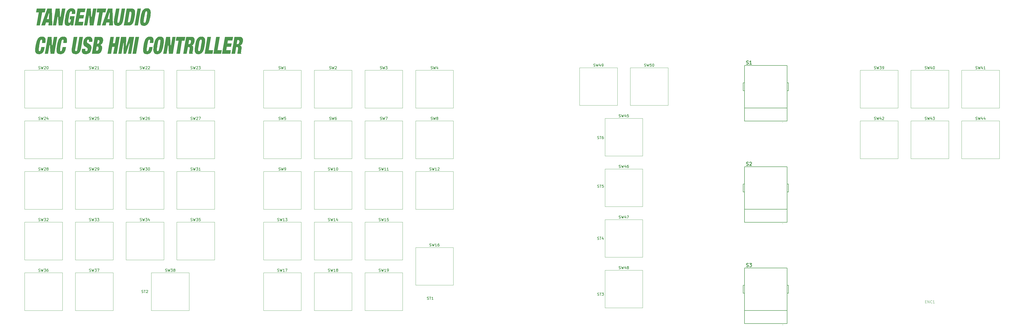
<source format=gbr>
%TF.GenerationSoftware,KiCad,Pcbnew,9.0.0*%
%TF.CreationDate,2025-03-10T19:04:21-04:00*%
%TF.ProjectId,cnc-hmi,636e632d-686d-4692-9e6b-696361645f70,rev?*%
%TF.SameCoordinates,Original*%
%TF.FileFunction,Legend,Top*%
%TF.FilePolarity,Positive*%
%FSLAX46Y46*%
G04 Gerber Fmt 4.6, Leading zero omitted, Abs format (unit mm)*
G04 Created by KiCad (PCBNEW 9.0.0) date 2025-03-10 19:04:21*
%MOMM*%
%LPD*%
G01*
G04 APERTURE LIST*
%ADD10C,0.300000*%
%ADD11C,0.150000*%
%ADD12C,0.254000*%
%ADD13C,0.100000*%
%ADD14C,0.120000*%
%ADD15C,0.200000*%
G04 APERTURE END LIST*
D10*
G36*
X31461436Y-52260500D02*
G01*
X32784079Y-52260500D01*
X33625310Y-47312607D01*
X34621015Y-47312607D01*
X34860170Y-45907841D01*
X31546117Y-45907841D01*
X31306962Y-47312607D01*
X32302667Y-47312607D01*
X31461436Y-52260500D01*
G37*
G36*
X37419845Y-52260500D02*
G01*
X36011900Y-52260500D01*
X36065872Y-51147699D01*
X35013403Y-51147699D01*
X34688946Y-52260500D01*
X33280691Y-52260500D01*
X34140900Y-49903068D01*
X35381287Y-49903068D01*
X36121086Y-49903068D01*
X36216934Y-47205979D01*
X36202666Y-47205979D01*
X35381287Y-49903068D01*
X34140900Y-49903068D01*
X35598729Y-45907841D01*
X37262890Y-45907841D01*
X37419845Y-52260500D01*
G37*
G36*
X37636667Y-52260500D02*
G01*
X38874318Y-52260500D01*
X39541534Y-48337004D01*
X39555802Y-48337004D01*
X39770453Y-52260500D01*
X41221204Y-52260500D01*
X42301590Y-45907841D01*
X41063938Y-45907841D01*
X40397964Y-49822806D01*
X40384005Y-49822806D01*
X40196341Y-45907841D01*
X38717053Y-45907841D01*
X37636667Y-52260500D01*
G37*
G36*
X43949001Y-49927883D02*
G01*
X44418316Y-49927883D01*
X44332472Y-50357359D01*
X44244749Y-50687118D01*
X44169214Y-50894639D01*
X44090720Y-51048274D01*
X44019019Y-51144033D01*
X43943972Y-51208636D01*
X43784599Y-51262992D01*
X43743036Y-51264795D01*
X43639791Y-51251720D01*
X43559249Y-51209826D01*
X43512373Y-51155821D01*
X43477818Y-51080810D01*
X43443484Y-50846682D01*
X43467644Y-50395623D01*
X43603761Y-49453341D01*
X43665799Y-49083395D01*
X43882615Y-47913541D01*
X43980805Y-47519317D01*
X44082973Y-47234538D01*
X44154104Y-47103713D01*
X44232283Y-47008732D01*
X44307766Y-46952506D01*
X44391597Y-46918552D01*
X44512613Y-46903933D01*
X44599890Y-46916183D01*
X44669070Y-46952301D01*
X44749156Y-47073178D01*
X44771621Y-47180001D01*
X44772386Y-47498587D01*
X44717338Y-47918249D01*
X45997485Y-47918249D01*
X46040927Y-47604159D01*
X46060192Y-47317927D01*
X46057130Y-47073397D01*
X46034366Y-46852241D01*
X45995227Y-46663170D01*
X45939745Y-46494110D01*
X45870695Y-46348224D01*
X45787476Y-46220307D01*
X45578617Y-46014567D01*
X45305018Y-45870691D01*
X44952524Y-45793403D01*
X44753319Y-45783765D01*
X44485474Y-45796127D01*
X44238473Y-45833025D01*
X44023893Y-45889974D01*
X43825920Y-45968215D01*
X43649604Y-46063787D01*
X43487106Y-46178799D01*
X43200987Y-46465412D01*
X42952610Y-46840319D01*
X42731771Y-47328782D01*
X42530878Y-47973831D01*
X42341074Y-48851951D01*
X42300349Y-49083395D01*
X42149476Y-50060504D01*
X42101403Y-50489739D01*
X42076963Y-50878030D01*
X42078040Y-51180945D01*
X42102594Y-51451561D01*
X42141365Y-51646068D01*
X42198564Y-51818703D01*
X42265043Y-51951903D01*
X42347726Y-52067734D01*
X42442113Y-52161441D01*
X42552770Y-52239053D01*
X42832645Y-52346677D01*
X43203928Y-52384575D01*
X43436106Y-52370881D01*
X43668174Y-52324651D01*
X43842446Y-52261711D01*
X44008142Y-52171136D01*
X44138708Y-52070438D01*
X44258266Y-51945315D01*
X44415524Y-51700222D01*
X44429793Y-51700222D01*
X44363102Y-52260500D01*
X45259237Y-52260500D01*
X45846423Y-48808102D01*
X44139457Y-48808102D01*
X43949001Y-49927883D01*
G37*
G36*
X45795863Y-52260500D02*
G01*
X48868279Y-52260500D01*
X49098129Y-50909241D01*
X47348666Y-50909241D01*
X47564867Y-49637856D01*
X49143726Y-49637856D01*
X49364270Y-48339718D01*
X47785411Y-48339718D01*
X47969353Y-47259487D01*
X49654917Y-47259487D01*
X49884766Y-45907841D01*
X46876249Y-45907841D01*
X45795863Y-52260500D01*
G37*
G36*
X49349381Y-52260500D02*
G01*
X50587033Y-52260500D01*
X51254248Y-48337004D01*
X51268517Y-48337004D01*
X51483167Y-52260500D01*
X52933919Y-52260500D01*
X54014305Y-45907841D01*
X52776653Y-45907841D01*
X52110678Y-49822806D01*
X52096720Y-49822806D01*
X51909056Y-45907841D01*
X50429767Y-45907841D01*
X49349381Y-52260500D01*
G37*
G36*
X54226784Y-52260500D02*
G01*
X55549427Y-52260500D01*
X56390658Y-47312607D01*
X57386363Y-47312607D01*
X57625518Y-45907841D01*
X54311465Y-45907841D01*
X54072310Y-47312607D01*
X55068015Y-47312607D01*
X54226784Y-52260500D01*
G37*
G36*
X60185193Y-52260500D02*
G01*
X58777248Y-52260500D01*
X58831221Y-51147699D01*
X57778751Y-51147699D01*
X57454294Y-52260500D01*
X56046039Y-52260500D01*
X56906248Y-49903068D01*
X58146635Y-49903068D01*
X58886434Y-49903068D01*
X58982282Y-47205979D01*
X58968014Y-47205979D01*
X58146635Y-49903068D01*
X56906248Y-49903068D01*
X58364077Y-45907841D01*
X60028238Y-45907841D01*
X60185193Y-52260500D01*
G37*
G36*
X61356154Y-45907841D02*
G01*
X60647684Y-50072508D01*
X60593782Y-50448975D01*
X60566621Y-50785870D01*
X60564568Y-51056956D01*
X60583324Y-51298635D01*
X60618390Y-51495255D01*
X60670224Y-51669281D01*
X60734424Y-51814053D01*
X60813073Y-51940312D01*
X61011756Y-52140003D01*
X61280082Y-52281956D01*
X61644819Y-52365982D01*
X61975601Y-52384575D01*
X62259304Y-52371680D01*
X62524080Y-52331049D01*
X62734567Y-52272424D01*
X62931381Y-52189785D01*
X63097689Y-52092819D01*
X63252833Y-51973385D01*
X63389910Y-51837879D01*
X63516936Y-51679741D01*
X63739220Y-51294559D01*
X63926444Y-50792323D01*
X64078716Y-50136398D01*
X64089845Y-50072508D01*
X64798315Y-45907841D01*
X63475362Y-45907841D01*
X62695858Y-50490487D01*
X62643888Y-50737939D01*
X62582090Y-50929696D01*
X62520830Y-51055058D01*
X62452236Y-51147261D01*
X62303884Y-51244217D01*
X62166056Y-51264795D01*
X62056338Y-51251167D01*
X61968718Y-51205405D01*
X61921567Y-51149848D01*
X61887514Y-51072107D01*
X61862162Y-50841473D01*
X61899294Y-50490487D01*
X62678798Y-45907841D01*
X61356154Y-45907841D01*
G37*
G36*
X67556616Y-45926029D02*
G01*
X67890854Y-46017382D01*
X68025301Y-46088416D01*
X68141693Y-46175595D01*
X68244130Y-46281866D01*
X68329390Y-46403598D01*
X68405047Y-46555258D01*
X68462465Y-46723485D01*
X68509120Y-46943869D01*
X68534460Y-47183893D01*
X68536533Y-47612046D01*
X68499362Y-48077655D01*
X68350593Y-49084558D01*
X68164569Y-50057889D01*
X67987424Y-50711562D01*
X67791178Y-51204238D01*
X67568122Y-51581813D01*
X67310699Y-51869292D01*
X67008143Y-52079032D01*
X66834716Y-52155858D01*
X66645457Y-52212425D01*
X66433771Y-52248286D01*
X66203469Y-52260500D01*
X64283092Y-52260500D01*
X64485665Y-51069376D01*
X65808599Y-51069376D01*
X66071639Y-51069376D01*
X66120134Y-51068496D01*
X66335044Y-51027935D01*
X66418149Y-50981844D01*
X66492404Y-50913750D01*
X66569969Y-50802180D01*
X66640507Y-50650729D01*
X66723618Y-50394410D01*
X66805179Y-50055175D01*
X66985144Y-49084558D01*
X67155430Y-47937583D01*
X67173308Y-47519773D01*
X67133969Y-47297976D01*
X67094029Y-47222136D01*
X67040063Y-47167224D01*
X66915201Y-47114040D01*
X66746609Y-47099352D01*
X66483569Y-47099352D01*
X65808599Y-51069376D01*
X64485665Y-51069376D01*
X65363479Y-45907841D01*
X67283855Y-45907841D01*
X67556616Y-45926029D01*
G37*
G36*
X68313060Y-52260500D02*
G01*
X69635704Y-52260500D01*
X70716090Y-45907841D01*
X69393446Y-45907841D01*
X68313060Y-52260500D01*
G37*
G36*
X73081603Y-45785792D02*
G01*
X73490530Y-45841876D01*
X73794946Y-45964055D01*
X74025157Y-46147987D01*
X74119485Y-46267011D01*
X74199351Y-46404081D01*
X74269068Y-46571117D01*
X74322900Y-46759808D01*
X74364679Y-46996968D01*
X74387506Y-47262569D01*
X74390892Y-47606109D01*
X74370296Y-47989794D01*
X74314751Y-48506302D01*
X74226802Y-49084558D01*
X74031607Y-50045846D01*
X73824176Y-50754125D01*
X73600343Y-51282827D01*
X73354317Y-51680729D01*
X73076668Y-51979104D01*
X72919951Y-52097929D01*
X72752010Y-52195338D01*
X72561149Y-52275849D01*
X72356339Y-52333683D01*
X72113532Y-52372010D01*
X71852000Y-52384575D01*
X71745546Y-52382570D01*
X71336505Y-52326577D01*
X71032022Y-52204480D01*
X70801767Y-52020632D01*
X70707422Y-51901656D01*
X70627537Y-51764634D01*
X70557799Y-51597654D01*
X70503944Y-51409020D01*
X70462136Y-51171923D01*
X70439275Y-50906386D01*
X70438678Y-50846579D01*
X71743125Y-50846579D01*
X71777397Y-51080794D01*
X71811916Y-51155811D01*
X71858753Y-51209819D01*
X71939252Y-51251719D01*
X72042456Y-51264795D01*
X72149371Y-51251935D01*
X72230102Y-51218919D01*
X72303030Y-51163068D01*
X72379937Y-51066087D01*
X72450303Y-50931118D01*
X72549245Y-50645992D01*
X72645708Y-50251949D01*
X72861353Y-49084558D01*
X72923368Y-48714810D01*
X73059395Y-47773024D01*
X73083513Y-47322054D01*
X73049148Y-47087937D01*
X73014575Y-47012920D01*
X72967680Y-46958912D01*
X72887097Y-46917009D01*
X72783806Y-46903933D01*
X72679075Y-46916247D01*
X72598245Y-46948711D01*
X72525241Y-47003927D01*
X72448412Y-47099850D01*
X72378134Y-47233492D01*
X72278716Y-47518336D01*
X72181857Y-47912915D01*
X71965219Y-49084558D01*
X71903701Y-49451567D01*
X71767373Y-50395171D01*
X71743125Y-50846579D01*
X70438678Y-50846579D01*
X70435846Y-50562908D01*
X70456395Y-50179282D01*
X70511882Y-49662803D01*
X70599769Y-49084558D01*
X70795095Y-48123044D01*
X71002631Y-47414539D01*
X71226534Y-46885686D01*
X71472598Y-46487690D01*
X71750253Y-46189262D01*
X71906953Y-46070424D01*
X72074871Y-45973005D01*
X72265685Y-45892492D01*
X72470438Y-45834655D01*
X72713150Y-45796330D01*
X72974572Y-45783765D01*
X73081603Y-45785792D01*
G37*
G36*
X33511161Y-58862317D02*
G01*
X34791308Y-58862317D01*
X34859240Y-58462174D01*
X34901620Y-58152497D01*
X34918873Y-57864313D01*
X34912337Y-57631872D01*
X34884758Y-57417612D01*
X34841561Y-57242259D01*
X34780167Y-57082746D01*
X34706111Y-56949080D01*
X34615195Y-56830174D01*
X34386230Y-56641964D01*
X34077952Y-56513736D01*
X33666664Y-56454001D01*
X33558309Y-56451765D01*
X33285560Y-56464398D01*
X33033936Y-56503193D01*
X32826902Y-56560780D01*
X32634800Y-56641083D01*
X32468276Y-56737338D01*
X32313340Y-56854969D01*
X32041321Y-57149608D01*
X31801165Y-57544012D01*
X31581981Y-58072684D01*
X31376461Y-58790735D01*
X31183507Y-59752558D01*
X31079261Y-60430661D01*
X31015143Y-61022975D01*
X30996471Y-61398129D01*
X31002810Y-61731615D01*
X31028098Y-61976095D01*
X31072576Y-62193704D01*
X31128214Y-62363099D01*
X31200066Y-62512744D01*
X31282491Y-62635174D01*
X31380214Y-62741100D01*
X31624054Y-62905053D01*
X31957406Y-63011595D01*
X32435737Y-63052575D01*
X32686868Y-63039283D01*
X32937593Y-62995872D01*
X33143373Y-62932903D01*
X33344064Y-62842298D01*
X33515352Y-62736830D01*
X33679458Y-62605296D01*
X33823127Y-62459074D01*
X33958228Y-62287234D01*
X34078248Y-62097541D01*
X34188333Y-61881490D01*
X34285868Y-61642012D01*
X34371826Y-61374292D01*
X34489185Y-60847135D01*
X34569524Y-60375261D01*
X33289376Y-60375261D01*
X33163119Y-61046439D01*
X33040937Y-61506347D01*
X32971184Y-61676737D01*
X32895179Y-61799795D01*
X32827264Y-61868010D01*
X32752170Y-61910794D01*
X32626193Y-61932795D01*
X32522989Y-61919719D01*
X32442490Y-61877819D01*
X32395653Y-61823811D01*
X32361135Y-61748794D01*
X32326862Y-61514579D01*
X32351110Y-61063171D01*
X32487439Y-60119567D01*
X32548956Y-59752558D01*
X32765595Y-58580915D01*
X32862453Y-58186336D01*
X32961872Y-57901492D01*
X33032149Y-57767850D01*
X33108978Y-57671927D01*
X33181983Y-57616711D01*
X33262813Y-57584247D01*
X33367543Y-57571933D01*
X33463680Y-57585131D01*
X33538119Y-57627888D01*
X33579770Y-57682443D01*
X33609012Y-57758456D01*
X33629755Y-57999437D01*
X33571647Y-58506376D01*
X33511161Y-58862317D01*
G37*
G36*
X34609228Y-62928500D02*
G01*
X35846879Y-62928500D01*
X36514095Y-59005004D01*
X36528363Y-59005004D01*
X36743014Y-62928500D01*
X38193765Y-62928500D01*
X39274151Y-56575841D01*
X38036500Y-56575841D01*
X37370525Y-60490806D01*
X37356566Y-60490806D01*
X37168903Y-56575841D01*
X35689614Y-56575841D01*
X34609228Y-62928500D01*
G37*
G36*
X41536355Y-58862317D02*
G01*
X42816503Y-58862317D01*
X42884434Y-58462174D01*
X42926815Y-58152497D01*
X42944067Y-57864313D01*
X42937531Y-57631872D01*
X42909953Y-57417612D01*
X42866755Y-57242259D01*
X42805362Y-57082746D01*
X42731306Y-56949080D01*
X42640390Y-56830174D01*
X42411425Y-56641964D01*
X42103147Y-56513736D01*
X41691859Y-56454001D01*
X41583504Y-56451765D01*
X41310755Y-56464398D01*
X41059130Y-56503193D01*
X40852097Y-56560780D01*
X40659994Y-56641083D01*
X40493471Y-56737338D01*
X40338535Y-56854969D01*
X40066516Y-57149608D01*
X39826360Y-57544012D01*
X39607176Y-58072684D01*
X39401656Y-58790735D01*
X39208702Y-59752558D01*
X39104455Y-60430661D01*
X39040338Y-61022975D01*
X39021666Y-61398129D01*
X39028004Y-61731615D01*
X39053293Y-61976095D01*
X39097770Y-62193704D01*
X39153409Y-62363099D01*
X39225261Y-62512744D01*
X39307686Y-62635174D01*
X39405409Y-62741100D01*
X39649249Y-62905053D01*
X39982601Y-63011595D01*
X40460932Y-63052575D01*
X40712063Y-63039283D01*
X40962787Y-62995872D01*
X41168568Y-62932903D01*
X41369258Y-62842298D01*
X41540547Y-62736830D01*
X41704653Y-62605296D01*
X41848322Y-62459074D01*
X41983422Y-62287234D01*
X42103442Y-62097541D01*
X42213527Y-61881490D01*
X42311062Y-61642012D01*
X42397021Y-61374292D01*
X42514379Y-60847135D01*
X42594718Y-60375261D01*
X41314571Y-60375261D01*
X41188314Y-61046439D01*
X41066132Y-61506347D01*
X40996379Y-61676737D01*
X40920374Y-61799795D01*
X40852459Y-61868010D01*
X40777365Y-61910794D01*
X40651388Y-61932795D01*
X40548184Y-61919719D01*
X40467685Y-61877819D01*
X40420848Y-61823811D01*
X40386329Y-61748794D01*
X40352057Y-61514579D01*
X40376305Y-61063171D01*
X40512634Y-60119567D01*
X40574151Y-59752558D01*
X40790790Y-58580915D01*
X40887648Y-58186336D01*
X40987066Y-57901492D01*
X41057344Y-57767850D01*
X41134173Y-57671927D01*
X41207177Y-57616711D01*
X41288007Y-57584247D01*
X41392738Y-57571933D01*
X41488874Y-57585131D01*
X41563314Y-57627888D01*
X41604965Y-57682443D01*
X41634207Y-57758456D01*
X41654950Y-57999437D01*
X41596842Y-58506376D01*
X41536355Y-58862317D01*
G37*
G36*
X45504286Y-56575841D02*
G01*
X44795815Y-60740508D01*
X44741913Y-61116975D01*
X44714752Y-61453870D01*
X44712700Y-61724956D01*
X44731455Y-61966635D01*
X44766521Y-62163255D01*
X44818355Y-62337281D01*
X44882555Y-62482053D01*
X44961204Y-62608312D01*
X45159888Y-62808003D01*
X45428213Y-62949956D01*
X45792950Y-63033982D01*
X46123732Y-63052575D01*
X46407435Y-63039680D01*
X46672211Y-62999049D01*
X46882698Y-62940424D01*
X47079513Y-62857785D01*
X47245820Y-62760819D01*
X47400965Y-62641385D01*
X47538042Y-62505879D01*
X47665067Y-62347741D01*
X47887351Y-61962559D01*
X48074575Y-61460323D01*
X48226847Y-60804398D01*
X48237976Y-60740508D01*
X48946446Y-56575841D01*
X47623493Y-56575841D01*
X46843989Y-61158487D01*
X46792020Y-61405939D01*
X46730221Y-61597696D01*
X46668961Y-61723058D01*
X46600367Y-61815261D01*
X46452015Y-61912217D01*
X46314188Y-61932795D01*
X46204469Y-61919167D01*
X46116850Y-61873405D01*
X46069698Y-61817848D01*
X46035645Y-61740107D01*
X46010294Y-61509473D01*
X46047426Y-61158487D01*
X46826929Y-56575841D01*
X45504286Y-56575841D01*
G37*
G36*
X52414663Y-58407891D02*
G01*
X52459384Y-58084795D01*
X52477942Y-57792733D01*
X52472374Y-57562729D01*
X52446178Y-57355541D01*
X52404673Y-57188193D01*
X52345943Y-57038751D01*
X52274394Y-56913721D01*
X52187049Y-56804197D01*
X51963047Y-56630090D01*
X51653258Y-56510648D01*
X51224788Y-56454046D01*
X51104427Y-56451765D01*
X50855395Y-56464116D01*
X50622220Y-56500943D01*
X50414220Y-56558691D01*
X50220705Y-56638183D01*
X50047373Y-56735440D01*
X49887589Y-56852480D01*
X49743580Y-56986708D01*
X49612694Y-57139580D01*
X49389330Y-57502208D01*
X49215339Y-57949164D01*
X49103092Y-58434257D01*
X49068922Y-58693220D01*
X49057870Y-58925957D01*
X49067366Y-59128220D01*
X49094950Y-59309326D01*
X49197655Y-59615726D01*
X49362376Y-59870625D01*
X49599874Y-60094558D01*
X49942963Y-60314564D01*
X50037235Y-60367443D01*
X50319378Y-60534026D01*
X50546335Y-60724885D01*
X50627767Y-60840292D01*
X50681782Y-60974817D01*
X50703838Y-61132811D01*
X50689395Y-61318622D01*
X50654194Y-61466134D01*
X50601877Y-61599666D01*
X50535422Y-61713413D01*
X50455231Y-61806948D01*
X50368637Y-61873355D01*
X50272197Y-61916200D01*
X50158042Y-61932795D01*
X50053909Y-61919922D01*
X49966202Y-61879441D01*
X49908891Y-61824629D01*
X49865049Y-61748476D01*
X49823092Y-61536760D01*
X49850025Y-61193771D01*
X49875461Y-61043717D01*
X48595313Y-61043717D01*
X48557470Y-61265890D01*
X48520030Y-61545513D01*
X48507175Y-61798042D01*
X48516420Y-62004825D01*
X48545227Y-62190679D01*
X48589436Y-62345833D01*
X48650081Y-62483929D01*
X48815143Y-62706899D01*
X49049060Y-62875826D01*
X49373581Y-62993248D01*
X49822031Y-63049909D01*
X49960763Y-63052575D01*
X50241295Y-63040086D01*
X50503888Y-63002297D01*
X50730415Y-62944451D01*
X50941202Y-62864193D01*
X51124422Y-62768208D01*
X51293455Y-62651854D01*
X51441894Y-62521025D01*
X51577024Y-62370943D01*
X51696686Y-62204469D01*
X51803224Y-62018877D01*
X51977585Y-61585397D01*
X52092688Y-61096061D01*
X52127370Y-60833955D01*
X52138979Y-60597631D01*
X52129995Y-60391292D01*
X52102831Y-60205915D01*
X52000567Y-59890727D01*
X51836060Y-59627404D01*
X51599588Y-59396190D01*
X51261987Y-59173253D01*
X51107622Y-59086745D01*
X50817221Y-58917019D01*
X50583783Y-58724263D01*
X50499880Y-58608540D01*
X50443964Y-58474211D01*
X50420617Y-58316991D01*
X50434420Y-58132599D01*
X50467978Y-57995634D01*
X50521161Y-57866917D01*
X50588283Y-57760090D01*
X50671831Y-57672156D01*
X50759367Y-57614527D01*
X50859286Y-57580125D01*
X50942199Y-57571933D01*
X51023242Y-57583959D01*
X51089859Y-57618511D01*
X51179942Y-57741371D01*
X51222934Y-57945290D01*
X51202757Y-58257450D01*
X51177011Y-58407891D01*
X52414663Y-58407891D01*
G37*
G36*
X55606718Y-56590509D02*
G01*
X55938298Y-56677189D01*
X56185113Y-56828909D01*
X56282414Y-56927780D01*
X56363035Y-57041280D01*
X56429612Y-57174522D01*
X56478600Y-57322213D01*
X56512141Y-57497613D01*
X56525735Y-57688140D01*
X56518062Y-57914237D01*
X56487127Y-58156251D01*
X56485007Y-58168570D01*
X56371790Y-58606421D01*
X56204471Y-58969884D01*
X55993109Y-59252369D01*
X55742005Y-59453846D01*
X55449857Y-59573036D01*
X55447065Y-59590872D01*
X55588661Y-59620117D01*
X55713618Y-59670014D01*
X55821963Y-59738628D01*
X55919008Y-59829269D01*
X55999081Y-59936497D01*
X56068989Y-60072185D01*
X56120046Y-60222615D01*
X56156441Y-60406958D01*
X56171588Y-60602055D01*
X56165581Y-60823616D01*
X56137855Y-61047207D01*
X56049811Y-61445312D01*
X55888330Y-61890756D01*
X55679551Y-62251012D01*
X55422693Y-62534764D01*
X55274609Y-62649351D01*
X55112168Y-62745574D01*
X54933000Y-62823236D01*
X54738412Y-62880241D01*
X54522294Y-62916263D01*
X54289132Y-62928500D01*
X52290588Y-62928500D01*
X52493160Y-61737376D01*
X53815784Y-61737376D01*
X54185839Y-61737376D01*
X54370217Y-61686938D01*
X54462068Y-61622845D01*
X54548998Y-61533120D01*
X54626751Y-61420635D01*
X54694657Y-61283989D01*
X54748972Y-61127653D01*
X54789155Y-60948722D01*
X54799667Y-60877484D01*
X54810083Y-60718917D01*
X54801053Y-60579399D01*
X54775128Y-60461211D01*
X54734259Y-60362714D01*
X54679772Y-60283807D01*
X54614023Y-60226234D01*
X54536371Y-60189810D01*
X54451050Y-60177516D01*
X54080995Y-60177516D01*
X53815784Y-61737376D01*
X52493160Y-61737376D01*
X52948948Y-59057348D01*
X54271451Y-59057348D01*
X54591565Y-59057348D01*
X54696928Y-59041613D01*
X54793290Y-58997201D01*
X54879954Y-58927963D01*
X54962775Y-58827744D01*
X55031123Y-58707272D01*
X55119506Y-58421074D01*
X55131503Y-58133324D01*
X55077600Y-57937025D01*
X54972879Y-57813782D01*
X54898895Y-57779359D01*
X54810869Y-57767352D01*
X54490754Y-57767352D01*
X54271451Y-59057348D01*
X52948948Y-59057348D01*
X53370974Y-56575841D01*
X55369518Y-56575841D01*
X55606718Y-56590509D01*
G37*
G36*
X58173621Y-62928500D02*
G01*
X59496575Y-62928500D01*
X59941385Y-60313223D01*
X60752218Y-60313223D01*
X60307407Y-62928500D01*
X61630051Y-62928500D01*
X62710437Y-56575841D01*
X61387794Y-56575841D01*
X60991063Y-58908458D01*
X60180230Y-58908458D01*
X60576961Y-56575841D01*
X59254008Y-56575841D01*
X58173621Y-62928500D01*
G37*
G36*
X62203589Y-62928500D02*
G01*
X63440931Y-62928500D01*
X64246180Y-58193861D01*
X64260449Y-58193861D01*
X64159327Y-62928500D01*
X65112226Y-62928500D01*
X66621603Y-58193861D01*
X66635871Y-58193861D01*
X65830622Y-62928500D01*
X67067964Y-62928500D01*
X68148350Y-56575841D01*
X66256821Y-56575841D01*
X65083378Y-60338814D01*
X65069110Y-60338814D01*
X65175815Y-56575841D01*
X63283975Y-56575841D01*
X62203589Y-62928500D01*
G37*
G36*
X67593423Y-62928500D02*
G01*
X68916066Y-62928500D01*
X69996453Y-56575841D01*
X68673809Y-56575841D01*
X67593423Y-62928500D01*
G37*
G36*
X74054027Y-58862317D02*
G01*
X75334175Y-58862317D01*
X75402106Y-58462174D01*
X75444487Y-58152497D01*
X75461739Y-57864313D01*
X75455203Y-57631872D01*
X75427625Y-57417612D01*
X75384427Y-57242259D01*
X75323034Y-57082746D01*
X75248978Y-56949080D01*
X75158062Y-56830174D01*
X74929097Y-56641964D01*
X74620819Y-56513736D01*
X74209531Y-56454001D01*
X74101176Y-56451765D01*
X73828427Y-56464398D01*
X73576802Y-56503193D01*
X73369769Y-56560780D01*
X73177666Y-56641083D01*
X73011143Y-56737338D01*
X72856207Y-56854969D01*
X72584188Y-57149608D01*
X72344032Y-57544012D01*
X72124848Y-58072684D01*
X71919328Y-58790735D01*
X71726374Y-59752558D01*
X71622127Y-60430661D01*
X71558010Y-61022975D01*
X71539338Y-61398129D01*
X71545676Y-61731615D01*
X71570965Y-61976095D01*
X71615442Y-62193704D01*
X71671081Y-62363099D01*
X71742933Y-62512744D01*
X71825358Y-62635174D01*
X71923081Y-62741100D01*
X72166921Y-62905053D01*
X72500273Y-63011595D01*
X72978604Y-63052575D01*
X73229735Y-63039283D01*
X73480459Y-62995872D01*
X73686240Y-62932903D01*
X73886930Y-62842298D01*
X74058219Y-62736830D01*
X74222325Y-62605296D01*
X74365994Y-62459074D01*
X74501094Y-62287234D01*
X74621114Y-62097541D01*
X74731199Y-61881490D01*
X74828734Y-61642012D01*
X74914693Y-61374292D01*
X75032051Y-60847135D01*
X75112390Y-60375261D01*
X73832243Y-60375261D01*
X73705986Y-61046439D01*
X73583804Y-61506347D01*
X73514051Y-61676737D01*
X73438046Y-61799795D01*
X73370131Y-61868010D01*
X73295037Y-61910794D01*
X73169060Y-61932795D01*
X73065856Y-61919719D01*
X72985357Y-61877819D01*
X72938520Y-61823811D01*
X72904001Y-61748794D01*
X72869729Y-61514579D01*
X72893977Y-61063171D01*
X73030306Y-60119567D01*
X73091823Y-59752558D01*
X73308462Y-58580915D01*
X73405320Y-58186336D01*
X73504738Y-57901492D01*
X73575016Y-57767850D01*
X73651845Y-57671927D01*
X73724849Y-57616711D01*
X73805679Y-57584247D01*
X73910410Y-57571933D01*
X74006546Y-57585131D01*
X74080986Y-57627888D01*
X74122637Y-57682443D01*
X74151879Y-57758456D01*
X74172622Y-57999437D01*
X74114514Y-58506376D01*
X74054027Y-58862317D01*
G37*
G36*
X78024766Y-56453792D02*
G01*
X78433692Y-56509876D01*
X78738108Y-56632055D01*
X78968319Y-56815987D01*
X79062647Y-56935011D01*
X79142513Y-57072081D01*
X79212231Y-57239117D01*
X79266062Y-57427808D01*
X79307841Y-57664968D01*
X79330669Y-57930569D01*
X79334055Y-58274109D01*
X79313459Y-58657794D01*
X79257914Y-59174302D01*
X79169965Y-59752558D01*
X78974770Y-60713846D01*
X78767338Y-61422125D01*
X78543506Y-61950827D01*
X78297480Y-62348729D01*
X78019830Y-62647104D01*
X77863113Y-62765929D01*
X77695172Y-62863338D01*
X77504312Y-62943849D01*
X77299502Y-63001683D01*
X77056695Y-63040010D01*
X76795162Y-63052575D01*
X76688709Y-63050570D01*
X76279668Y-62994577D01*
X75975185Y-62872480D01*
X75744930Y-62688632D01*
X75650584Y-62569656D01*
X75570699Y-62432634D01*
X75500961Y-62265654D01*
X75447107Y-62077020D01*
X75405298Y-61839923D01*
X75382438Y-61574386D01*
X75381841Y-61514579D01*
X76686287Y-61514579D01*
X76720560Y-61748794D01*
X76755078Y-61823811D01*
X76801915Y-61877819D01*
X76882414Y-61919719D01*
X76985618Y-61932795D01*
X77092534Y-61919935D01*
X77173264Y-61886919D01*
X77246192Y-61831068D01*
X77323099Y-61734087D01*
X77393465Y-61599118D01*
X77492408Y-61313992D01*
X77588871Y-60919949D01*
X77804516Y-59752558D01*
X77866530Y-59382810D01*
X78002558Y-58441024D01*
X78026676Y-57990054D01*
X77992311Y-57755937D01*
X77957738Y-57680920D01*
X77910843Y-57626912D01*
X77830260Y-57585009D01*
X77726968Y-57571933D01*
X77622237Y-57584247D01*
X77541408Y-57616711D01*
X77468403Y-57671927D01*
X77391574Y-57767850D01*
X77321297Y-57901492D01*
X77221878Y-58186336D01*
X77125020Y-58580915D01*
X76908381Y-59752558D01*
X76846864Y-60119567D01*
X76710535Y-61063171D01*
X76686287Y-61514579D01*
X75381841Y-61514579D01*
X75379008Y-61230908D01*
X75399558Y-60847282D01*
X75455044Y-60330803D01*
X75542932Y-59752558D01*
X75738257Y-58791044D01*
X75945794Y-58082539D01*
X76169696Y-57553686D01*
X76415761Y-57155690D01*
X76693415Y-56857262D01*
X76850116Y-56738424D01*
X77018034Y-56641005D01*
X77208848Y-56560492D01*
X77413601Y-56502655D01*
X77656313Y-56464330D01*
X77917734Y-56451765D01*
X78024766Y-56453792D01*
G37*
G36*
X79102654Y-62928500D02*
G01*
X80340306Y-62928500D01*
X81007521Y-59005004D01*
X81021790Y-59005004D01*
X81236440Y-62928500D01*
X82687191Y-62928500D01*
X83767578Y-56575841D01*
X82529926Y-56575841D01*
X81863951Y-60490806D01*
X81849993Y-60490806D01*
X81662329Y-56575841D01*
X80183040Y-56575841D01*
X79102654Y-62928500D01*
G37*
G36*
X83980057Y-62928500D02*
G01*
X85302700Y-62928500D01*
X86143931Y-57980607D01*
X87139636Y-57980607D01*
X87378791Y-56575841D01*
X84064738Y-56575841D01*
X83825583Y-57980607D01*
X84821288Y-57980607D01*
X83980057Y-62928500D01*
G37*
G36*
X90001983Y-56592868D02*
G01*
X90327371Y-56682625D01*
X90568440Y-56837503D01*
X90664030Y-56939448D01*
X90742458Y-57055985D01*
X90808111Y-57195979D01*
X90855545Y-57350659D01*
X90887952Y-57539839D01*
X90899552Y-57744598D01*
X90888666Y-57996012D01*
X90853522Y-58263653D01*
X90828562Y-58397045D01*
X90699303Y-58854408D01*
X90526859Y-59208278D01*
X90312272Y-59474886D01*
X90187502Y-59578763D01*
X90050206Y-59663035D01*
X89896750Y-59728212D01*
X89729709Y-59771557D01*
X89726607Y-59789393D01*
X89803112Y-59800703D01*
X90049426Y-59887417D01*
X90141754Y-59953594D01*
X90217359Y-60035132D01*
X90280727Y-60139228D01*
X90326822Y-60260298D01*
X90360485Y-60425529D01*
X90372889Y-60613612D01*
X90359557Y-60895635D01*
X90315965Y-61215096D01*
X90223529Y-61759865D01*
X90167963Y-62099425D01*
X90124951Y-62494337D01*
X90137297Y-62643514D01*
X90143754Y-62663688D01*
X90169440Y-62735529D01*
X90253307Y-62839708D01*
X90238108Y-62928500D01*
X88830163Y-62928500D01*
X88806259Y-62633754D01*
X88825743Y-62295279D01*
X88908330Y-61715275D01*
X88981225Y-61286440D01*
X88996849Y-61190219D01*
X89035627Y-60778878D01*
X89007965Y-60560881D01*
X88973526Y-60487648D01*
X88925064Y-60434760D01*
X88828981Y-60389581D01*
X88702055Y-60376037D01*
X88353713Y-60376037D01*
X87919760Y-62928500D01*
X86596806Y-62928500D01*
X87221404Y-59255869D01*
X88544169Y-59255869D01*
X88807209Y-59255869D01*
X88812796Y-59255847D01*
X88936570Y-59243100D01*
X89048559Y-59207838D01*
X89151129Y-59149733D01*
X89241214Y-59070888D01*
X89323798Y-58965126D01*
X89391950Y-58839110D01*
X89449747Y-58680765D01*
X89490244Y-58502886D01*
X89506976Y-58386208D01*
X89509306Y-58114435D01*
X89450976Y-57937487D01*
X89394547Y-57868945D01*
X89320014Y-57818439D01*
X89201400Y-57779942D01*
X89053188Y-57767352D01*
X88797283Y-57767352D01*
X88544169Y-59255869D01*
X87221404Y-59255869D01*
X87677192Y-56575841D01*
X89746770Y-56575841D01*
X90001983Y-56592868D01*
G37*
G36*
X93549075Y-56453792D02*
G01*
X93958002Y-56509876D01*
X94262418Y-56632055D01*
X94492629Y-56815987D01*
X94586957Y-56935011D01*
X94666823Y-57072081D01*
X94736541Y-57239117D01*
X94790372Y-57427808D01*
X94832151Y-57664968D01*
X94854978Y-57930569D01*
X94858365Y-58274109D01*
X94837768Y-58657794D01*
X94782223Y-59174302D01*
X94694275Y-59752558D01*
X94499080Y-60713846D01*
X94291648Y-61422125D01*
X94067816Y-61950827D01*
X93821790Y-62348729D01*
X93544140Y-62647104D01*
X93387423Y-62765929D01*
X93219482Y-62863338D01*
X93028621Y-62943849D01*
X92823812Y-63001683D01*
X92581004Y-63040010D01*
X92319472Y-63052575D01*
X92213018Y-63050570D01*
X91803978Y-62994577D01*
X91499494Y-62872480D01*
X91269240Y-62688632D01*
X91174894Y-62569656D01*
X91095009Y-62432634D01*
X91025271Y-62265654D01*
X90971416Y-62077020D01*
X90929608Y-61839923D01*
X90906747Y-61574386D01*
X90906150Y-61514579D01*
X92210597Y-61514579D01*
X92244869Y-61748794D01*
X92279388Y-61823811D01*
X92326225Y-61877819D01*
X92406724Y-61919719D01*
X92509928Y-61932795D01*
X92616844Y-61919935D01*
X92697574Y-61886919D01*
X92770502Y-61831068D01*
X92847409Y-61734087D01*
X92917775Y-61599118D01*
X93016718Y-61313992D01*
X93113181Y-60919949D01*
X93328825Y-59752558D01*
X93390840Y-59382810D01*
X93526867Y-58441024D01*
X93550986Y-57990054D01*
X93516621Y-57755937D01*
X93482048Y-57680920D01*
X93435153Y-57626912D01*
X93354569Y-57585009D01*
X93251278Y-57571933D01*
X93146547Y-57584247D01*
X93065717Y-57616711D01*
X92992713Y-57671927D01*
X92915884Y-57767850D01*
X92845607Y-57901492D01*
X92746188Y-58186336D01*
X92649330Y-58580915D01*
X92432691Y-59752558D01*
X92371174Y-60119567D01*
X92234845Y-61063171D01*
X92210597Y-61514579D01*
X90906150Y-61514579D01*
X90903318Y-61230908D01*
X90923867Y-60847282D01*
X90979354Y-60330803D01*
X91067242Y-59752558D01*
X91262567Y-58791044D01*
X91470104Y-58082539D01*
X91694006Y-57553686D01*
X91940071Y-57155690D01*
X92217725Y-56857262D01*
X92374426Y-56738424D01*
X92542344Y-56641005D01*
X92733157Y-56560492D01*
X92937910Y-56502655D01*
X93180623Y-56464330D01*
X93442044Y-56451765D01*
X93549075Y-56453792D01*
G37*
G36*
X94626964Y-62928500D02*
G01*
X97578407Y-62928500D01*
X97808256Y-61577241D01*
X96179767Y-61577241D01*
X97030304Y-56575841D01*
X95707350Y-56575841D01*
X94626964Y-62928500D01*
G37*
G36*
X97917443Y-62928500D02*
G01*
X100868885Y-62928500D01*
X101098735Y-61577241D01*
X99470246Y-61577241D01*
X100320782Y-56575841D01*
X98997829Y-56575841D01*
X97917443Y-62928500D01*
G37*
G36*
X101207921Y-62928500D02*
G01*
X104280338Y-62928500D01*
X104510187Y-61577241D01*
X102760725Y-61577241D01*
X102976926Y-60305856D01*
X104555785Y-60305856D01*
X104776329Y-59007718D01*
X103197470Y-59007718D01*
X103381412Y-57927487D01*
X105066975Y-57927487D01*
X105296825Y-56575841D01*
X102288308Y-56575841D01*
X101207921Y-62928500D01*
G37*
G36*
X108166616Y-56592868D02*
G01*
X108492005Y-56682625D01*
X108733074Y-56837503D01*
X108828664Y-56939448D01*
X108907092Y-57055985D01*
X108972745Y-57195979D01*
X109020179Y-57350659D01*
X109052586Y-57539839D01*
X109064185Y-57744598D01*
X109053300Y-57996012D01*
X109018155Y-58263653D01*
X108993195Y-58397045D01*
X108863936Y-58854408D01*
X108691493Y-59208278D01*
X108476906Y-59474886D01*
X108352135Y-59578763D01*
X108214839Y-59663035D01*
X108061383Y-59728212D01*
X107894343Y-59771557D01*
X107891241Y-59789393D01*
X107967745Y-59800703D01*
X108214059Y-59887417D01*
X108306388Y-59953594D01*
X108381993Y-60035132D01*
X108445361Y-60139228D01*
X108491456Y-60260298D01*
X108525118Y-60425529D01*
X108537522Y-60613612D01*
X108524191Y-60895635D01*
X108480599Y-61215096D01*
X108388163Y-61759865D01*
X108332597Y-62099425D01*
X108289585Y-62494337D01*
X108301930Y-62643514D01*
X108308388Y-62663688D01*
X108334074Y-62735529D01*
X108417941Y-62839708D01*
X108402742Y-62928500D01*
X106994796Y-62928500D01*
X106970893Y-62633754D01*
X106990376Y-62295279D01*
X107072964Y-61715275D01*
X107145858Y-61286440D01*
X107161483Y-61190219D01*
X107200260Y-60778878D01*
X107172599Y-60560881D01*
X107138160Y-60487648D01*
X107089697Y-60434760D01*
X106993615Y-60389581D01*
X106866689Y-60376037D01*
X106518347Y-60376037D01*
X106084393Y-62928500D01*
X104761440Y-62928500D01*
X105386038Y-59255869D01*
X106708803Y-59255869D01*
X106971842Y-59255869D01*
X106977430Y-59255847D01*
X107101203Y-59243100D01*
X107213192Y-59207838D01*
X107315763Y-59149733D01*
X107405847Y-59070888D01*
X107488432Y-58965126D01*
X107556583Y-58839110D01*
X107614381Y-58680765D01*
X107654877Y-58502886D01*
X107671609Y-58386208D01*
X107673939Y-58114435D01*
X107615610Y-57937487D01*
X107559181Y-57868945D01*
X107484648Y-57818439D01*
X107366034Y-57779942D01*
X107217822Y-57767352D01*
X106961916Y-57767352D01*
X106708803Y-59255869D01*
X105386038Y-59255869D01*
X105841826Y-56575841D01*
X107911403Y-56575841D01*
X108166616Y-56592868D01*
G37*
D11*
X259810476Y-67632200D02*
X259953333Y-67679819D01*
X259953333Y-67679819D02*
X260191428Y-67679819D01*
X260191428Y-67679819D02*
X260286666Y-67632200D01*
X260286666Y-67632200D02*
X260334285Y-67584580D01*
X260334285Y-67584580D02*
X260381904Y-67489342D01*
X260381904Y-67489342D02*
X260381904Y-67394104D01*
X260381904Y-67394104D02*
X260334285Y-67298866D01*
X260334285Y-67298866D02*
X260286666Y-67251247D01*
X260286666Y-67251247D02*
X260191428Y-67203628D01*
X260191428Y-67203628D02*
X260000952Y-67156009D01*
X260000952Y-67156009D02*
X259905714Y-67108390D01*
X259905714Y-67108390D02*
X259858095Y-67060771D01*
X259858095Y-67060771D02*
X259810476Y-66965533D01*
X259810476Y-66965533D02*
X259810476Y-66870295D01*
X259810476Y-66870295D02*
X259858095Y-66775057D01*
X259858095Y-66775057D02*
X259905714Y-66727438D01*
X259905714Y-66727438D02*
X260000952Y-66679819D01*
X260000952Y-66679819D02*
X260239047Y-66679819D01*
X260239047Y-66679819D02*
X260381904Y-66727438D01*
X260715238Y-66679819D02*
X260953333Y-67679819D01*
X260953333Y-67679819D02*
X261143809Y-66965533D01*
X261143809Y-66965533D02*
X261334285Y-67679819D01*
X261334285Y-67679819D02*
X261572381Y-66679819D01*
X262429523Y-66679819D02*
X261953333Y-66679819D01*
X261953333Y-66679819D02*
X261905714Y-67156009D01*
X261905714Y-67156009D02*
X261953333Y-67108390D01*
X261953333Y-67108390D02*
X262048571Y-67060771D01*
X262048571Y-67060771D02*
X262286666Y-67060771D01*
X262286666Y-67060771D02*
X262381904Y-67108390D01*
X262381904Y-67108390D02*
X262429523Y-67156009D01*
X262429523Y-67156009D02*
X262477142Y-67251247D01*
X262477142Y-67251247D02*
X262477142Y-67489342D01*
X262477142Y-67489342D02*
X262429523Y-67584580D01*
X262429523Y-67584580D02*
X262381904Y-67632200D01*
X262381904Y-67632200D02*
X262286666Y-67679819D01*
X262286666Y-67679819D02*
X262048571Y-67679819D01*
X262048571Y-67679819D02*
X261953333Y-67632200D01*
X261953333Y-67632200D02*
X261905714Y-67584580D01*
X263096190Y-66679819D02*
X263191428Y-66679819D01*
X263191428Y-66679819D02*
X263286666Y-66727438D01*
X263286666Y-66727438D02*
X263334285Y-66775057D01*
X263334285Y-66775057D02*
X263381904Y-66870295D01*
X263381904Y-66870295D02*
X263429523Y-67060771D01*
X263429523Y-67060771D02*
X263429523Y-67298866D01*
X263429523Y-67298866D02*
X263381904Y-67489342D01*
X263381904Y-67489342D02*
X263334285Y-67584580D01*
X263334285Y-67584580D02*
X263286666Y-67632200D01*
X263286666Y-67632200D02*
X263191428Y-67679819D01*
X263191428Y-67679819D02*
X263096190Y-67679819D01*
X263096190Y-67679819D02*
X263000952Y-67632200D01*
X263000952Y-67632200D02*
X262953333Y-67584580D01*
X262953333Y-67584580D02*
X262905714Y-67489342D01*
X262905714Y-67489342D02*
X262858095Y-67298866D01*
X262858095Y-67298866D02*
X262858095Y-67060771D01*
X262858095Y-67060771D02*
X262905714Y-66870295D01*
X262905714Y-66870295D02*
X262953333Y-66775057D01*
X262953333Y-66775057D02*
X263000952Y-66727438D01*
X263000952Y-66727438D02*
X263096190Y-66679819D01*
X179165476Y-106707200D02*
X179308333Y-106754819D01*
X179308333Y-106754819D02*
X179546428Y-106754819D01*
X179546428Y-106754819D02*
X179641666Y-106707200D01*
X179641666Y-106707200D02*
X179689285Y-106659580D01*
X179689285Y-106659580D02*
X179736904Y-106564342D01*
X179736904Y-106564342D02*
X179736904Y-106469104D01*
X179736904Y-106469104D02*
X179689285Y-106373866D01*
X179689285Y-106373866D02*
X179641666Y-106326247D01*
X179641666Y-106326247D02*
X179546428Y-106278628D01*
X179546428Y-106278628D02*
X179355952Y-106231009D01*
X179355952Y-106231009D02*
X179260714Y-106183390D01*
X179260714Y-106183390D02*
X179213095Y-106135771D01*
X179213095Y-106135771D02*
X179165476Y-106040533D01*
X179165476Y-106040533D02*
X179165476Y-105945295D01*
X179165476Y-105945295D02*
X179213095Y-105850057D01*
X179213095Y-105850057D02*
X179260714Y-105802438D01*
X179260714Y-105802438D02*
X179355952Y-105754819D01*
X179355952Y-105754819D02*
X179594047Y-105754819D01*
X179594047Y-105754819D02*
X179736904Y-105802438D01*
X180070238Y-105754819D02*
X180308333Y-106754819D01*
X180308333Y-106754819D02*
X180498809Y-106040533D01*
X180498809Y-106040533D02*
X180689285Y-106754819D01*
X180689285Y-106754819D02*
X180927381Y-105754819D01*
X181832142Y-106754819D02*
X181260714Y-106754819D01*
X181546428Y-106754819D02*
X181546428Y-105754819D01*
X181546428Y-105754819D02*
X181451190Y-105897676D01*
X181451190Y-105897676D02*
X181355952Y-105992914D01*
X181355952Y-105992914D02*
X181260714Y-106040533D01*
X182213095Y-105850057D02*
X182260714Y-105802438D01*
X182260714Y-105802438D02*
X182355952Y-105754819D01*
X182355952Y-105754819D02*
X182594047Y-105754819D01*
X182594047Y-105754819D02*
X182689285Y-105802438D01*
X182689285Y-105802438D02*
X182736904Y-105850057D01*
X182736904Y-105850057D02*
X182784523Y-105945295D01*
X182784523Y-105945295D02*
X182784523Y-106040533D01*
X182784523Y-106040533D02*
X182736904Y-106183390D01*
X182736904Y-106183390D02*
X182165476Y-106754819D01*
X182165476Y-106754819D02*
X182784523Y-106754819D01*
X160591667Y-68607200D02*
X160734524Y-68654819D01*
X160734524Y-68654819D02*
X160972619Y-68654819D01*
X160972619Y-68654819D02*
X161067857Y-68607200D01*
X161067857Y-68607200D02*
X161115476Y-68559580D01*
X161115476Y-68559580D02*
X161163095Y-68464342D01*
X161163095Y-68464342D02*
X161163095Y-68369104D01*
X161163095Y-68369104D02*
X161115476Y-68273866D01*
X161115476Y-68273866D02*
X161067857Y-68226247D01*
X161067857Y-68226247D02*
X160972619Y-68178628D01*
X160972619Y-68178628D02*
X160782143Y-68131009D01*
X160782143Y-68131009D02*
X160686905Y-68083390D01*
X160686905Y-68083390D02*
X160639286Y-68035771D01*
X160639286Y-68035771D02*
X160591667Y-67940533D01*
X160591667Y-67940533D02*
X160591667Y-67845295D01*
X160591667Y-67845295D02*
X160639286Y-67750057D01*
X160639286Y-67750057D02*
X160686905Y-67702438D01*
X160686905Y-67702438D02*
X160782143Y-67654819D01*
X160782143Y-67654819D02*
X161020238Y-67654819D01*
X161020238Y-67654819D02*
X161163095Y-67702438D01*
X161496429Y-67654819D02*
X161734524Y-68654819D01*
X161734524Y-68654819D02*
X161925000Y-67940533D01*
X161925000Y-67940533D02*
X162115476Y-68654819D01*
X162115476Y-68654819D02*
X162353572Y-67654819D01*
X162639286Y-67654819D02*
X163258333Y-67654819D01*
X163258333Y-67654819D02*
X162925000Y-68035771D01*
X162925000Y-68035771D02*
X163067857Y-68035771D01*
X163067857Y-68035771D02*
X163163095Y-68083390D01*
X163163095Y-68083390D02*
X163210714Y-68131009D01*
X163210714Y-68131009D02*
X163258333Y-68226247D01*
X163258333Y-68226247D02*
X163258333Y-68464342D01*
X163258333Y-68464342D02*
X163210714Y-68559580D01*
X163210714Y-68559580D02*
X163163095Y-68607200D01*
X163163095Y-68607200D02*
X163067857Y-68654819D01*
X163067857Y-68654819D02*
X162782143Y-68654819D01*
X162782143Y-68654819D02*
X162686905Y-68607200D01*
X162686905Y-68607200D02*
X162639286Y-68559580D01*
X141541667Y-87657200D02*
X141684524Y-87704819D01*
X141684524Y-87704819D02*
X141922619Y-87704819D01*
X141922619Y-87704819D02*
X142017857Y-87657200D01*
X142017857Y-87657200D02*
X142065476Y-87609580D01*
X142065476Y-87609580D02*
X142113095Y-87514342D01*
X142113095Y-87514342D02*
X142113095Y-87419104D01*
X142113095Y-87419104D02*
X142065476Y-87323866D01*
X142065476Y-87323866D02*
X142017857Y-87276247D01*
X142017857Y-87276247D02*
X141922619Y-87228628D01*
X141922619Y-87228628D02*
X141732143Y-87181009D01*
X141732143Y-87181009D02*
X141636905Y-87133390D01*
X141636905Y-87133390D02*
X141589286Y-87085771D01*
X141589286Y-87085771D02*
X141541667Y-86990533D01*
X141541667Y-86990533D02*
X141541667Y-86895295D01*
X141541667Y-86895295D02*
X141589286Y-86800057D01*
X141589286Y-86800057D02*
X141636905Y-86752438D01*
X141636905Y-86752438D02*
X141732143Y-86704819D01*
X141732143Y-86704819D02*
X141970238Y-86704819D01*
X141970238Y-86704819D02*
X142113095Y-86752438D01*
X142446429Y-86704819D02*
X142684524Y-87704819D01*
X142684524Y-87704819D02*
X142875000Y-86990533D01*
X142875000Y-86990533D02*
X143065476Y-87704819D01*
X143065476Y-87704819D02*
X143303572Y-86704819D01*
X144113095Y-86704819D02*
X143922619Y-86704819D01*
X143922619Y-86704819D02*
X143827381Y-86752438D01*
X143827381Y-86752438D02*
X143779762Y-86800057D01*
X143779762Y-86800057D02*
X143684524Y-86942914D01*
X143684524Y-86942914D02*
X143636905Y-87133390D01*
X143636905Y-87133390D02*
X143636905Y-87514342D01*
X143636905Y-87514342D02*
X143684524Y-87609580D01*
X143684524Y-87609580D02*
X143732143Y-87657200D01*
X143732143Y-87657200D02*
X143827381Y-87704819D01*
X143827381Y-87704819D02*
X144017857Y-87704819D01*
X144017857Y-87704819D02*
X144113095Y-87657200D01*
X144113095Y-87657200D02*
X144160714Y-87609580D01*
X144160714Y-87609580D02*
X144208333Y-87514342D01*
X144208333Y-87514342D02*
X144208333Y-87276247D01*
X144208333Y-87276247D02*
X144160714Y-87181009D01*
X144160714Y-87181009D02*
X144113095Y-87133390D01*
X144113095Y-87133390D02*
X144017857Y-87085771D01*
X144017857Y-87085771D02*
X143827381Y-87085771D01*
X143827381Y-87085771D02*
X143732143Y-87133390D01*
X143732143Y-87133390D02*
X143684524Y-87181009D01*
X143684524Y-87181009D02*
X143636905Y-87276247D01*
X242189143Y-94895200D02*
X242332000Y-94942819D01*
X242332000Y-94942819D02*
X242570095Y-94942819D01*
X242570095Y-94942819D02*
X242665333Y-94895200D01*
X242665333Y-94895200D02*
X242712952Y-94847580D01*
X242712952Y-94847580D02*
X242760571Y-94752342D01*
X242760571Y-94752342D02*
X242760571Y-94657104D01*
X242760571Y-94657104D02*
X242712952Y-94561866D01*
X242712952Y-94561866D02*
X242665333Y-94514247D01*
X242665333Y-94514247D02*
X242570095Y-94466628D01*
X242570095Y-94466628D02*
X242379619Y-94419009D01*
X242379619Y-94419009D02*
X242284381Y-94371390D01*
X242284381Y-94371390D02*
X242236762Y-94323771D01*
X242236762Y-94323771D02*
X242189143Y-94228533D01*
X242189143Y-94228533D02*
X242189143Y-94133295D01*
X242189143Y-94133295D02*
X242236762Y-94038057D01*
X242236762Y-94038057D02*
X242284381Y-93990438D01*
X242284381Y-93990438D02*
X242379619Y-93942819D01*
X242379619Y-93942819D02*
X242617714Y-93942819D01*
X242617714Y-93942819D02*
X242760571Y-93990438D01*
X243046286Y-93942819D02*
X243617714Y-93942819D01*
X243332000Y-94942819D02*
X243332000Y-93942819D01*
X244379619Y-93942819D02*
X244189143Y-93942819D01*
X244189143Y-93942819D02*
X244093905Y-93990438D01*
X244093905Y-93990438D02*
X244046286Y-94038057D01*
X244046286Y-94038057D02*
X243951048Y-94180914D01*
X243951048Y-94180914D02*
X243903429Y-94371390D01*
X243903429Y-94371390D02*
X243903429Y-94752342D01*
X243903429Y-94752342D02*
X243951048Y-94847580D01*
X243951048Y-94847580D02*
X243998667Y-94895200D01*
X243998667Y-94895200D02*
X244093905Y-94942819D01*
X244093905Y-94942819D02*
X244284381Y-94942819D01*
X244284381Y-94942819D02*
X244379619Y-94895200D01*
X244379619Y-94895200D02*
X244427238Y-94847580D01*
X244427238Y-94847580D02*
X244474857Y-94752342D01*
X244474857Y-94752342D02*
X244474857Y-94514247D01*
X244474857Y-94514247D02*
X244427238Y-94419009D01*
X244427238Y-94419009D02*
X244379619Y-94371390D01*
X244379619Y-94371390D02*
X244284381Y-94323771D01*
X244284381Y-94323771D02*
X244093905Y-94323771D01*
X244093905Y-94323771D02*
X243998667Y-94371390D01*
X243998667Y-94371390D02*
X243951048Y-94419009D01*
X243951048Y-94419009D02*
X243903429Y-94514247D01*
X179165476Y-135282200D02*
X179308333Y-135329819D01*
X179308333Y-135329819D02*
X179546428Y-135329819D01*
X179546428Y-135329819D02*
X179641666Y-135282200D01*
X179641666Y-135282200D02*
X179689285Y-135234580D01*
X179689285Y-135234580D02*
X179736904Y-135139342D01*
X179736904Y-135139342D02*
X179736904Y-135044104D01*
X179736904Y-135044104D02*
X179689285Y-134948866D01*
X179689285Y-134948866D02*
X179641666Y-134901247D01*
X179641666Y-134901247D02*
X179546428Y-134853628D01*
X179546428Y-134853628D02*
X179355952Y-134806009D01*
X179355952Y-134806009D02*
X179260714Y-134758390D01*
X179260714Y-134758390D02*
X179213095Y-134710771D01*
X179213095Y-134710771D02*
X179165476Y-134615533D01*
X179165476Y-134615533D02*
X179165476Y-134520295D01*
X179165476Y-134520295D02*
X179213095Y-134425057D01*
X179213095Y-134425057D02*
X179260714Y-134377438D01*
X179260714Y-134377438D02*
X179355952Y-134329819D01*
X179355952Y-134329819D02*
X179594047Y-134329819D01*
X179594047Y-134329819D02*
X179736904Y-134377438D01*
X180070238Y-134329819D02*
X180308333Y-135329819D01*
X180308333Y-135329819D02*
X180498809Y-134615533D01*
X180498809Y-134615533D02*
X180689285Y-135329819D01*
X180689285Y-135329819D02*
X180927381Y-134329819D01*
X181832142Y-135329819D02*
X181260714Y-135329819D01*
X181546428Y-135329819D02*
X181546428Y-134329819D01*
X181546428Y-134329819D02*
X181451190Y-134472676D01*
X181451190Y-134472676D02*
X181355952Y-134567914D01*
X181355952Y-134567914D02*
X181260714Y-134615533D01*
X182689285Y-134329819D02*
X182498809Y-134329819D01*
X182498809Y-134329819D02*
X182403571Y-134377438D01*
X182403571Y-134377438D02*
X182355952Y-134425057D01*
X182355952Y-134425057D02*
X182260714Y-134567914D01*
X182260714Y-134567914D02*
X182213095Y-134758390D01*
X182213095Y-134758390D02*
X182213095Y-135139342D01*
X182213095Y-135139342D02*
X182260714Y-135234580D01*
X182260714Y-135234580D02*
X182308333Y-135282200D01*
X182308333Y-135282200D02*
X182403571Y-135329819D01*
X182403571Y-135329819D02*
X182594047Y-135329819D01*
X182594047Y-135329819D02*
X182689285Y-135282200D01*
X182689285Y-135282200D02*
X182736904Y-135234580D01*
X182736904Y-135234580D02*
X182784523Y-135139342D01*
X182784523Y-135139342D02*
X182784523Y-134901247D01*
X182784523Y-134901247D02*
X182736904Y-134806009D01*
X182736904Y-134806009D02*
X182689285Y-134758390D01*
X182689285Y-134758390D02*
X182594047Y-134710771D01*
X182594047Y-134710771D02*
X182403571Y-134710771D01*
X182403571Y-134710771D02*
X182308333Y-134758390D01*
X182308333Y-134758390D02*
X182260714Y-134806009D01*
X182260714Y-134806009D02*
X182213095Y-134901247D01*
X250285476Y-143832200D02*
X250428333Y-143879819D01*
X250428333Y-143879819D02*
X250666428Y-143879819D01*
X250666428Y-143879819D02*
X250761666Y-143832200D01*
X250761666Y-143832200D02*
X250809285Y-143784580D01*
X250809285Y-143784580D02*
X250856904Y-143689342D01*
X250856904Y-143689342D02*
X250856904Y-143594104D01*
X250856904Y-143594104D02*
X250809285Y-143498866D01*
X250809285Y-143498866D02*
X250761666Y-143451247D01*
X250761666Y-143451247D02*
X250666428Y-143403628D01*
X250666428Y-143403628D02*
X250475952Y-143356009D01*
X250475952Y-143356009D02*
X250380714Y-143308390D01*
X250380714Y-143308390D02*
X250333095Y-143260771D01*
X250333095Y-143260771D02*
X250285476Y-143165533D01*
X250285476Y-143165533D02*
X250285476Y-143070295D01*
X250285476Y-143070295D02*
X250333095Y-142975057D01*
X250333095Y-142975057D02*
X250380714Y-142927438D01*
X250380714Y-142927438D02*
X250475952Y-142879819D01*
X250475952Y-142879819D02*
X250714047Y-142879819D01*
X250714047Y-142879819D02*
X250856904Y-142927438D01*
X251190238Y-142879819D02*
X251428333Y-143879819D01*
X251428333Y-143879819D02*
X251618809Y-143165533D01*
X251618809Y-143165533D02*
X251809285Y-143879819D01*
X251809285Y-143879819D02*
X252047381Y-142879819D01*
X252856904Y-143213152D02*
X252856904Y-143879819D01*
X252618809Y-142832200D02*
X252380714Y-143546485D01*
X252380714Y-143546485D02*
X252999761Y-143546485D01*
X253523571Y-143308390D02*
X253428333Y-143260771D01*
X253428333Y-143260771D02*
X253380714Y-143213152D01*
X253380714Y-143213152D02*
X253333095Y-143117914D01*
X253333095Y-143117914D02*
X253333095Y-143070295D01*
X253333095Y-143070295D02*
X253380714Y-142975057D01*
X253380714Y-142975057D02*
X253428333Y-142927438D01*
X253428333Y-142927438D02*
X253523571Y-142879819D01*
X253523571Y-142879819D02*
X253714047Y-142879819D01*
X253714047Y-142879819D02*
X253809285Y-142927438D01*
X253809285Y-142927438D02*
X253856904Y-142975057D01*
X253856904Y-142975057D02*
X253904523Y-143070295D01*
X253904523Y-143070295D02*
X253904523Y-143117914D01*
X253904523Y-143117914D02*
X253856904Y-143213152D01*
X253856904Y-143213152D02*
X253809285Y-143260771D01*
X253809285Y-143260771D02*
X253714047Y-143308390D01*
X253714047Y-143308390D02*
X253523571Y-143308390D01*
X253523571Y-143308390D02*
X253428333Y-143356009D01*
X253428333Y-143356009D02*
X253380714Y-143403628D01*
X253380714Y-143403628D02*
X253333095Y-143498866D01*
X253333095Y-143498866D02*
X253333095Y-143689342D01*
X253333095Y-143689342D02*
X253380714Y-143784580D01*
X253380714Y-143784580D02*
X253428333Y-143832200D01*
X253428333Y-143832200D02*
X253523571Y-143879819D01*
X253523571Y-143879819D02*
X253714047Y-143879819D01*
X253714047Y-143879819D02*
X253809285Y-143832200D01*
X253809285Y-143832200D02*
X253856904Y-143784580D01*
X253856904Y-143784580D02*
X253904523Y-143689342D01*
X253904523Y-143689342D02*
X253904523Y-143498866D01*
X253904523Y-143498866D02*
X253856904Y-143403628D01*
X253856904Y-143403628D02*
X253809285Y-143356009D01*
X253809285Y-143356009D02*
X253714047Y-143308390D01*
X70388476Y-87657200D02*
X70531333Y-87704819D01*
X70531333Y-87704819D02*
X70769428Y-87704819D01*
X70769428Y-87704819D02*
X70864666Y-87657200D01*
X70864666Y-87657200D02*
X70912285Y-87609580D01*
X70912285Y-87609580D02*
X70959904Y-87514342D01*
X70959904Y-87514342D02*
X70959904Y-87419104D01*
X70959904Y-87419104D02*
X70912285Y-87323866D01*
X70912285Y-87323866D02*
X70864666Y-87276247D01*
X70864666Y-87276247D02*
X70769428Y-87228628D01*
X70769428Y-87228628D02*
X70578952Y-87181009D01*
X70578952Y-87181009D02*
X70483714Y-87133390D01*
X70483714Y-87133390D02*
X70436095Y-87085771D01*
X70436095Y-87085771D02*
X70388476Y-86990533D01*
X70388476Y-86990533D02*
X70388476Y-86895295D01*
X70388476Y-86895295D02*
X70436095Y-86800057D01*
X70436095Y-86800057D02*
X70483714Y-86752438D01*
X70483714Y-86752438D02*
X70578952Y-86704819D01*
X70578952Y-86704819D02*
X70817047Y-86704819D01*
X70817047Y-86704819D02*
X70959904Y-86752438D01*
X71293238Y-86704819D02*
X71531333Y-87704819D01*
X71531333Y-87704819D02*
X71721809Y-86990533D01*
X71721809Y-86990533D02*
X71912285Y-87704819D01*
X71912285Y-87704819D02*
X72150381Y-86704819D01*
X72483714Y-86800057D02*
X72531333Y-86752438D01*
X72531333Y-86752438D02*
X72626571Y-86704819D01*
X72626571Y-86704819D02*
X72864666Y-86704819D01*
X72864666Y-86704819D02*
X72959904Y-86752438D01*
X72959904Y-86752438D02*
X73007523Y-86800057D01*
X73007523Y-86800057D02*
X73055142Y-86895295D01*
X73055142Y-86895295D02*
X73055142Y-86990533D01*
X73055142Y-86990533D02*
X73007523Y-87133390D01*
X73007523Y-87133390D02*
X72436095Y-87704819D01*
X72436095Y-87704819D02*
X73055142Y-87704819D01*
X73912285Y-86704819D02*
X73721809Y-86704819D01*
X73721809Y-86704819D02*
X73626571Y-86752438D01*
X73626571Y-86752438D02*
X73578952Y-86800057D01*
X73578952Y-86800057D02*
X73483714Y-86942914D01*
X73483714Y-86942914D02*
X73436095Y-87133390D01*
X73436095Y-87133390D02*
X73436095Y-87514342D01*
X73436095Y-87514342D02*
X73483714Y-87609580D01*
X73483714Y-87609580D02*
X73531333Y-87657200D01*
X73531333Y-87657200D02*
X73626571Y-87704819D01*
X73626571Y-87704819D02*
X73817047Y-87704819D01*
X73817047Y-87704819D02*
X73912285Y-87657200D01*
X73912285Y-87657200D02*
X73959904Y-87609580D01*
X73959904Y-87609580D02*
X74007523Y-87514342D01*
X74007523Y-87514342D02*
X74007523Y-87276247D01*
X74007523Y-87276247D02*
X73959904Y-87181009D01*
X73959904Y-87181009D02*
X73912285Y-87133390D01*
X73912285Y-87133390D02*
X73817047Y-87085771D01*
X73817047Y-87085771D02*
X73626571Y-87085771D01*
X73626571Y-87085771D02*
X73531333Y-87133390D01*
X73531333Y-87133390D02*
X73483714Y-87181009D01*
X73483714Y-87181009D02*
X73436095Y-87276247D01*
X179641667Y-87657200D02*
X179784524Y-87704819D01*
X179784524Y-87704819D02*
X180022619Y-87704819D01*
X180022619Y-87704819D02*
X180117857Y-87657200D01*
X180117857Y-87657200D02*
X180165476Y-87609580D01*
X180165476Y-87609580D02*
X180213095Y-87514342D01*
X180213095Y-87514342D02*
X180213095Y-87419104D01*
X180213095Y-87419104D02*
X180165476Y-87323866D01*
X180165476Y-87323866D02*
X180117857Y-87276247D01*
X180117857Y-87276247D02*
X180022619Y-87228628D01*
X180022619Y-87228628D02*
X179832143Y-87181009D01*
X179832143Y-87181009D02*
X179736905Y-87133390D01*
X179736905Y-87133390D02*
X179689286Y-87085771D01*
X179689286Y-87085771D02*
X179641667Y-86990533D01*
X179641667Y-86990533D02*
X179641667Y-86895295D01*
X179641667Y-86895295D02*
X179689286Y-86800057D01*
X179689286Y-86800057D02*
X179736905Y-86752438D01*
X179736905Y-86752438D02*
X179832143Y-86704819D01*
X179832143Y-86704819D02*
X180070238Y-86704819D01*
X180070238Y-86704819D02*
X180213095Y-86752438D01*
X180546429Y-86704819D02*
X180784524Y-87704819D01*
X180784524Y-87704819D02*
X180975000Y-86990533D01*
X180975000Y-86990533D02*
X181165476Y-87704819D01*
X181165476Y-87704819D02*
X181403572Y-86704819D01*
X181927381Y-87133390D02*
X181832143Y-87085771D01*
X181832143Y-87085771D02*
X181784524Y-87038152D01*
X181784524Y-87038152D02*
X181736905Y-86942914D01*
X181736905Y-86942914D02*
X181736905Y-86895295D01*
X181736905Y-86895295D02*
X181784524Y-86800057D01*
X181784524Y-86800057D02*
X181832143Y-86752438D01*
X181832143Y-86752438D02*
X181927381Y-86704819D01*
X181927381Y-86704819D02*
X182117857Y-86704819D01*
X182117857Y-86704819D02*
X182213095Y-86752438D01*
X182213095Y-86752438D02*
X182260714Y-86800057D01*
X182260714Y-86800057D02*
X182308333Y-86895295D01*
X182308333Y-86895295D02*
X182308333Y-86942914D01*
X182308333Y-86942914D02*
X182260714Y-87038152D01*
X182260714Y-87038152D02*
X182213095Y-87085771D01*
X182213095Y-87085771D02*
X182117857Y-87133390D01*
X182117857Y-87133390D02*
X181927381Y-87133390D01*
X181927381Y-87133390D02*
X181832143Y-87181009D01*
X181832143Y-87181009D02*
X181784524Y-87228628D01*
X181784524Y-87228628D02*
X181736905Y-87323866D01*
X181736905Y-87323866D02*
X181736905Y-87514342D01*
X181736905Y-87514342D02*
X181784524Y-87609580D01*
X181784524Y-87609580D02*
X181832143Y-87657200D01*
X181832143Y-87657200D02*
X181927381Y-87704819D01*
X181927381Y-87704819D02*
X182117857Y-87704819D01*
X182117857Y-87704819D02*
X182213095Y-87657200D01*
X182213095Y-87657200D02*
X182260714Y-87609580D01*
X182260714Y-87609580D02*
X182308333Y-87514342D01*
X182308333Y-87514342D02*
X182308333Y-87323866D01*
X182308333Y-87323866D02*
X182260714Y-87228628D01*
X182260714Y-87228628D02*
X182213095Y-87181009D01*
X182213095Y-87181009D02*
X182117857Y-87133390D01*
X122491667Y-106707200D02*
X122634524Y-106754819D01*
X122634524Y-106754819D02*
X122872619Y-106754819D01*
X122872619Y-106754819D02*
X122967857Y-106707200D01*
X122967857Y-106707200D02*
X123015476Y-106659580D01*
X123015476Y-106659580D02*
X123063095Y-106564342D01*
X123063095Y-106564342D02*
X123063095Y-106469104D01*
X123063095Y-106469104D02*
X123015476Y-106373866D01*
X123015476Y-106373866D02*
X122967857Y-106326247D01*
X122967857Y-106326247D02*
X122872619Y-106278628D01*
X122872619Y-106278628D02*
X122682143Y-106231009D01*
X122682143Y-106231009D02*
X122586905Y-106183390D01*
X122586905Y-106183390D02*
X122539286Y-106135771D01*
X122539286Y-106135771D02*
X122491667Y-106040533D01*
X122491667Y-106040533D02*
X122491667Y-105945295D01*
X122491667Y-105945295D02*
X122539286Y-105850057D01*
X122539286Y-105850057D02*
X122586905Y-105802438D01*
X122586905Y-105802438D02*
X122682143Y-105754819D01*
X122682143Y-105754819D02*
X122920238Y-105754819D01*
X122920238Y-105754819D02*
X123063095Y-105802438D01*
X123396429Y-105754819D02*
X123634524Y-106754819D01*
X123634524Y-106754819D02*
X123825000Y-106040533D01*
X123825000Y-106040533D02*
X124015476Y-106754819D01*
X124015476Y-106754819D02*
X124253572Y-105754819D01*
X124682143Y-106754819D02*
X124872619Y-106754819D01*
X124872619Y-106754819D02*
X124967857Y-106707200D01*
X124967857Y-106707200D02*
X125015476Y-106659580D01*
X125015476Y-106659580D02*
X125110714Y-106516723D01*
X125110714Y-106516723D02*
X125158333Y-106326247D01*
X125158333Y-106326247D02*
X125158333Y-105945295D01*
X125158333Y-105945295D02*
X125110714Y-105850057D01*
X125110714Y-105850057D02*
X125063095Y-105802438D01*
X125063095Y-105802438D02*
X124967857Y-105754819D01*
X124967857Y-105754819D02*
X124777381Y-105754819D01*
X124777381Y-105754819D02*
X124682143Y-105802438D01*
X124682143Y-105802438D02*
X124634524Y-105850057D01*
X124634524Y-105850057D02*
X124586905Y-105945295D01*
X124586905Y-105945295D02*
X124586905Y-106183390D01*
X124586905Y-106183390D02*
X124634524Y-106278628D01*
X124634524Y-106278628D02*
X124682143Y-106326247D01*
X124682143Y-106326247D02*
X124777381Y-106373866D01*
X124777381Y-106373866D02*
X124967857Y-106373866D01*
X124967857Y-106373866D02*
X125063095Y-106326247D01*
X125063095Y-106326247D02*
X125110714Y-106278628D01*
X125110714Y-106278628D02*
X125158333Y-106183390D01*
X79913476Y-144807200D02*
X80056333Y-144854819D01*
X80056333Y-144854819D02*
X80294428Y-144854819D01*
X80294428Y-144854819D02*
X80389666Y-144807200D01*
X80389666Y-144807200D02*
X80437285Y-144759580D01*
X80437285Y-144759580D02*
X80484904Y-144664342D01*
X80484904Y-144664342D02*
X80484904Y-144569104D01*
X80484904Y-144569104D02*
X80437285Y-144473866D01*
X80437285Y-144473866D02*
X80389666Y-144426247D01*
X80389666Y-144426247D02*
X80294428Y-144378628D01*
X80294428Y-144378628D02*
X80103952Y-144331009D01*
X80103952Y-144331009D02*
X80008714Y-144283390D01*
X80008714Y-144283390D02*
X79961095Y-144235771D01*
X79961095Y-144235771D02*
X79913476Y-144140533D01*
X79913476Y-144140533D02*
X79913476Y-144045295D01*
X79913476Y-144045295D02*
X79961095Y-143950057D01*
X79961095Y-143950057D02*
X80008714Y-143902438D01*
X80008714Y-143902438D02*
X80103952Y-143854819D01*
X80103952Y-143854819D02*
X80342047Y-143854819D01*
X80342047Y-143854819D02*
X80484904Y-143902438D01*
X80818238Y-143854819D02*
X81056333Y-144854819D01*
X81056333Y-144854819D02*
X81246809Y-144140533D01*
X81246809Y-144140533D02*
X81437285Y-144854819D01*
X81437285Y-144854819D02*
X81675381Y-143854819D01*
X81961095Y-143854819D02*
X82580142Y-143854819D01*
X82580142Y-143854819D02*
X82246809Y-144235771D01*
X82246809Y-144235771D02*
X82389666Y-144235771D01*
X82389666Y-144235771D02*
X82484904Y-144283390D01*
X82484904Y-144283390D02*
X82532523Y-144331009D01*
X82532523Y-144331009D02*
X82580142Y-144426247D01*
X82580142Y-144426247D02*
X82580142Y-144664342D01*
X82580142Y-144664342D02*
X82532523Y-144759580D01*
X82532523Y-144759580D02*
X82484904Y-144807200D01*
X82484904Y-144807200D02*
X82389666Y-144854819D01*
X82389666Y-144854819D02*
X82103952Y-144854819D01*
X82103952Y-144854819D02*
X82008714Y-144807200D01*
X82008714Y-144807200D02*
X81961095Y-144759580D01*
X83151571Y-144283390D02*
X83056333Y-144235771D01*
X83056333Y-144235771D02*
X83008714Y-144188152D01*
X83008714Y-144188152D02*
X82961095Y-144092914D01*
X82961095Y-144092914D02*
X82961095Y-144045295D01*
X82961095Y-144045295D02*
X83008714Y-143950057D01*
X83008714Y-143950057D02*
X83056333Y-143902438D01*
X83056333Y-143902438D02*
X83151571Y-143854819D01*
X83151571Y-143854819D02*
X83342047Y-143854819D01*
X83342047Y-143854819D02*
X83437285Y-143902438D01*
X83437285Y-143902438D02*
X83484904Y-143950057D01*
X83484904Y-143950057D02*
X83532523Y-144045295D01*
X83532523Y-144045295D02*
X83532523Y-144092914D01*
X83532523Y-144092914D02*
X83484904Y-144188152D01*
X83484904Y-144188152D02*
X83437285Y-144235771D01*
X83437285Y-144235771D02*
X83342047Y-144283390D01*
X83342047Y-144283390D02*
X83151571Y-144283390D01*
X83151571Y-144283390D02*
X83056333Y-144331009D01*
X83056333Y-144331009D02*
X83008714Y-144378628D01*
X83008714Y-144378628D02*
X82961095Y-144473866D01*
X82961095Y-144473866D02*
X82961095Y-144664342D01*
X82961095Y-144664342D02*
X83008714Y-144759580D01*
X83008714Y-144759580D02*
X83056333Y-144807200D01*
X83056333Y-144807200D02*
X83151571Y-144854819D01*
X83151571Y-144854819D02*
X83342047Y-144854819D01*
X83342047Y-144854819D02*
X83437285Y-144807200D01*
X83437285Y-144807200D02*
X83484904Y-144759580D01*
X83484904Y-144759580D02*
X83532523Y-144664342D01*
X83532523Y-144664342D02*
X83532523Y-144473866D01*
X83532523Y-144473866D02*
X83484904Y-144378628D01*
X83484904Y-144378628D02*
X83437285Y-144331009D01*
X83437285Y-144331009D02*
X83342047Y-144283390D01*
X240760476Y-67632200D02*
X240903333Y-67679819D01*
X240903333Y-67679819D02*
X241141428Y-67679819D01*
X241141428Y-67679819D02*
X241236666Y-67632200D01*
X241236666Y-67632200D02*
X241284285Y-67584580D01*
X241284285Y-67584580D02*
X241331904Y-67489342D01*
X241331904Y-67489342D02*
X241331904Y-67394104D01*
X241331904Y-67394104D02*
X241284285Y-67298866D01*
X241284285Y-67298866D02*
X241236666Y-67251247D01*
X241236666Y-67251247D02*
X241141428Y-67203628D01*
X241141428Y-67203628D02*
X240950952Y-67156009D01*
X240950952Y-67156009D02*
X240855714Y-67108390D01*
X240855714Y-67108390D02*
X240808095Y-67060771D01*
X240808095Y-67060771D02*
X240760476Y-66965533D01*
X240760476Y-66965533D02*
X240760476Y-66870295D01*
X240760476Y-66870295D02*
X240808095Y-66775057D01*
X240808095Y-66775057D02*
X240855714Y-66727438D01*
X240855714Y-66727438D02*
X240950952Y-66679819D01*
X240950952Y-66679819D02*
X241189047Y-66679819D01*
X241189047Y-66679819D02*
X241331904Y-66727438D01*
X241665238Y-66679819D02*
X241903333Y-67679819D01*
X241903333Y-67679819D02*
X242093809Y-66965533D01*
X242093809Y-66965533D02*
X242284285Y-67679819D01*
X242284285Y-67679819D02*
X242522381Y-66679819D01*
X243331904Y-67013152D02*
X243331904Y-67679819D01*
X243093809Y-66632200D02*
X242855714Y-67346485D01*
X242855714Y-67346485D02*
X243474761Y-67346485D01*
X243903333Y-67679819D02*
X244093809Y-67679819D01*
X244093809Y-67679819D02*
X244189047Y-67632200D01*
X244189047Y-67632200D02*
X244236666Y-67584580D01*
X244236666Y-67584580D02*
X244331904Y-67441723D01*
X244331904Y-67441723D02*
X244379523Y-67251247D01*
X244379523Y-67251247D02*
X244379523Y-66870295D01*
X244379523Y-66870295D02*
X244331904Y-66775057D01*
X244331904Y-66775057D02*
X244284285Y-66727438D01*
X244284285Y-66727438D02*
X244189047Y-66679819D01*
X244189047Y-66679819D02*
X243998571Y-66679819D01*
X243998571Y-66679819D02*
X243903333Y-66727438D01*
X243903333Y-66727438D02*
X243855714Y-66775057D01*
X243855714Y-66775057D02*
X243808095Y-66870295D01*
X243808095Y-66870295D02*
X243808095Y-67108390D01*
X243808095Y-67108390D02*
X243855714Y-67203628D01*
X243855714Y-67203628D02*
X243903333Y-67251247D01*
X243903333Y-67251247D02*
X243998571Y-67298866D01*
X243998571Y-67298866D02*
X244189047Y-67298866D01*
X244189047Y-67298866D02*
X244284285Y-67251247D01*
X244284285Y-67251247D02*
X244331904Y-67203628D01*
X244331904Y-67203628D02*
X244379523Y-67108390D01*
X70388476Y-68607200D02*
X70531333Y-68654819D01*
X70531333Y-68654819D02*
X70769428Y-68654819D01*
X70769428Y-68654819D02*
X70864666Y-68607200D01*
X70864666Y-68607200D02*
X70912285Y-68559580D01*
X70912285Y-68559580D02*
X70959904Y-68464342D01*
X70959904Y-68464342D02*
X70959904Y-68369104D01*
X70959904Y-68369104D02*
X70912285Y-68273866D01*
X70912285Y-68273866D02*
X70864666Y-68226247D01*
X70864666Y-68226247D02*
X70769428Y-68178628D01*
X70769428Y-68178628D02*
X70578952Y-68131009D01*
X70578952Y-68131009D02*
X70483714Y-68083390D01*
X70483714Y-68083390D02*
X70436095Y-68035771D01*
X70436095Y-68035771D02*
X70388476Y-67940533D01*
X70388476Y-67940533D02*
X70388476Y-67845295D01*
X70388476Y-67845295D02*
X70436095Y-67750057D01*
X70436095Y-67750057D02*
X70483714Y-67702438D01*
X70483714Y-67702438D02*
X70578952Y-67654819D01*
X70578952Y-67654819D02*
X70817047Y-67654819D01*
X70817047Y-67654819D02*
X70959904Y-67702438D01*
X71293238Y-67654819D02*
X71531333Y-68654819D01*
X71531333Y-68654819D02*
X71721809Y-67940533D01*
X71721809Y-67940533D02*
X71912285Y-68654819D01*
X71912285Y-68654819D02*
X72150381Y-67654819D01*
X72483714Y-67750057D02*
X72531333Y-67702438D01*
X72531333Y-67702438D02*
X72626571Y-67654819D01*
X72626571Y-67654819D02*
X72864666Y-67654819D01*
X72864666Y-67654819D02*
X72959904Y-67702438D01*
X72959904Y-67702438D02*
X73007523Y-67750057D01*
X73007523Y-67750057D02*
X73055142Y-67845295D01*
X73055142Y-67845295D02*
X73055142Y-67940533D01*
X73055142Y-67940533D02*
X73007523Y-68083390D01*
X73007523Y-68083390D02*
X72436095Y-68654819D01*
X72436095Y-68654819D02*
X73055142Y-68654819D01*
X73436095Y-67750057D02*
X73483714Y-67702438D01*
X73483714Y-67702438D02*
X73578952Y-67654819D01*
X73578952Y-67654819D02*
X73817047Y-67654819D01*
X73817047Y-67654819D02*
X73912285Y-67702438D01*
X73912285Y-67702438D02*
X73959904Y-67750057D01*
X73959904Y-67750057D02*
X74007523Y-67845295D01*
X74007523Y-67845295D02*
X74007523Y-67940533D01*
X74007523Y-67940533D02*
X73959904Y-68083390D01*
X73959904Y-68083390D02*
X73388476Y-68654819D01*
X73388476Y-68654819D02*
X74007523Y-68654819D01*
X70388476Y-125757200D02*
X70531333Y-125804819D01*
X70531333Y-125804819D02*
X70769428Y-125804819D01*
X70769428Y-125804819D02*
X70864666Y-125757200D01*
X70864666Y-125757200D02*
X70912285Y-125709580D01*
X70912285Y-125709580D02*
X70959904Y-125614342D01*
X70959904Y-125614342D02*
X70959904Y-125519104D01*
X70959904Y-125519104D02*
X70912285Y-125423866D01*
X70912285Y-125423866D02*
X70864666Y-125376247D01*
X70864666Y-125376247D02*
X70769428Y-125328628D01*
X70769428Y-125328628D02*
X70578952Y-125281009D01*
X70578952Y-125281009D02*
X70483714Y-125233390D01*
X70483714Y-125233390D02*
X70436095Y-125185771D01*
X70436095Y-125185771D02*
X70388476Y-125090533D01*
X70388476Y-125090533D02*
X70388476Y-124995295D01*
X70388476Y-124995295D02*
X70436095Y-124900057D01*
X70436095Y-124900057D02*
X70483714Y-124852438D01*
X70483714Y-124852438D02*
X70578952Y-124804819D01*
X70578952Y-124804819D02*
X70817047Y-124804819D01*
X70817047Y-124804819D02*
X70959904Y-124852438D01*
X71293238Y-124804819D02*
X71531333Y-125804819D01*
X71531333Y-125804819D02*
X71721809Y-125090533D01*
X71721809Y-125090533D02*
X71912285Y-125804819D01*
X71912285Y-125804819D02*
X72150381Y-124804819D01*
X72436095Y-124804819D02*
X73055142Y-124804819D01*
X73055142Y-124804819D02*
X72721809Y-125185771D01*
X72721809Y-125185771D02*
X72864666Y-125185771D01*
X72864666Y-125185771D02*
X72959904Y-125233390D01*
X72959904Y-125233390D02*
X73007523Y-125281009D01*
X73007523Y-125281009D02*
X73055142Y-125376247D01*
X73055142Y-125376247D02*
X73055142Y-125614342D01*
X73055142Y-125614342D02*
X73007523Y-125709580D01*
X73007523Y-125709580D02*
X72959904Y-125757200D01*
X72959904Y-125757200D02*
X72864666Y-125804819D01*
X72864666Y-125804819D02*
X72578952Y-125804819D01*
X72578952Y-125804819D02*
X72483714Y-125757200D01*
X72483714Y-125757200D02*
X72436095Y-125709580D01*
X73912285Y-125138152D02*
X73912285Y-125804819D01*
X73674190Y-124757200D02*
X73436095Y-125471485D01*
X73436095Y-125471485D02*
X74055142Y-125471485D01*
X51338476Y-106707200D02*
X51481333Y-106754819D01*
X51481333Y-106754819D02*
X51719428Y-106754819D01*
X51719428Y-106754819D02*
X51814666Y-106707200D01*
X51814666Y-106707200D02*
X51862285Y-106659580D01*
X51862285Y-106659580D02*
X51909904Y-106564342D01*
X51909904Y-106564342D02*
X51909904Y-106469104D01*
X51909904Y-106469104D02*
X51862285Y-106373866D01*
X51862285Y-106373866D02*
X51814666Y-106326247D01*
X51814666Y-106326247D02*
X51719428Y-106278628D01*
X51719428Y-106278628D02*
X51528952Y-106231009D01*
X51528952Y-106231009D02*
X51433714Y-106183390D01*
X51433714Y-106183390D02*
X51386095Y-106135771D01*
X51386095Y-106135771D02*
X51338476Y-106040533D01*
X51338476Y-106040533D02*
X51338476Y-105945295D01*
X51338476Y-105945295D02*
X51386095Y-105850057D01*
X51386095Y-105850057D02*
X51433714Y-105802438D01*
X51433714Y-105802438D02*
X51528952Y-105754819D01*
X51528952Y-105754819D02*
X51767047Y-105754819D01*
X51767047Y-105754819D02*
X51909904Y-105802438D01*
X52243238Y-105754819D02*
X52481333Y-106754819D01*
X52481333Y-106754819D02*
X52671809Y-106040533D01*
X52671809Y-106040533D02*
X52862285Y-106754819D01*
X52862285Y-106754819D02*
X53100381Y-105754819D01*
X53433714Y-105850057D02*
X53481333Y-105802438D01*
X53481333Y-105802438D02*
X53576571Y-105754819D01*
X53576571Y-105754819D02*
X53814666Y-105754819D01*
X53814666Y-105754819D02*
X53909904Y-105802438D01*
X53909904Y-105802438D02*
X53957523Y-105850057D01*
X53957523Y-105850057D02*
X54005142Y-105945295D01*
X54005142Y-105945295D02*
X54005142Y-106040533D01*
X54005142Y-106040533D02*
X53957523Y-106183390D01*
X53957523Y-106183390D02*
X53386095Y-106754819D01*
X53386095Y-106754819D02*
X54005142Y-106754819D01*
X54481333Y-106754819D02*
X54671809Y-106754819D01*
X54671809Y-106754819D02*
X54767047Y-106707200D01*
X54767047Y-106707200D02*
X54814666Y-106659580D01*
X54814666Y-106659580D02*
X54909904Y-106516723D01*
X54909904Y-106516723D02*
X54957523Y-106326247D01*
X54957523Y-106326247D02*
X54957523Y-105945295D01*
X54957523Y-105945295D02*
X54909904Y-105850057D01*
X54909904Y-105850057D02*
X54862285Y-105802438D01*
X54862285Y-105802438D02*
X54767047Y-105754819D01*
X54767047Y-105754819D02*
X54576571Y-105754819D01*
X54576571Y-105754819D02*
X54481333Y-105802438D01*
X54481333Y-105802438D02*
X54433714Y-105850057D01*
X54433714Y-105850057D02*
X54386095Y-105945295D01*
X54386095Y-105945295D02*
X54386095Y-106183390D01*
X54386095Y-106183390D02*
X54433714Y-106278628D01*
X54433714Y-106278628D02*
X54481333Y-106326247D01*
X54481333Y-106326247D02*
X54576571Y-106373866D01*
X54576571Y-106373866D02*
X54767047Y-106373866D01*
X54767047Y-106373866D02*
X54862285Y-106326247D01*
X54862285Y-106326247D02*
X54909904Y-106278628D01*
X54909904Y-106278628D02*
X54957523Y-106183390D01*
X122015476Y-125757200D02*
X122158333Y-125804819D01*
X122158333Y-125804819D02*
X122396428Y-125804819D01*
X122396428Y-125804819D02*
X122491666Y-125757200D01*
X122491666Y-125757200D02*
X122539285Y-125709580D01*
X122539285Y-125709580D02*
X122586904Y-125614342D01*
X122586904Y-125614342D02*
X122586904Y-125519104D01*
X122586904Y-125519104D02*
X122539285Y-125423866D01*
X122539285Y-125423866D02*
X122491666Y-125376247D01*
X122491666Y-125376247D02*
X122396428Y-125328628D01*
X122396428Y-125328628D02*
X122205952Y-125281009D01*
X122205952Y-125281009D02*
X122110714Y-125233390D01*
X122110714Y-125233390D02*
X122063095Y-125185771D01*
X122063095Y-125185771D02*
X122015476Y-125090533D01*
X122015476Y-125090533D02*
X122015476Y-124995295D01*
X122015476Y-124995295D02*
X122063095Y-124900057D01*
X122063095Y-124900057D02*
X122110714Y-124852438D01*
X122110714Y-124852438D02*
X122205952Y-124804819D01*
X122205952Y-124804819D02*
X122444047Y-124804819D01*
X122444047Y-124804819D02*
X122586904Y-124852438D01*
X122920238Y-124804819D02*
X123158333Y-125804819D01*
X123158333Y-125804819D02*
X123348809Y-125090533D01*
X123348809Y-125090533D02*
X123539285Y-125804819D01*
X123539285Y-125804819D02*
X123777381Y-124804819D01*
X124682142Y-125804819D02*
X124110714Y-125804819D01*
X124396428Y-125804819D02*
X124396428Y-124804819D01*
X124396428Y-124804819D02*
X124301190Y-124947676D01*
X124301190Y-124947676D02*
X124205952Y-125042914D01*
X124205952Y-125042914D02*
X124110714Y-125090533D01*
X125015476Y-124804819D02*
X125634523Y-124804819D01*
X125634523Y-124804819D02*
X125301190Y-125185771D01*
X125301190Y-125185771D02*
X125444047Y-125185771D01*
X125444047Y-125185771D02*
X125539285Y-125233390D01*
X125539285Y-125233390D02*
X125586904Y-125281009D01*
X125586904Y-125281009D02*
X125634523Y-125376247D01*
X125634523Y-125376247D02*
X125634523Y-125614342D01*
X125634523Y-125614342D02*
X125586904Y-125709580D01*
X125586904Y-125709580D02*
X125539285Y-125757200D01*
X125539285Y-125757200D02*
X125444047Y-125804819D01*
X125444047Y-125804819D02*
X125158333Y-125804819D01*
X125158333Y-125804819D02*
X125063095Y-125757200D01*
X125063095Y-125757200D02*
X125015476Y-125709580D01*
X32288476Y-68607200D02*
X32431333Y-68654819D01*
X32431333Y-68654819D02*
X32669428Y-68654819D01*
X32669428Y-68654819D02*
X32764666Y-68607200D01*
X32764666Y-68607200D02*
X32812285Y-68559580D01*
X32812285Y-68559580D02*
X32859904Y-68464342D01*
X32859904Y-68464342D02*
X32859904Y-68369104D01*
X32859904Y-68369104D02*
X32812285Y-68273866D01*
X32812285Y-68273866D02*
X32764666Y-68226247D01*
X32764666Y-68226247D02*
X32669428Y-68178628D01*
X32669428Y-68178628D02*
X32478952Y-68131009D01*
X32478952Y-68131009D02*
X32383714Y-68083390D01*
X32383714Y-68083390D02*
X32336095Y-68035771D01*
X32336095Y-68035771D02*
X32288476Y-67940533D01*
X32288476Y-67940533D02*
X32288476Y-67845295D01*
X32288476Y-67845295D02*
X32336095Y-67750057D01*
X32336095Y-67750057D02*
X32383714Y-67702438D01*
X32383714Y-67702438D02*
X32478952Y-67654819D01*
X32478952Y-67654819D02*
X32717047Y-67654819D01*
X32717047Y-67654819D02*
X32859904Y-67702438D01*
X33193238Y-67654819D02*
X33431333Y-68654819D01*
X33431333Y-68654819D02*
X33621809Y-67940533D01*
X33621809Y-67940533D02*
X33812285Y-68654819D01*
X33812285Y-68654819D02*
X34050381Y-67654819D01*
X34383714Y-67750057D02*
X34431333Y-67702438D01*
X34431333Y-67702438D02*
X34526571Y-67654819D01*
X34526571Y-67654819D02*
X34764666Y-67654819D01*
X34764666Y-67654819D02*
X34859904Y-67702438D01*
X34859904Y-67702438D02*
X34907523Y-67750057D01*
X34907523Y-67750057D02*
X34955142Y-67845295D01*
X34955142Y-67845295D02*
X34955142Y-67940533D01*
X34955142Y-67940533D02*
X34907523Y-68083390D01*
X34907523Y-68083390D02*
X34336095Y-68654819D01*
X34336095Y-68654819D02*
X34955142Y-68654819D01*
X35574190Y-67654819D02*
X35669428Y-67654819D01*
X35669428Y-67654819D02*
X35764666Y-67702438D01*
X35764666Y-67702438D02*
X35812285Y-67750057D01*
X35812285Y-67750057D02*
X35859904Y-67845295D01*
X35859904Y-67845295D02*
X35907523Y-68035771D01*
X35907523Y-68035771D02*
X35907523Y-68273866D01*
X35907523Y-68273866D02*
X35859904Y-68464342D01*
X35859904Y-68464342D02*
X35812285Y-68559580D01*
X35812285Y-68559580D02*
X35764666Y-68607200D01*
X35764666Y-68607200D02*
X35669428Y-68654819D01*
X35669428Y-68654819D02*
X35574190Y-68654819D01*
X35574190Y-68654819D02*
X35478952Y-68607200D01*
X35478952Y-68607200D02*
X35431333Y-68559580D01*
X35431333Y-68559580D02*
X35383714Y-68464342D01*
X35383714Y-68464342D02*
X35336095Y-68273866D01*
X35336095Y-68273866D02*
X35336095Y-68035771D01*
X35336095Y-68035771D02*
X35383714Y-67845295D01*
X35383714Y-67845295D02*
X35431333Y-67750057D01*
X35431333Y-67750057D02*
X35478952Y-67702438D01*
X35478952Y-67702438D02*
X35574190Y-67654819D01*
X32288476Y-87657200D02*
X32431333Y-87704819D01*
X32431333Y-87704819D02*
X32669428Y-87704819D01*
X32669428Y-87704819D02*
X32764666Y-87657200D01*
X32764666Y-87657200D02*
X32812285Y-87609580D01*
X32812285Y-87609580D02*
X32859904Y-87514342D01*
X32859904Y-87514342D02*
X32859904Y-87419104D01*
X32859904Y-87419104D02*
X32812285Y-87323866D01*
X32812285Y-87323866D02*
X32764666Y-87276247D01*
X32764666Y-87276247D02*
X32669428Y-87228628D01*
X32669428Y-87228628D02*
X32478952Y-87181009D01*
X32478952Y-87181009D02*
X32383714Y-87133390D01*
X32383714Y-87133390D02*
X32336095Y-87085771D01*
X32336095Y-87085771D02*
X32288476Y-86990533D01*
X32288476Y-86990533D02*
X32288476Y-86895295D01*
X32288476Y-86895295D02*
X32336095Y-86800057D01*
X32336095Y-86800057D02*
X32383714Y-86752438D01*
X32383714Y-86752438D02*
X32478952Y-86704819D01*
X32478952Y-86704819D02*
X32717047Y-86704819D01*
X32717047Y-86704819D02*
X32859904Y-86752438D01*
X33193238Y-86704819D02*
X33431333Y-87704819D01*
X33431333Y-87704819D02*
X33621809Y-86990533D01*
X33621809Y-86990533D02*
X33812285Y-87704819D01*
X33812285Y-87704819D02*
X34050381Y-86704819D01*
X34383714Y-86800057D02*
X34431333Y-86752438D01*
X34431333Y-86752438D02*
X34526571Y-86704819D01*
X34526571Y-86704819D02*
X34764666Y-86704819D01*
X34764666Y-86704819D02*
X34859904Y-86752438D01*
X34859904Y-86752438D02*
X34907523Y-86800057D01*
X34907523Y-86800057D02*
X34955142Y-86895295D01*
X34955142Y-86895295D02*
X34955142Y-86990533D01*
X34955142Y-86990533D02*
X34907523Y-87133390D01*
X34907523Y-87133390D02*
X34336095Y-87704819D01*
X34336095Y-87704819D02*
X34955142Y-87704819D01*
X35812285Y-87038152D02*
X35812285Y-87704819D01*
X35574190Y-86657200D02*
X35336095Y-87371485D01*
X35336095Y-87371485D02*
X35955142Y-87371485D01*
X89438476Y-68607200D02*
X89581333Y-68654819D01*
X89581333Y-68654819D02*
X89819428Y-68654819D01*
X89819428Y-68654819D02*
X89914666Y-68607200D01*
X89914666Y-68607200D02*
X89962285Y-68559580D01*
X89962285Y-68559580D02*
X90009904Y-68464342D01*
X90009904Y-68464342D02*
X90009904Y-68369104D01*
X90009904Y-68369104D02*
X89962285Y-68273866D01*
X89962285Y-68273866D02*
X89914666Y-68226247D01*
X89914666Y-68226247D02*
X89819428Y-68178628D01*
X89819428Y-68178628D02*
X89628952Y-68131009D01*
X89628952Y-68131009D02*
X89533714Y-68083390D01*
X89533714Y-68083390D02*
X89486095Y-68035771D01*
X89486095Y-68035771D02*
X89438476Y-67940533D01*
X89438476Y-67940533D02*
X89438476Y-67845295D01*
X89438476Y-67845295D02*
X89486095Y-67750057D01*
X89486095Y-67750057D02*
X89533714Y-67702438D01*
X89533714Y-67702438D02*
X89628952Y-67654819D01*
X89628952Y-67654819D02*
X89867047Y-67654819D01*
X89867047Y-67654819D02*
X90009904Y-67702438D01*
X90343238Y-67654819D02*
X90581333Y-68654819D01*
X90581333Y-68654819D02*
X90771809Y-67940533D01*
X90771809Y-67940533D02*
X90962285Y-68654819D01*
X90962285Y-68654819D02*
X91200381Y-67654819D01*
X91533714Y-67750057D02*
X91581333Y-67702438D01*
X91581333Y-67702438D02*
X91676571Y-67654819D01*
X91676571Y-67654819D02*
X91914666Y-67654819D01*
X91914666Y-67654819D02*
X92009904Y-67702438D01*
X92009904Y-67702438D02*
X92057523Y-67750057D01*
X92057523Y-67750057D02*
X92105142Y-67845295D01*
X92105142Y-67845295D02*
X92105142Y-67940533D01*
X92105142Y-67940533D02*
X92057523Y-68083390D01*
X92057523Y-68083390D02*
X91486095Y-68654819D01*
X91486095Y-68654819D02*
X92105142Y-68654819D01*
X92438476Y-67654819D02*
X93057523Y-67654819D01*
X93057523Y-67654819D02*
X92724190Y-68035771D01*
X92724190Y-68035771D02*
X92867047Y-68035771D01*
X92867047Y-68035771D02*
X92962285Y-68083390D01*
X92962285Y-68083390D02*
X93009904Y-68131009D01*
X93009904Y-68131009D02*
X93057523Y-68226247D01*
X93057523Y-68226247D02*
X93057523Y-68464342D01*
X93057523Y-68464342D02*
X93009904Y-68559580D01*
X93009904Y-68559580D02*
X92962285Y-68607200D01*
X92962285Y-68607200D02*
X92867047Y-68654819D01*
X92867047Y-68654819D02*
X92581333Y-68654819D01*
X92581333Y-68654819D02*
X92486095Y-68607200D01*
X92486095Y-68607200D02*
X92438476Y-68559580D01*
X384270476Y-87657200D02*
X384413333Y-87704819D01*
X384413333Y-87704819D02*
X384651428Y-87704819D01*
X384651428Y-87704819D02*
X384746666Y-87657200D01*
X384746666Y-87657200D02*
X384794285Y-87609580D01*
X384794285Y-87609580D02*
X384841904Y-87514342D01*
X384841904Y-87514342D02*
X384841904Y-87419104D01*
X384841904Y-87419104D02*
X384794285Y-87323866D01*
X384794285Y-87323866D02*
X384746666Y-87276247D01*
X384746666Y-87276247D02*
X384651428Y-87228628D01*
X384651428Y-87228628D02*
X384460952Y-87181009D01*
X384460952Y-87181009D02*
X384365714Y-87133390D01*
X384365714Y-87133390D02*
X384318095Y-87085771D01*
X384318095Y-87085771D02*
X384270476Y-86990533D01*
X384270476Y-86990533D02*
X384270476Y-86895295D01*
X384270476Y-86895295D02*
X384318095Y-86800057D01*
X384318095Y-86800057D02*
X384365714Y-86752438D01*
X384365714Y-86752438D02*
X384460952Y-86704819D01*
X384460952Y-86704819D02*
X384699047Y-86704819D01*
X384699047Y-86704819D02*
X384841904Y-86752438D01*
X385175238Y-86704819D02*
X385413333Y-87704819D01*
X385413333Y-87704819D02*
X385603809Y-86990533D01*
X385603809Y-86990533D02*
X385794285Y-87704819D01*
X385794285Y-87704819D02*
X386032381Y-86704819D01*
X386841904Y-87038152D02*
X386841904Y-87704819D01*
X386603809Y-86657200D02*
X386365714Y-87371485D01*
X386365714Y-87371485D02*
X386984761Y-87371485D01*
X387794285Y-87038152D02*
X387794285Y-87704819D01*
X387556190Y-86657200D02*
X387318095Y-87371485D01*
X387318095Y-87371485D02*
X387937142Y-87371485D01*
X89438476Y-106707200D02*
X89581333Y-106754819D01*
X89581333Y-106754819D02*
X89819428Y-106754819D01*
X89819428Y-106754819D02*
X89914666Y-106707200D01*
X89914666Y-106707200D02*
X89962285Y-106659580D01*
X89962285Y-106659580D02*
X90009904Y-106564342D01*
X90009904Y-106564342D02*
X90009904Y-106469104D01*
X90009904Y-106469104D02*
X89962285Y-106373866D01*
X89962285Y-106373866D02*
X89914666Y-106326247D01*
X89914666Y-106326247D02*
X89819428Y-106278628D01*
X89819428Y-106278628D02*
X89628952Y-106231009D01*
X89628952Y-106231009D02*
X89533714Y-106183390D01*
X89533714Y-106183390D02*
X89486095Y-106135771D01*
X89486095Y-106135771D02*
X89438476Y-106040533D01*
X89438476Y-106040533D02*
X89438476Y-105945295D01*
X89438476Y-105945295D02*
X89486095Y-105850057D01*
X89486095Y-105850057D02*
X89533714Y-105802438D01*
X89533714Y-105802438D02*
X89628952Y-105754819D01*
X89628952Y-105754819D02*
X89867047Y-105754819D01*
X89867047Y-105754819D02*
X90009904Y-105802438D01*
X90343238Y-105754819D02*
X90581333Y-106754819D01*
X90581333Y-106754819D02*
X90771809Y-106040533D01*
X90771809Y-106040533D02*
X90962285Y-106754819D01*
X90962285Y-106754819D02*
X91200381Y-105754819D01*
X91486095Y-105754819D02*
X92105142Y-105754819D01*
X92105142Y-105754819D02*
X91771809Y-106135771D01*
X91771809Y-106135771D02*
X91914666Y-106135771D01*
X91914666Y-106135771D02*
X92009904Y-106183390D01*
X92009904Y-106183390D02*
X92057523Y-106231009D01*
X92057523Y-106231009D02*
X92105142Y-106326247D01*
X92105142Y-106326247D02*
X92105142Y-106564342D01*
X92105142Y-106564342D02*
X92057523Y-106659580D01*
X92057523Y-106659580D02*
X92009904Y-106707200D01*
X92009904Y-106707200D02*
X91914666Y-106754819D01*
X91914666Y-106754819D02*
X91628952Y-106754819D01*
X91628952Y-106754819D02*
X91533714Y-106707200D01*
X91533714Y-106707200D02*
X91486095Y-106659580D01*
X93057523Y-106754819D02*
X92486095Y-106754819D01*
X92771809Y-106754819D02*
X92771809Y-105754819D01*
X92771809Y-105754819D02*
X92676571Y-105897676D01*
X92676571Y-105897676D02*
X92581333Y-105992914D01*
X92581333Y-105992914D02*
X92486095Y-106040533D01*
X70388476Y-106707200D02*
X70531333Y-106754819D01*
X70531333Y-106754819D02*
X70769428Y-106754819D01*
X70769428Y-106754819D02*
X70864666Y-106707200D01*
X70864666Y-106707200D02*
X70912285Y-106659580D01*
X70912285Y-106659580D02*
X70959904Y-106564342D01*
X70959904Y-106564342D02*
X70959904Y-106469104D01*
X70959904Y-106469104D02*
X70912285Y-106373866D01*
X70912285Y-106373866D02*
X70864666Y-106326247D01*
X70864666Y-106326247D02*
X70769428Y-106278628D01*
X70769428Y-106278628D02*
X70578952Y-106231009D01*
X70578952Y-106231009D02*
X70483714Y-106183390D01*
X70483714Y-106183390D02*
X70436095Y-106135771D01*
X70436095Y-106135771D02*
X70388476Y-106040533D01*
X70388476Y-106040533D02*
X70388476Y-105945295D01*
X70388476Y-105945295D02*
X70436095Y-105850057D01*
X70436095Y-105850057D02*
X70483714Y-105802438D01*
X70483714Y-105802438D02*
X70578952Y-105754819D01*
X70578952Y-105754819D02*
X70817047Y-105754819D01*
X70817047Y-105754819D02*
X70959904Y-105802438D01*
X71293238Y-105754819D02*
X71531333Y-106754819D01*
X71531333Y-106754819D02*
X71721809Y-106040533D01*
X71721809Y-106040533D02*
X71912285Y-106754819D01*
X71912285Y-106754819D02*
X72150381Y-105754819D01*
X72436095Y-105754819D02*
X73055142Y-105754819D01*
X73055142Y-105754819D02*
X72721809Y-106135771D01*
X72721809Y-106135771D02*
X72864666Y-106135771D01*
X72864666Y-106135771D02*
X72959904Y-106183390D01*
X72959904Y-106183390D02*
X73007523Y-106231009D01*
X73007523Y-106231009D02*
X73055142Y-106326247D01*
X73055142Y-106326247D02*
X73055142Y-106564342D01*
X73055142Y-106564342D02*
X73007523Y-106659580D01*
X73007523Y-106659580D02*
X72959904Y-106707200D01*
X72959904Y-106707200D02*
X72864666Y-106754819D01*
X72864666Y-106754819D02*
X72578952Y-106754819D01*
X72578952Y-106754819D02*
X72483714Y-106707200D01*
X72483714Y-106707200D02*
X72436095Y-106659580D01*
X73674190Y-105754819D02*
X73769428Y-105754819D01*
X73769428Y-105754819D02*
X73864666Y-105802438D01*
X73864666Y-105802438D02*
X73912285Y-105850057D01*
X73912285Y-105850057D02*
X73959904Y-105945295D01*
X73959904Y-105945295D02*
X74007523Y-106135771D01*
X74007523Y-106135771D02*
X74007523Y-106373866D01*
X74007523Y-106373866D02*
X73959904Y-106564342D01*
X73959904Y-106564342D02*
X73912285Y-106659580D01*
X73912285Y-106659580D02*
X73864666Y-106707200D01*
X73864666Y-106707200D02*
X73769428Y-106754819D01*
X73769428Y-106754819D02*
X73674190Y-106754819D01*
X73674190Y-106754819D02*
X73578952Y-106707200D01*
X73578952Y-106707200D02*
X73531333Y-106659580D01*
X73531333Y-106659580D02*
X73483714Y-106564342D01*
X73483714Y-106564342D02*
X73436095Y-106373866D01*
X73436095Y-106373866D02*
X73436095Y-106135771D01*
X73436095Y-106135771D02*
X73483714Y-105945295D01*
X73483714Y-105945295D02*
X73531333Y-105850057D01*
X73531333Y-105850057D02*
X73578952Y-105802438D01*
X73578952Y-105802438D02*
X73674190Y-105754819D01*
X89438476Y-125757200D02*
X89581333Y-125804819D01*
X89581333Y-125804819D02*
X89819428Y-125804819D01*
X89819428Y-125804819D02*
X89914666Y-125757200D01*
X89914666Y-125757200D02*
X89962285Y-125709580D01*
X89962285Y-125709580D02*
X90009904Y-125614342D01*
X90009904Y-125614342D02*
X90009904Y-125519104D01*
X90009904Y-125519104D02*
X89962285Y-125423866D01*
X89962285Y-125423866D02*
X89914666Y-125376247D01*
X89914666Y-125376247D02*
X89819428Y-125328628D01*
X89819428Y-125328628D02*
X89628952Y-125281009D01*
X89628952Y-125281009D02*
X89533714Y-125233390D01*
X89533714Y-125233390D02*
X89486095Y-125185771D01*
X89486095Y-125185771D02*
X89438476Y-125090533D01*
X89438476Y-125090533D02*
X89438476Y-124995295D01*
X89438476Y-124995295D02*
X89486095Y-124900057D01*
X89486095Y-124900057D02*
X89533714Y-124852438D01*
X89533714Y-124852438D02*
X89628952Y-124804819D01*
X89628952Y-124804819D02*
X89867047Y-124804819D01*
X89867047Y-124804819D02*
X90009904Y-124852438D01*
X90343238Y-124804819D02*
X90581333Y-125804819D01*
X90581333Y-125804819D02*
X90771809Y-125090533D01*
X90771809Y-125090533D02*
X90962285Y-125804819D01*
X90962285Y-125804819D02*
X91200381Y-124804819D01*
X91486095Y-124804819D02*
X92105142Y-124804819D01*
X92105142Y-124804819D02*
X91771809Y-125185771D01*
X91771809Y-125185771D02*
X91914666Y-125185771D01*
X91914666Y-125185771D02*
X92009904Y-125233390D01*
X92009904Y-125233390D02*
X92057523Y-125281009D01*
X92057523Y-125281009D02*
X92105142Y-125376247D01*
X92105142Y-125376247D02*
X92105142Y-125614342D01*
X92105142Y-125614342D02*
X92057523Y-125709580D01*
X92057523Y-125709580D02*
X92009904Y-125757200D01*
X92009904Y-125757200D02*
X91914666Y-125804819D01*
X91914666Y-125804819D02*
X91628952Y-125804819D01*
X91628952Y-125804819D02*
X91533714Y-125757200D01*
X91533714Y-125757200D02*
X91486095Y-125709580D01*
X93009904Y-124804819D02*
X92533714Y-124804819D01*
X92533714Y-124804819D02*
X92486095Y-125281009D01*
X92486095Y-125281009D02*
X92533714Y-125233390D01*
X92533714Y-125233390D02*
X92628952Y-125185771D01*
X92628952Y-125185771D02*
X92867047Y-125185771D01*
X92867047Y-125185771D02*
X92962285Y-125233390D01*
X92962285Y-125233390D02*
X93009904Y-125281009D01*
X93009904Y-125281009D02*
X93057523Y-125376247D01*
X93057523Y-125376247D02*
X93057523Y-125614342D01*
X93057523Y-125614342D02*
X93009904Y-125709580D01*
X93009904Y-125709580D02*
X92962285Y-125757200D01*
X92962285Y-125757200D02*
X92867047Y-125804819D01*
X92867047Y-125804819D02*
X92628952Y-125804819D01*
X92628952Y-125804819D02*
X92533714Y-125757200D01*
X92533714Y-125757200D02*
X92486095Y-125709580D01*
D12*
X298117380Y-142958842D02*
X298298809Y-143019318D01*
X298298809Y-143019318D02*
X298601190Y-143019318D01*
X298601190Y-143019318D02*
X298722142Y-142958842D01*
X298722142Y-142958842D02*
X298782618Y-142898365D01*
X298782618Y-142898365D02*
X298843095Y-142777413D01*
X298843095Y-142777413D02*
X298843095Y-142656461D01*
X298843095Y-142656461D02*
X298782618Y-142535508D01*
X298782618Y-142535508D02*
X298722142Y-142475032D01*
X298722142Y-142475032D02*
X298601190Y-142414556D01*
X298601190Y-142414556D02*
X298359285Y-142354080D01*
X298359285Y-142354080D02*
X298238333Y-142293603D01*
X298238333Y-142293603D02*
X298177856Y-142233127D01*
X298177856Y-142233127D02*
X298117380Y-142112175D01*
X298117380Y-142112175D02*
X298117380Y-141991222D01*
X298117380Y-141991222D02*
X298177856Y-141870270D01*
X298177856Y-141870270D02*
X298238333Y-141809794D01*
X298238333Y-141809794D02*
X298359285Y-141749318D01*
X298359285Y-141749318D02*
X298661666Y-141749318D01*
X298661666Y-141749318D02*
X298843095Y-141809794D01*
X299266428Y-141749318D02*
X300052619Y-141749318D01*
X300052619Y-141749318D02*
X299629285Y-142233127D01*
X299629285Y-142233127D02*
X299810714Y-142233127D01*
X299810714Y-142233127D02*
X299931666Y-142293603D01*
X299931666Y-142293603D02*
X299992142Y-142354080D01*
X299992142Y-142354080D02*
X300052619Y-142475032D01*
X300052619Y-142475032D02*
X300052619Y-142777413D01*
X300052619Y-142777413D02*
X299992142Y-142898365D01*
X299992142Y-142898365D02*
X299931666Y-142958842D01*
X299931666Y-142958842D02*
X299810714Y-143019318D01*
X299810714Y-143019318D02*
X299447857Y-143019318D01*
X299447857Y-143019318D02*
X299326904Y-142958842D01*
X299326904Y-142958842D02*
X299266428Y-142898365D01*
D11*
X178250985Y-155347200D02*
X178393842Y-155394819D01*
X178393842Y-155394819D02*
X178631937Y-155394819D01*
X178631937Y-155394819D02*
X178727175Y-155347200D01*
X178727175Y-155347200D02*
X178774794Y-155299580D01*
X178774794Y-155299580D02*
X178822413Y-155204342D01*
X178822413Y-155204342D02*
X178822413Y-155109104D01*
X178822413Y-155109104D02*
X178774794Y-155013866D01*
X178774794Y-155013866D02*
X178727175Y-154966247D01*
X178727175Y-154966247D02*
X178631937Y-154918628D01*
X178631937Y-154918628D02*
X178441461Y-154871009D01*
X178441461Y-154871009D02*
X178346223Y-154823390D01*
X178346223Y-154823390D02*
X178298604Y-154775771D01*
X178298604Y-154775771D02*
X178250985Y-154680533D01*
X178250985Y-154680533D02*
X178250985Y-154585295D01*
X178250985Y-154585295D02*
X178298604Y-154490057D01*
X178298604Y-154490057D02*
X178346223Y-154442438D01*
X178346223Y-154442438D02*
X178441461Y-154394819D01*
X178441461Y-154394819D02*
X178679556Y-154394819D01*
X178679556Y-154394819D02*
X178822413Y-154442438D01*
X179108128Y-154394819D02*
X179679556Y-154394819D01*
X179393842Y-155394819D02*
X179393842Y-154394819D01*
X180536699Y-155394819D02*
X179965271Y-155394819D01*
X180250985Y-155394819D02*
X180250985Y-154394819D01*
X180250985Y-154394819D02*
X180155747Y-154537676D01*
X180155747Y-154537676D02*
X180060509Y-154632914D01*
X180060509Y-154632914D02*
X179965271Y-154680533D01*
X141065476Y-106707200D02*
X141208333Y-106754819D01*
X141208333Y-106754819D02*
X141446428Y-106754819D01*
X141446428Y-106754819D02*
X141541666Y-106707200D01*
X141541666Y-106707200D02*
X141589285Y-106659580D01*
X141589285Y-106659580D02*
X141636904Y-106564342D01*
X141636904Y-106564342D02*
X141636904Y-106469104D01*
X141636904Y-106469104D02*
X141589285Y-106373866D01*
X141589285Y-106373866D02*
X141541666Y-106326247D01*
X141541666Y-106326247D02*
X141446428Y-106278628D01*
X141446428Y-106278628D02*
X141255952Y-106231009D01*
X141255952Y-106231009D02*
X141160714Y-106183390D01*
X141160714Y-106183390D02*
X141113095Y-106135771D01*
X141113095Y-106135771D02*
X141065476Y-106040533D01*
X141065476Y-106040533D02*
X141065476Y-105945295D01*
X141065476Y-105945295D02*
X141113095Y-105850057D01*
X141113095Y-105850057D02*
X141160714Y-105802438D01*
X141160714Y-105802438D02*
X141255952Y-105754819D01*
X141255952Y-105754819D02*
X141494047Y-105754819D01*
X141494047Y-105754819D02*
X141636904Y-105802438D01*
X141970238Y-105754819D02*
X142208333Y-106754819D01*
X142208333Y-106754819D02*
X142398809Y-106040533D01*
X142398809Y-106040533D02*
X142589285Y-106754819D01*
X142589285Y-106754819D02*
X142827381Y-105754819D01*
X143732142Y-106754819D02*
X143160714Y-106754819D01*
X143446428Y-106754819D02*
X143446428Y-105754819D01*
X143446428Y-105754819D02*
X143351190Y-105897676D01*
X143351190Y-105897676D02*
X143255952Y-105992914D01*
X143255952Y-105992914D02*
X143160714Y-106040533D01*
X144351190Y-105754819D02*
X144446428Y-105754819D01*
X144446428Y-105754819D02*
X144541666Y-105802438D01*
X144541666Y-105802438D02*
X144589285Y-105850057D01*
X144589285Y-105850057D02*
X144636904Y-105945295D01*
X144636904Y-105945295D02*
X144684523Y-106135771D01*
X144684523Y-106135771D02*
X144684523Y-106373866D01*
X144684523Y-106373866D02*
X144636904Y-106564342D01*
X144636904Y-106564342D02*
X144589285Y-106659580D01*
X144589285Y-106659580D02*
X144541666Y-106707200D01*
X144541666Y-106707200D02*
X144446428Y-106754819D01*
X144446428Y-106754819D02*
X144351190Y-106754819D01*
X144351190Y-106754819D02*
X144255952Y-106707200D01*
X144255952Y-106707200D02*
X144208333Y-106659580D01*
X144208333Y-106659580D02*
X144160714Y-106564342D01*
X144160714Y-106564342D02*
X144113095Y-106373866D01*
X144113095Y-106373866D02*
X144113095Y-106135771D01*
X144113095Y-106135771D02*
X144160714Y-105945295D01*
X144160714Y-105945295D02*
X144208333Y-105850057D01*
X144208333Y-105850057D02*
X144255952Y-105802438D01*
X144255952Y-105802438D02*
X144351190Y-105754819D01*
X365220476Y-87657200D02*
X365363333Y-87704819D01*
X365363333Y-87704819D02*
X365601428Y-87704819D01*
X365601428Y-87704819D02*
X365696666Y-87657200D01*
X365696666Y-87657200D02*
X365744285Y-87609580D01*
X365744285Y-87609580D02*
X365791904Y-87514342D01*
X365791904Y-87514342D02*
X365791904Y-87419104D01*
X365791904Y-87419104D02*
X365744285Y-87323866D01*
X365744285Y-87323866D02*
X365696666Y-87276247D01*
X365696666Y-87276247D02*
X365601428Y-87228628D01*
X365601428Y-87228628D02*
X365410952Y-87181009D01*
X365410952Y-87181009D02*
X365315714Y-87133390D01*
X365315714Y-87133390D02*
X365268095Y-87085771D01*
X365268095Y-87085771D02*
X365220476Y-86990533D01*
X365220476Y-86990533D02*
X365220476Y-86895295D01*
X365220476Y-86895295D02*
X365268095Y-86800057D01*
X365268095Y-86800057D02*
X365315714Y-86752438D01*
X365315714Y-86752438D02*
X365410952Y-86704819D01*
X365410952Y-86704819D02*
X365649047Y-86704819D01*
X365649047Y-86704819D02*
X365791904Y-86752438D01*
X366125238Y-86704819D02*
X366363333Y-87704819D01*
X366363333Y-87704819D02*
X366553809Y-86990533D01*
X366553809Y-86990533D02*
X366744285Y-87704819D01*
X366744285Y-87704819D02*
X366982381Y-86704819D01*
X367791904Y-87038152D02*
X367791904Y-87704819D01*
X367553809Y-86657200D02*
X367315714Y-87371485D01*
X367315714Y-87371485D02*
X367934761Y-87371485D01*
X368220476Y-86704819D02*
X368839523Y-86704819D01*
X368839523Y-86704819D02*
X368506190Y-87085771D01*
X368506190Y-87085771D02*
X368649047Y-87085771D01*
X368649047Y-87085771D02*
X368744285Y-87133390D01*
X368744285Y-87133390D02*
X368791904Y-87181009D01*
X368791904Y-87181009D02*
X368839523Y-87276247D01*
X368839523Y-87276247D02*
X368839523Y-87514342D01*
X368839523Y-87514342D02*
X368791904Y-87609580D01*
X368791904Y-87609580D02*
X368744285Y-87657200D01*
X368744285Y-87657200D02*
X368649047Y-87704819D01*
X368649047Y-87704819D02*
X368363333Y-87704819D01*
X368363333Y-87704819D02*
X368268095Y-87657200D01*
X368268095Y-87657200D02*
X368220476Y-87609580D01*
X179641667Y-68607200D02*
X179784524Y-68654819D01*
X179784524Y-68654819D02*
X180022619Y-68654819D01*
X180022619Y-68654819D02*
X180117857Y-68607200D01*
X180117857Y-68607200D02*
X180165476Y-68559580D01*
X180165476Y-68559580D02*
X180213095Y-68464342D01*
X180213095Y-68464342D02*
X180213095Y-68369104D01*
X180213095Y-68369104D02*
X180165476Y-68273866D01*
X180165476Y-68273866D02*
X180117857Y-68226247D01*
X180117857Y-68226247D02*
X180022619Y-68178628D01*
X180022619Y-68178628D02*
X179832143Y-68131009D01*
X179832143Y-68131009D02*
X179736905Y-68083390D01*
X179736905Y-68083390D02*
X179689286Y-68035771D01*
X179689286Y-68035771D02*
X179641667Y-67940533D01*
X179641667Y-67940533D02*
X179641667Y-67845295D01*
X179641667Y-67845295D02*
X179689286Y-67750057D01*
X179689286Y-67750057D02*
X179736905Y-67702438D01*
X179736905Y-67702438D02*
X179832143Y-67654819D01*
X179832143Y-67654819D02*
X180070238Y-67654819D01*
X180070238Y-67654819D02*
X180213095Y-67702438D01*
X180546429Y-67654819D02*
X180784524Y-68654819D01*
X180784524Y-68654819D02*
X180975000Y-67940533D01*
X180975000Y-67940533D02*
X181165476Y-68654819D01*
X181165476Y-68654819D02*
X181403572Y-67654819D01*
X182213095Y-67988152D02*
X182213095Y-68654819D01*
X181975000Y-67607200D02*
X181736905Y-68321485D01*
X181736905Y-68321485D02*
X182355952Y-68321485D01*
X32288476Y-125757200D02*
X32431333Y-125804819D01*
X32431333Y-125804819D02*
X32669428Y-125804819D01*
X32669428Y-125804819D02*
X32764666Y-125757200D01*
X32764666Y-125757200D02*
X32812285Y-125709580D01*
X32812285Y-125709580D02*
X32859904Y-125614342D01*
X32859904Y-125614342D02*
X32859904Y-125519104D01*
X32859904Y-125519104D02*
X32812285Y-125423866D01*
X32812285Y-125423866D02*
X32764666Y-125376247D01*
X32764666Y-125376247D02*
X32669428Y-125328628D01*
X32669428Y-125328628D02*
X32478952Y-125281009D01*
X32478952Y-125281009D02*
X32383714Y-125233390D01*
X32383714Y-125233390D02*
X32336095Y-125185771D01*
X32336095Y-125185771D02*
X32288476Y-125090533D01*
X32288476Y-125090533D02*
X32288476Y-124995295D01*
X32288476Y-124995295D02*
X32336095Y-124900057D01*
X32336095Y-124900057D02*
X32383714Y-124852438D01*
X32383714Y-124852438D02*
X32478952Y-124804819D01*
X32478952Y-124804819D02*
X32717047Y-124804819D01*
X32717047Y-124804819D02*
X32859904Y-124852438D01*
X33193238Y-124804819D02*
X33431333Y-125804819D01*
X33431333Y-125804819D02*
X33621809Y-125090533D01*
X33621809Y-125090533D02*
X33812285Y-125804819D01*
X33812285Y-125804819D02*
X34050381Y-124804819D01*
X34336095Y-124804819D02*
X34955142Y-124804819D01*
X34955142Y-124804819D02*
X34621809Y-125185771D01*
X34621809Y-125185771D02*
X34764666Y-125185771D01*
X34764666Y-125185771D02*
X34859904Y-125233390D01*
X34859904Y-125233390D02*
X34907523Y-125281009D01*
X34907523Y-125281009D02*
X34955142Y-125376247D01*
X34955142Y-125376247D02*
X34955142Y-125614342D01*
X34955142Y-125614342D02*
X34907523Y-125709580D01*
X34907523Y-125709580D02*
X34859904Y-125757200D01*
X34859904Y-125757200D02*
X34764666Y-125804819D01*
X34764666Y-125804819D02*
X34478952Y-125804819D01*
X34478952Y-125804819D02*
X34383714Y-125757200D01*
X34383714Y-125757200D02*
X34336095Y-125709580D01*
X35336095Y-124900057D02*
X35383714Y-124852438D01*
X35383714Y-124852438D02*
X35478952Y-124804819D01*
X35478952Y-124804819D02*
X35717047Y-124804819D01*
X35717047Y-124804819D02*
X35812285Y-124852438D01*
X35812285Y-124852438D02*
X35859904Y-124900057D01*
X35859904Y-124900057D02*
X35907523Y-124995295D01*
X35907523Y-124995295D02*
X35907523Y-125090533D01*
X35907523Y-125090533D02*
X35859904Y-125233390D01*
X35859904Y-125233390D02*
X35288476Y-125804819D01*
X35288476Y-125804819D02*
X35907523Y-125804819D01*
X122491667Y-68607200D02*
X122634524Y-68654819D01*
X122634524Y-68654819D02*
X122872619Y-68654819D01*
X122872619Y-68654819D02*
X122967857Y-68607200D01*
X122967857Y-68607200D02*
X123015476Y-68559580D01*
X123015476Y-68559580D02*
X123063095Y-68464342D01*
X123063095Y-68464342D02*
X123063095Y-68369104D01*
X123063095Y-68369104D02*
X123015476Y-68273866D01*
X123015476Y-68273866D02*
X122967857Y-68226247D01*
X122967857Y-68226247D02*
X122872619Y-68178628D01*
X122872619Y-68178628D02*
X122682143Y-68131009D01*
X122682143Y-68131009D02*
X122586905Y-68083390D01*
X122586905Y-68083390D02*
X122539286Y-68035771D01*
X122539286Y-68035771D02*
X122491667Y-67940533D01*
X122491667Y-67940533D02*
X122491667Y-67845295D01*
X122491667Y-67845295D02*
X122539286Y-67750057D01*
X122539286Y-67750057D02*
X122586905Y-67702438D01*
X122586905Y-67702438D02*
X122682143Y-67654819D01*
X122682143Y-67654819D02*
X122920238Y-67654819D01*
X122920238Y-67654819D02*
X123063095Y-67702438D01*
X123396429Y-67654819D02*
X123634524Y-68654819D01*
X123634524Y-68654819D02*
X123825000Y-67940533D01*
X123825000Y-67940533D02*
X124015476Y-68654819D01*
X124015476Y-68654819D02*
X124253572Y-67654819D01*
X125158333Y-68654819D02*
X124586905Y-68654819D01*
X124872619Y-68654819D02*
X124872619Y-67654819D01*
X124872619Y-67654819D02*
X124777381Y-67797676D01*
X124777381Y-67797676D02*
X124682143Y-67892914D01*
X124682143Y-67892914D02*
X124586905Y-67940533D01*
X51338476Y-68607200D02*
X51481333Y-68654819D01*
X51481333Y-68654819D02*
X51719428Y-68654819D01*
X51719428Y-68654819D02*
X51814666Y-68607200D01*
X51814666Y-68607200D02*
X51862285Y-68559580D01*
X51862285Y-68559580D02*
X51909904Y-68464342D01*
X51909904Y-68464342D02*
X51909904Y-68369104D01*
X51909904Y-68369104D02*
X51862285Y-68273866D01*
X51862285Y-68273866D02*
X51814666Y-68226247D01*
X51814666Y-68226247D02*
X51719428Y-68178628D01*
X51719428Y-68178628D02*
X51528952Y-68131009D01*
X51528952Y-68131009D02*
X51433714Y-68083390D01*
X51433714Y-68083390D02*
X51386095Y-68035771D01*
X51386095Y-68035771D02*
X51338476Y-67940533D01*
X51338476Y-67940533D02*
X51338476Y-67845295D01*
X51338476Y-67845295D02*
X51386095Y-67750057D01*
X51386095Y-67750057D02*
X51433714Y-67702438D01*
X51433714Y-67702438D02*
X51528952Y-67654819D01*
X51528952Y-67654819D02*
X51767047Y-67654819D01*
X51767047Y-67654819D02*
X51909904Y-67702438D01*
X52243238Y-67654819D02*
X52481333Y-68654819D01*
X52481333Y-68654819D02*
X52671809Y-67940533D01*
X52671809Y-67940533D02*
X52862285Y-68654819D01*
X52862285Y-68654819D02*
X53100381Y-67654819D01*
X53433714Y-67750057D02*
X53481333Y-67702438D01*
X53481333Y-67702438D02*
X53576571Y-67654819D01*
X53576571Y-67654819D02*
X53814666Y-67654819D01*
X53814666Y-67654819D02*
X53909904Y-67702438D01*
X53909904Y-67702438D02*
X53957523Y-67750057D01*
X53957523Y-67750057D02*
X54005142Y-67845295D01*
X54005142Y-67845295D02*
X54005142Y-67940533D01*
X54005142Y-67940533D02*
X53957523Y-68083390D01*
X53957523Y-68083390D02*
X53386095Y-68654819D01*
X53386095Y-68654819D02*
X54005142Y-68654819D01*
X54957523Y-68654819D02*
X54386095Y-68654819D01*
X54671809Y-68654819D02*
X54671809Y-67654819D01*
X54671809Y-67654819D02*
X54576571Y-67797676D01*
X54576571Y-67797676D02*
X54481333Y-67892914D01*
X54481333Y-67892914D02*
X54386095Y-67940533D01*
X32288476Y-144807200D02*
X32431333Y-144854819D01*
X32431333Y-144854819D02*
X32669428Y-144854819D01*
X32669428Y-144854819D02*
X32764666Y-144807200D01*
X32764666Y-144807200D02*
X32812285Y-144759580D01*
X32812285Y-144759580D02*
X32859904Y-144664342D01*
X32859904Y-144664342D02*
X32859904Y-144569104D01*
X32859904Y-144569104D02*
X32812285Y-144473866D01*
X32812285Y-144473866D02*
X32764666Y-144426247D01*
X32764666Y-144426247D02*
X32669428Y-144378628D01*
X32669428Y-144378628D02*
X32478952Y-144331009D01*
X32478952Y-144331009D02*
X32383714Y-144283390D01*
X32383714Y-144283390D02*
X32336095Y-144235771D01*
X32336095Y-144235771D02*
X32288476Y-144140533D01*
X32288476Y-144140533D02*
X32288476Y-144045295D01*
X32288476Y-144045295D02*
X32336095Y-143950057D01*
X32336095Y-143950057D02*
X32383714Y-143902438D01*
X32383714Y-143902438D02*
X32478952Y-143854819D01*
X32478952Y-143854819D02*
X32717047Y-143854819D01*
X32717047Y-143854819D02*
X32859904Y-143902438D01*
X33193238Y-143854819D02*
X33431333Y-144854819D01*
X33431333Y-144854819D02*
X33621809Y-144140533D01*
X33621809Y-144140533D02*
X33812285Y-144854819D01*
X33812285Y-144854819D02*
X34050381Y-143854819D01*
X34336095Y-143854819D02*
X34955142Y-143854819D01*
X34955142Y-143854819D02*
X34621809Y-144235771D01*
X34621809Y-144235771D02*
X34764666Y-144235771D01*
X34764666Y-144235771D02*
X34859904Y-144283390D01*
X34859904Y-144283390D02*
X34907523Y-144331009D01*
X34907523Y-144331009D02*
X34955142Y-144426247D01*
X34955142Y-144426247D02*
X34955142Y-144664342D01*
X34955142Y-144664342D02*
X34907523Y-144759580D01*
X34907523Y-144759580D02*
X34859904Y-144807200D01*
X34859904Y-144807200D02*
X34764666Y-144854819D01*
X34764666Y-144854819D02*
X34478952Y-144854819D01*
X34478952Y-144854819D02*
X34383714Y-144807200D01*
X34383714Y-144807200D02*
X34336095Y-144759580D01*
X35812285Y-143854819D02*
X35621809Y-143854819D01*
X35621809Y-143854819D02*
X35526571Y-143902438D01*
X35526571Y-143902438D02*
X35478952Y-143950057D01*
X35478952Y-143950057D02*
X35383714Y-144092914D01*
X35383714Y-144092914D02*
X35336095Y-144283390D01*
X35336095Y-144283390D02*
X35336095Y-144664342D01*
X35336095Y-144664342D02*
X35383714Y-144759580D01*
X35383714Y-144759580D02*
X35431333Y-144807200D01*
X35431333Y-144807200D02*
X35526571Y-144854819D01*
X35526571Y-144854819D02*
X35717047Y-144854819D01*
X35717047Y-144854819D02*
X35812285Y-144807200D01*
X35812285Y-144807200D02*
X35859904Y-144759580D01*
X35859904Y-144759580D02*
X35907523Y-144664342D01*
X35907523Y-144664342D02*
X35907523Y-144426247D01*
X35907523Y-144426247D02*
X35859904Y-144331009D01*
X35859904Y-144331009D02*
X35812285Y-144283390D01*
X35812285Y-144283390D02*
X35717047Y-144235771D01*
X35717047Y-144235771D02*
X35526571Y-144235771D01*
X35526571Y-144235771D02*
X35431333Y-144283390D01*
X35431333Y-144283390D02*
X35383714Y-144331009D01*
X35383714Y-144331009D02*
X35336095Y-144426247D01*
X384270476Y-68607200D02*
X384413333Y-68654819D01*
X384413333Y-68654819D02*
X384651428Y-68654819D01*
X384651428Y-68654819D02*
X384746666Y-68607200D01*
X384746666Y-68607200D02*
X384794285Y-68559580D01*
X384794285Y-68559580D02*
X384841904Y-68464342D01*
X384841904Y-68464342D02*
X384841904Y-68369104D01*
X384841904Y-68369104D02*
X384794285Y-68273866D01*
X384794285Y-68273866D02*
X384746666Y-68226247D01*
X384746666Y-68226247D02*
X384651428Y-68178628D01*
X384651428Y-68178628D02*
X384460952Y-68131009D01*
X384460952Y-68131009D02*
X384365714Y-68083390D01*
X384365714Y-68083390D02*
X384318095Y-68035771D01*
X384318095Y-68035771D02*
X384270476Y-67940533D01*
X384270476Y-67940533D02*
X384270476Y-67845295D01*
X384270476Y-67845295D02*
X384318095Y-67750057D01*
X384318095Y-67750057D02*
X384365714Y-67702438D01*
X384365714Y-67702438D02*
X384460952Y-67654819D01*
X384460952Y-67654819D02*
X384699047Y-67654819D01*
X384699047Y-67654819D02*
X384841904Y-67702438D01*
X385175238Y-67654819D02*
X385413333Y-68654819D01*
X385413333Y-68654819D02*
X385603809Y-67940533D01*
X385603809Y-67940533D02*
X385794285Y-68654819D01*
X385794285Y-68654819D02*
X386032381Y-67654819D01*
X386841904Y-67988152D02*
X386841904Y-68654819D01*
X386603809Y-67607200D02*
X386365714Y-68321485D01*
X386365714Y-68321485D02*
X386984761Y-68321485D01*
X387889523Y-68654819D02*
X387318095Y-68654819D01*
X387603809Y-68654819D02*
X387603809Y-67654819D01*
X387603809Y-67654819D02*
X387508571Y-67797676D01*
X387508571Y-67797676D02*
X387413333Y-67892914D01*
X387413333Y-67892914D02*
X387318095Y-67940533D01*
X51338476Y-87657200D02*
X51481333Y-87704819D01*
X51481333Y-87704819D02*
X51719428Y-87704819D01*
X51719428Y-87704819D02*
X51814666Y-87657200D01*
X51814666Y-87657200D02*
X51862285Y-87609580D01*
X51862285Y-87609580D02*
X51909904Y-87514342D01*
X51909904Y-87514342D02*
X51909904Y-87419104D01*
X51909904Y-87419104D02*
X51862285Y-87323866D01*
X51862285Y-87323866D02*
X51814666Y-87276247D01*
X51814666Y-87276247D02*
X51719428Y-87228628D01*
X51719428Y-87228628D02*
X51528952Y-87181009D01*
X51528952Y-87181009D02*
X51433714Y-87133390D01*
X51433714Y-87133390D02*
X51386095Y-87085771D01*
X51386095Y-87085771D02*
X51338476Y-86990533D01*
X51338476Y-86990533D02*
X51338476Y-86895295D01*
X51338476Y-86895295D02*
X51386095Y-86800057D01*
X51386095Y-86800057D02*
X51433714Y-86752438D01*
X51433714Y-86752438D02*
X51528952Y-86704819D01*
X51528952Y-86704819D02*
X51767047Y-86704819D01*
X51767047Y-86704819D02*
X51909904Y-86752438D01*
X52243238Y-86704819D02*
X52481333Y-87704819D01*
X52481333Y-87704819D02*
X52671809Y-86990533D01*
X52671809Y-86990533D02*
X52862285Y-87704819D01*
X52862285Y-87704819D02*
X53100381Y-86704819D01*
X53433714Y-86800057D02*
X53481333Y-86752438D01*
X53481333Y-86752438D02*
X53576571Y-86704819D01*
X53576571Y-86704819D02*
X53814666Y-86704819D01*
X53814666Y-86704819D02*
X53909904Y-86752438D01*
X53909904Y-86752438D02*
X53957523Y-86800057D01*
X53957523Y-86800057D02*
X54005142Y-86895295D01*
X54005142Y-86895295D02*
X54005142Y-86990533D01*
X54005142Y-86990533D02*
X53957523Y-87133390D01*
X53957523Y-87133390D02*
X53386095Y-87704819D01*
X53386095Y-87704819D02*
X54005142Y-87704819D01*
X54909904Y-86704819D02*
X54433714Y-86704819D01*
X54433714Y-86704819D02*
X54386095Y-87181009D01*
X54386095Y-87181009D02*
X54433714Y-87133390D01*
X54433714Y-87133390D02*
X54528952Y-87085771D01*
X54528952Y-87085771D02*
X54767047Y-87085771D01*
X54767047Y-87085771D02*
X54862285Y-87133390D01*
X54862285Y-87133390D02*
X54909904Y-87181009D01*
X54909904Y-87181009D02*
X54957523Y-87276247D01*
X54957523Y-87276247D02*
X54957523Y-87514342D01*
X54957523Y-87514342D02*
X54909904Y-87609580D01*
X54909904Y-87609580D02*
X54862285Y-87657200D01*
X54862285Y-87657200D02*
X54767047Y-87704819D01*
X54767047Y-87704819D02*
X54528952Y-87704819D01*
X54528952Y-87704819D02*
X54433714Y-87657200D01*
X54433714Y-87657200D02*
X54386095Y-87609580D01*
X242189143Y-132782200D02*
X242332000Y-132829819D01*
X242332000Y-132829819D02*
X242570095Y-132829819D01*
X242570095Y-132829819D02*
X242665333Y-132782200D01*
X242665333Y-132782200D02*
X242712952Y-132734580D01*
X242712952Y-132734580D02*
X242760571Y-132639342D01*
X242760571Y-132639342D02*
X242760571Y-132544104D01*
X242760571Y-132544104D02*
X242712952Y-132448866D01*
X242712952Y-132448866D02*
X242665333Y-132401247D01*
X242665333Y-132401247D02*
X242570095Y-132353628D01*
X242570095Y-132353628D02*
X242379619Y-132306009D01*
X242379619Y-132306009D02*
X242284381Y-132258390D01*
X242284381Y-132258390D02*
X242236762Y-132210771D01*
X242236762Y-132210771D02*
X242189143Y-132115533D01*
X242189143Y-132115533D02*
X242189143Y-132020295D01*
X242189143Y-132020295D02*
X242236762Y-131925057D01*
X242236762Y-131925057D02*
X242284381Y-131877438D01*
X242284381Y-131877438D02*
X242379619Y-131829819D01*
X242379619Y-131829819D02*
X242617714Y-131829819D01*
X242617714Y-131829819D02*
X242760571Y-131877438D01*
X243046286Y-131829819D02*
X243617714Y-131829819D01*
X243332000Y-132829819D02*
X243332000Y-131829819D01*
X244379619Y-132163152D02*
X244379619Y-132829819D01*
X244141524Y-131782200D02*
X243903429Y-132496485D01*
X243903429Y-132496485D02*
X244522476Y-132496485D01*
X141065476Y-144807200D02*
X141208333Y-144854819D01*
X141208333Y-144854819D02*
X141446428Y-144854819D01*
X141446428Y-144854819D02*
X141541666Y-144807200D01*
X141541666Y-144807200D02*
X141589285Y-144759580D01*
X141589285Y-144759580D02*
X141636904Y-144664342D01*
X141636904Y-144664342D02*
X141636904Y-144569104D01*
X141636904Y-144569104D02*
X141589285Y-144473866D01*
X141589285Y-144473866D02*
X141541666Y-144426247D01*
X141541666Y-144426247D02*
X141446428Y-144378628D01*
X141446428Y-144378628D02*
X141255952Y-144331009D01*
X141255952Y-144331009D02*
X141160714Y-144283390D01*
X141160714Y-144283390D02*
X141113095Y-144235771D01*
X141113095Y-144235771D02*
X141065476Y-144140533D01*
X141065476Y-144140533D02*
X141065476Y-144045295D01*
X141065476Y-144045295D02*
X141113095Y-143950057D01*
X141113095Y-143950057D02*
X141160714Y-143902438D01*
X141160714Y-143902438D02*
X141255952Y-143854819D01*
X141255952Y-143854819D02*
X141494047Y-143854819D01*
X141494047Y-143854819D02*
X141636904Y-143902438D01*
X141970238Y-143854819D02*
X142208333Y-144854819D01*
X142208333Y-144854819D02*
X142398809Y-144140533D01*
X142398809Y-144140533D02*
X142589285Y-144854819D01*
X142589285Y-144854819D02*
X142827381Y-143854819D01*
X143732142Y-144854819D02*
X143160714Y-144854819D01*
X143446428Y-144854819D02*
X143446428Y-143854819D01*
X143446428Y-143854819D02*
X143351190Y-143997676D01*
X143351190Y-143997676D02*
X143255952Y-144092914D01*
X143255952Y-144092914D02*
X143160714Y-144140533D01*
X144303571Y-144283390D02*
X144208333Y-144235771D01*
X144208333Y-144235771D02*
X144160714Y-144188152D01*
X144160714Y-144188152D02*
X144113095Y-144092914D01*
X144113095Y-144092914D02*
X144113095Y-144045295D01*
X144113095Y-144045295D02*
X144160714Y-143950057D01*
X144160714Y-143950057D02*
X144208333Y-143902438D01*
X144208333Y-143902438D02*
X144303571Y-143854819D01*
X144303571Y-143854819D02*
X144494047Y-143854819D01*
X144494047Y-143854819D02*
X144589285Y-143902438D01*
X144589285Y-143902438D02*
X144636904Y-143950057D01*
X144636904Y-143950057D02*
X144684523Y-144045295D01*
X144684523Y-144045295D02*
X144684523Y-144092914D01*
X144684523Y-144092914D02*
X144636904Y-144188152D01*
X144636904Y-144188152D02*
X144589285Y-144235771D01*
X144589285Y-144235771D02*
X144494047Y-144283390D01*
X144494047Y-144283390D02*
X144303571Y-144283390D01*
X144303571Y-144283390D02*
X144208333Y-144331009D01*
X144208333Y-144331009D02*
X144160714Y-144378628D01*
X144160714Y-144378628D02*
X144113095Y-144473866D01*
X144113095Y-144473866D02*
X144113095Y-144664342D01*
X144113095Y-144664342D02*
X144160714Y-144759580D01*
X144160714Y-144759580D02*
X144208333Y-144807200D01*
X144208333Y-144807200D02*
X144303571Y-144854819D01*
X144303571Y-144854819D02*
X144494047Y-144854819D01*
X144494047Y-144854819D02*
X144589285Y-144807200D01*
X144589285Y-144807200D02*
X144636904Y-144759580D01*
X144636904Y-144759580D02*
X144684523Y-144664342D01*
X144684523Y-144664342D02*
X144684523Y-144473866D01*
X144684523Y-144473866D02*
X144636904Y-144378628D01*
X144636904Y-144378628D02*
X144589285Y-144331009D01*
X144589285Y-144331009D02*
X144494047Y-144283390D01*
X32288476Y-106707200D02*
X32431333Y-106754819D01*
X32431333Y-106754819D02*
X32669428Y-106754819D01*
X32669428Y-106754819D02*
X32764666Y-106707200D01*
X32764666Y-106707200D02*
X32812285Y-106659580D01*
X32812285Y-106659580D02*
X32859904Y-106564342D01*
X32859904Y-106564342D02*
X32859904Y-106469104D01*
X32859904Y-106469104D02*
X32812285Y-106373866D01*
X32812285Y-106373866D02*
X32764666Y-106326247D01*
X32764666Y-106326247D02*
X32669428Y-106278628D01*
X32669428Y-106278628D02*
X32478952Y-106231009D01*
X32478952Y-106231009D02*
X32383714Y-106183390D01*
X32383714Y-106183390D02*
X32336095Y-106135771D01*
X32336095Y-106135771D02*
X32288476Y-106040533D01*
X32288476Y-106040533D02*
X32288476Y-105945295D01*
X32288476Y-105945295D02*
X32336095Y-105850057D01*
X32336095Y-105850057D02*
X32383714Y-105802438D01*
X32383714Y-105802438D02*
X32478952Y-105754819D01*
X32478952Y-105754819D02*
X32717047Y-105754819D01*
X32717047Y-105754819D02*
X32859904Y-105802438D01*
X33193238Y-105754819D02*
X33431333Y-106754819D01*
X33431333Y-106754819D02*
X33621809Y-106040533D01*
X33621809Y-106040533D02*
X33812285Y-106754819D01*
X33812285Y-106754819D02*
X34050381Y-105754819D01*
X34383714Y-105850057D02*
X34431333Y-105802438D01*
X34431333Y-105802438D02*
X34526571Y-105754819D01*
X34526571Y-105754819D02*
X34764666Y-105754819D01*
X34764666Y-105754819D02*
X34859904Y-105802438D01*
X34859904Y-105802438D02*
X34907523Y-105850057D01*
X34907523Y-105850057D02*
X34955142Y-105945295D01*
X34955142Y-105945295D02*
X34955142Y-106040533D01*
X34955142Y-106040533D02*
X34907523Y-106183390D01*
X34907523Y-106183390D02*
X34336095Y-106754819D01*
X34336095Y-106754819D02*
X34955142Y-106754819D01*
X35526571Y-106183390D02*
X35431333Y-106135771D01*
X35431333Y-106135771D02*
X35383714Y-106088152D01*
X35383714Y-106088152D02*
X35336095Y-105992914D01*
X35336095Y-105992914D02*
X35336095Y-105945295D01*
X35336095Y-105945295D02*
X35383714Y-105850057D01*
X35383714Y-105850057D02*
X35431333Y-105802438D01*
X35431333Y-105802438D02*
X35526571Y-105754819D01*
X35526571Y-105754819D02*
X35717047Y-105754819D01*
X35717047Y-105754819D02*
X35812285Y-105802438D01*
X35812285Y-105802438D02*
X35859904Y-105850057D01*
X35859904Y-105850057D02*
X35907523Y-105945295D01*
X35907523Y-105945295D02*
X35907523Y-105992914D01*
X35907523Y-105992914D02*
X35859904Y-106088152D01*
X35859904Y-106088152D02*
X35812285Y-106135771D01*
X35812285Y-106135771D02*
X35717047Y-106183390D01*
X35717047Y-106183390D02*
X35526571Y-106183390D01*
X35526571Y-106183390D02*
X35431333Y-106231009D01*
X35431333Y-106231009D02*
X35383714Y-106278628D01*
X35383714Y-106278628D02*
X35336095Y-106373866D01*
X35336095Y-106373866D02*
X35336095Y-106564342D01*
X35336095Y-106564342D02*
X35383714Y-106659580D01*
X35383714Y-106659580D02*
X35431333Y-106707200D01*
X35431333Y-106707200D02*
X35526571Y-106754819D01*
X35526571Y-106754819D02*
X35717047Y-106754819D01*
X35717047Y-106754819D02*
X35812285Y-106707200D01*
X35812285Y-106707200D02*
X35859904Y-106659580D01*
X35859904Y-106659580D02*
X35907523Y-106564342D01*
X35907523Y-106564342D02*
X35907523Y-106373866D01*
X35907523Y-106373866D02*
X35859904Y-106278628D01*
X35859904Y-106278628D02*
X35812285Y-106231009D01*
X35812285Y-106231009D02*
X35717047Y-106183390D01*
X89438476Y-87657200D02*
X89581333Y-87704819D01*
X89581333Y-87704819D02*
X89819428Y-87704819D01*
X89819428Y-87704819D02*
X89914666Y-87657200D01*
X89914666Y-87657200D02*
X89962285Y-87609580D01*
X89962285Y-87609580D02*
X90009904Y-87514342D01*
X90009904Y-87514342D02*
X90009904Y-87419104D01*
X90009904Y-87419104D02*
X89962285Y-87323866D01*
X89962285Y-87323866D02*
X89914666Y-87276247D01*
X89914666Y-87276247D02*
X89819428Y-87228628D01*
X89819428Y-87228628D02*
X89628952Y-87181009D01*
X89628952Y-87181009D02*
X89533714Y-87133390D01*
X89533714Y-87133390D02*
X89486095Y-87085771D01*
X89486095Y-87085771D02*
X89438476Y-86990533D01*
X89438476Y-86990533D02*
X89438476Y-86895295D01*
X89438476Y-86895295D02*
X89486095Y-86800057D01*
X89486095Y-86800057D02*
X89533714Y-86752438D01*
X89533714Y-86752438D02*
X89628952Y-86704819D01*
X89628952Y-86704819D02*
X89867047Y-86704819D01*
X89867047Y-86704819D02*
X90009904Y-86752438D01*
X90343238Y-86704819D02*
X90581333Y-87704819D01*
X90581333Y-87704819D02*
X90771809Y-86990533D01*
X90771809Y-86990533D02*
X90962285Y-87704819D01*
X90962285Y-87704819D02*
X91200381Y-86704819D01*
X91533714Y-86800057D02*
X91581333Y-86752438D01*
X91581333Y-86752438D02*
X91676571Y-86704819D01*
X91676571Y-86704819D02*
X91914666Y-86704819D01*
X91914666Y-86704819D02*
X92009904Y-86752438D01*
X92009904Y-86752438D02*
X92057523Y-86800057D01*
X92057523Y-86800057D02*
X92105142Y-86895295D01*
X92105142Y-86895295D02*
X92105142Y-86990533D01*
X92105142Y-86990533D02*
X92057523Y-87133390D01*
X92057523Y-87133390D02*
X91486095Y-87704819D01*
X91486095Y-87704819D02*
X92105142Y-87704819D01*
X92438476Y-86704819D02*
X93105142Y-86704819D01*
X93105142Y-86704819D02*
X92676571Y-87704819D01*
X365220476Y-68607200D02*
X365363333Y-68654819D01*
X365363333Y-68654819D02*
X365601428Y-68654819D01*
X365601428Y-68654819D02*
X365696666Y-68607200D01*
X365696666Y-68607200D02*
X365744285Y-68559580D01*
X365744285Y-68559580D02*
X365791904Y-68464342D01*
X365791904Y-68464342D02*
X365791904Y-68369104D01*
X365791904Y-68369104D02*
X365744285Y-68273866D01*
X365744285Y-68273866D02*
X365696666Y-68226247D01*
X365696666Y-68226247D02*
X365601428Y-68178628D01*
X365601428Y-68178628D02*
X365410952Y-68131009D01*
X365410952Y-68131009D02*
X365315714Y-68083390D01*
X365315714Y-68083390D02*
X365268095Y-68035771D01*
X365268095Y-68035771D02*
X365220476Y-67940533D01*
X365220476Y-67940533D02*
X365220476Y-67845295D01*
X365220476Y-67845295D02*
X365268095Y-67750057D01*
X365268095Y-67750057D02*
X365315714Y-67702438D01*
X365315714Y-67702438D02*
X365410952Y-67654819D01*
X365410952Y-67654819D02*
X365649047Y-67654819D01*
X365649047Y-67654819D02*
X365791904Y-67702438D01*
X366125238Y-67654819D02*
X366363333Y-68654819D01*
X366363333Y-68654819D02*
X366553809Y-67940533D01*
X366553809Y-67940533D02*
X366744285Y-68654819D01*
X366744285Y-68654819D02*
X366982381Y-67654819D01*
X367791904Y-67988152D02*
X367791904Y-68654819D01*
X367553809Y-67607200D02*
X367315714Y-68321485D01*
X367315714Y-68321485D02*
X367934761Y-68321485D01*
X368506190Y-67654819D02*
X368601428Y-67654819D01*
X368601428Y-67654819D02*
X368696666Y-67702438D01*
X368696666Y-67702438D02*
X368744285Y-67750057D01*
X368744285Y-67750057D02*
X368791904Y-67845295D01*
X368791904Y-67845295D02*
X368839523Y-68035771D01*
X368839523Y-68035771D02*
X368839523Y-68273866D01*
X368839523Y-68273866D02*
X368791904Y-68464342D01*
X368791904Y-68464342D02*
X368744285Y-68559580D01*
X368744285Y-68559580D02*
X368696666Y-68607200D01*
X368696666Y-68607200D02*
X368601428Y-68654819D01*
X368601428Y-68654819D02*
X368506190Y-68654819D01*
X368506190Y-68654819D02*
X368410952Y-68607200D01*
X368410952Y-68607200D02*
X368363333Y-68559580D01*
X368363333Y-68559580D02*
X368315714Y-68464342D01*
X368315714Y-68464342D02*
X368268095Y-68273866D01*
X368268095Y-68273866D02*
X368268095Y-68035771D01*
X368268095Y-68035771D02*
X368315714Y-67845295D01*
X368315714Y-67845295D02*
X368363333Y-67750057D01*
X368363333Y-67750057D02*
X368410952Y-67702438D01*
X368410952Y-67702438D02*
X368506190Y-67654819D01*
X160115476Y-106707200D02*
X160258333Y-106754819D01*
X160258333Y-106754819D02*
X160496428Y-106754819D01*
X160496428Y-106754819D02*
X160591666Y-106707200D01*
X160591666Y-106707200D02*
X160639285Y-106659580D01*
X160639285Y-106659580D02*
X160686904Y-106564342D01*
X160686904Y-106564342D02*
X160686904Y-106469104D01*
X160686904Y-106469104D02*
X160639285Y-106373866D01*
X160639285Y-106373866D02*
X160591666Y-106326247D01*
X160591666Y-106326247D02*
X160496428Y-106278628D01*
X160496428Y-106278628D02*
X160305952Y-106231009D01*
X160305952Y-106231009D02*
X160210714Y-106183390D01*
X160210714Y-106183390D02*
X160163095Y-106135771D01*
X160163095Y-106135771D02*
X160115476Y-106040533D01*
X160115476Y-106040533D02*
X160115476Y-105945295D01*
X160115476Y-105945295D02*
X160163095Y-105850057D01*
X160163095Y-105850057D02*
X160210714Y-105802438D01*
X160210714Y-105802438D02*
X160305952Y-105754819D01*
X160305952Y-105754819D02*
X160544047Y-105754819D01*
X160544047Y-105754819D02*
X160686904Y-105802438D01*
X161020238Y-105754819D02*
X161258333Y-106754819D01*
X161258333Y-106754819D02*
X161448809Y-106040533D01*
X161448809Y-106040533D02*
X161639285Y-106754819D01*
X161639285Y-106754819D02*
X161877381Y-105754819D01*
X162782142Y-106754819D02*
X162210714Y-106754819D01*
X162496428Y-106754819D02*
X162496428Y-105754819D01*
X162496428Y-105754819D02*
X162401190Y-105897676D01*
X162401190Y-105897676D02*
X162305952Y-105992914D01*
X162305952Y-105992914D02*
X162210714Y-106040533D01*
X163734523Y-106754819D02*
X163163095Y-106754819D01*
X163448809Y-106754819D02*
X163448809Y-105754819D01*
X163448809Y-105754819D02*
X163353571Y-105897676D01*
X163353571Y-105897676D02*
X163258333Y-105992914D01*
X163258333Y-105992914D02*
X163163095Y-106040533D01*
X250285476Y-105732200D02*
X250428333Y-105779819D01*
X250428333Y-105779819D02*
X250666428Y-105779819D01*
X250666428Y-105779819D02*
X250761666Y-105732200D01*
X250761666Y-105732200D02*
X250809285Y-105684580D01*
X250809285Y-105684580D02*
X250856904Y-105589342D01*
X250856904Y-105589342D02*
X250856904Y-105494104D01*
X250856904Y-105494104D02*
X250809285Y-105398866D01*
X250809285Y-105398866D02*
X250761666Y-105351247D01*
X250761666Y-105351247D02*
X250666428Y-105303628D01*
X250666428Y-105303628D02*
X250475952Y-105256009D01*
X250475952Y-105256009D02*
X250380714Y-105208390D01*
X250380714Y-105208390D02*
X250333095Y-105160771D01*
X250333095Y-105160771D02*
X250285476Y-105065533D01*
X250285476Y-105065533D02*
X250285476Y-104970295D01*
X250285476Y-104970295D02*
X250333095Y-104875057D01*
X250333095Y-104875057D02*
X250380714Y-104827438D01*
X250380714Y-104827438D02*
X250475952Y-104779819D01*
X250475952Y-104779819D02*
X250714047Y-104779819D01*
X250714047Y-104779819D02*
X250856904Y-104827438D01*
X251190238Y-104779819D02*
X251428333Y-105779819D01*
X251428333Y-105779819D02*
X251618809Y-105065533D01*
X251618809Y-105065533D02*
X251809285Y-105779819D01*
X251809285Y-105779819D02*
X252047381Y-104779819D01*
X252856904Y-105113152D02*
X252856904Y-105779819D01*
X252618809Y-104732200D02*
X252380714Y-105446485D01*
X252380714Y-105446485D02*
X252999761Y-105446485D01*
X253809285Y-104779819D02*
X253618809Y-104779819D01*
X253618809Y-104779819D02*
X253523571Y-104827438D01*
X253523571Y-104827438D02*
X253475952Y-104875057D01*
X253475952Y-104875057D02*
X253380714Y-105017914D01*
X253380714Y-105017914D02*
X253333095Y-105208390D01*
X253333095Y-105208390D02*
X253333095Y-105589342D01*
X253333095Y-105589342D02*
X253380714Y-105684580D01*
X253380714Y-105684580D02*
X253428333Y-105732200D01*
X253428333Y-105732200D02*
X253523571Y-105779819D01*
X253523571Y-105779819D02*
X253714047Y-105779819D01*
X253714047Y-105779819D02*
X253809285Y-105732200D01*
X253809285Y-105732200D02*
X253856904Y-105684580D01*
X253856904Y-105684580D02*
X253904523Y-105589342D01*
X253904523Y-105589342D02*
X253904523Y-105351247D01*
X253904523Y-105351247D02*
X253856904Y-105256009D01*
X253856904Y-105256009D02*
X253809285Y-105208390D01*
X253809285Y-105208390D02*
X253714047Y-105160771D01*
X253714047Y-105160771D02*
X253523571Y-105160771D01*
X253523571Y-105160771D02*
X253428333Y-105208390D01*
X253428333Y-105208390D02*
X253380714Y-105256009D01*
X253380714Y-105256009D02*
X253333095Y-105351247D01*
X242189143Y-113183200D02*
X242332000Y-113230819D01*
X242332000Y-113230819D02*
X242570095Y-113230819D01*
X242570095Y-113230819D02*
X242665333Y-113183200D01*
X242665333Y-113183200D02*
X242712952Y-113135580D01*
X242712952Y-113135580D02*
X242760571Y-113040342D01*
X242760571Y-113040342D02*
X242760571Y-112945104D01*
X242760571Y-112945104D02*
X242712952Y-112849866D01*
X242712952Y-112849866D02*
X242665333Y-112802247D01*
X242665333Y-112802247D02*
X242570095Y-112754628D01*
X242570095Y-112754628D02*
X242379619Y-112707009D01*
X242379619Y-112707009D02*
X242284381Y-112659390D01*
X242284381Y-112659390D02*
X242236762Y-112611771D01*
X242236762Y-112611771D02*
X242189143Y-112516533D01*
X242189143Y-112516533D02*
X242189143Y-112421295D01*
X242189143Y-112421295D02*
X242236762Y-112326057D01*
X242236762Y-112326057D02*
X242284381Y-112278438D01*
X242284381Y-112278438D02*
X242379619Y-112230819D01*
X242379619Y-112230819D02*
X242617714Y-112230819D01*
X242617714Y-112230819D02*
X242760571Y-112278438D01*
X243046286Y-112230819D02*
X243617714Y-112230819D01*
X243332000Y-113230819D02*
X243332000Y-112230819D01*
X244427238Y-112230819D02*
X243951048Y-112230819D01*
X243951048Y-112230819D02*
X243903429Y-112707009D01*
X243903429Y-112707009D02*
X243951048Y-112659390D01*
X243951048Y-112659390D02*
X244046286Y-112611771D01*
X244046286Y-112611771D02*
X244284381Y-112611771D01*
X244284381Y-112611771D02*
X244379619Y-112659390D01*
X244379619Y-112659390D02*
X244427238Y-112707009D01*
X244427238Y-112707009D02*
X244474857Y-112802247D01*
X244474857Y-112802247D02*
X244474857Y-113040342D01*
X244474857Y-113040342D02*
X244427238Y-113135580D01*
X244427238Y-113135580D02*
X244379619Y-113183200D01*
X244379619Y-113183200D02*
X244284381Y-113230819D01*
X244284381Y-113230819D02*
X244046286Y-113230819D01*
X244046286Y-113230819D02*
X243951048Y-113183200D01*
X243951048Y-113183200D02*
X243903429Y-113135580D01*
X122015476Y-144807200D02*
X122158333Y-144854819D01*
X122158333Y-144854819D02*
X122396428Y-144854819D01*
X122396428Y-144854819D02*
X122491666Y-144807200D01*
X122491666Y-144807200D02*
X122539285Y-144759580D01*
X122539285Y-144759580D02*
X122586904Y-144664342D01*
X122586904Y-144664342D02*
X122586904Y-144569104D01*
X122586904Y-144569104D02*
X122539285Y-144473866D01*
X122539285Y-144473866D02*
X122491666Y-144426247D01*
X122491666Y-144426247D02*
X122396428Y-144378628D01*
X122396428Y-144378628D02*
X122205952Y-144331009D01*
X122205952Y-144331009D02*
X122110714Y-144283390D01*
X122110714Y-144283390D02*
X122063095Y-144235771D01*
X122063095Y-144235771D02*
X122015476Y-144140533D01*
X122015476Y-144140533D02*
X122015476Y-144045295D01*
X122015476Y-144045295D02*
X122063095Y-143950057D01*
X122063095Y-143950057D02*
X122110714Y-143902438D01*
X122110714Y-143902438D02*
X122205952Y-143854819D01*
X122205952Y-143854819D02*
X122444047Y-143854819D01*
X122444047Y-143854819D02*
X122586904Y-143902438D01*
X122920238Y-143854819D02*
X123158333Y-144854819D01*
X123158333Y-144854819D02*
X123348809Y-144140533D01*
X123348809Y-144140533D02*
X123539285Y-144854819D01*
X123539285Y-144854819D02*
X123777381Y-143854819D01*
X124682142Y-144854819D02*
X124110714Y-144854819D01*
X124396428Y-144854819D02*
X124396428Y-143854819D01*
X124396428Y-143854819D02*
X124301190Y-143997676D01*
X124301190Y-143997676D02*
X124205952Y-144092914D01*
X124205952Y-144092914D02*
X124110714Y-144140533D01*
X125015476Y-143854819D02*
X125682142Y-143854819D01*
X125682142Y-143854819D02*
X125253571Y-144854819D01*
X250285476Y-86682200D02*
X250428333Y-86729819D01*
X250428333Y-86729819D02*
X250666428Y-86729819D01*
X250666428Y-86729819D02*
X250761666Y-86682200D01*
X250761666Y-86682200D02*
X250809285Y-86634580D01*
X250809285Y-86634580D02*
X250856904Y-86539342D01*
X250856904Y-86539342D02*
X250856904Y-86444104D01*
X250856904Y-86444104D02*
X250809285Y-86348866D01*
X250809285Y-86348866D02*
X250761666Y-86301247D01*
X250761666Y-86301247D02*
X250666428Y-86253628D01*
X250666428Y-86253628D02*
X250475952Y-86206009D01*
X250475952Y-86206009D02*
X250380714Y-86158390D01*
X250380714Y-86158390D02*
X250333095Y-86110771D01*
X250333095Y-86110771D02*
X250285476Y-86015533D01*
X250285476Y-86015533D02*
X250285476Y-85920295D01*
X250285476Y-85920295D02*
X250333095Y-85825057D01*
X250333095Y-85825057D02*
X250380714Y-85777438D01*
X250380714Y-85777438D02*
X250475952Y-85729819D01*
X250475952Y-85729819D02*
X250714047Y-85729819D01*
X250714047Y-85729819D02*
X250856904Y-85777438D01*
X251190238Y-85729819D02*
X251428333Y-86729819D01*
X251428333Y-86729819D02*
X251618809Y-86015533D01*
X251618809Y-86015533D02*
X251809285Y-86729819D01*
X251809285Y-86729819D02*
X252047381Y-85729819D01*
X252856904Y-86063152D02*
X252856904Y-86729819D01*
X252618809Y-85682200D02*
X252380714Y-86396485D01*
X252380714Y-86396485D02*
X252999761Y-86396485D01*
X253856904Y-85729819D02*
X253380714Y-85729819D01*
X253380714Y-85729819D02*
X253333095Y-86206009D01*
X253333095Y-86206009D02*
X253380714Y-86158390D01*
X253380714Y-86158390D02*
X253475952Y-86110771D01*
X253475952Y-86110771D02*
X253714047Y-86110771D01*
X253714047Y-86110771D02*
X253809285Y-86158390D01*
X253809285Y-86158390D02*
X253856904Y-86206009D01*
X253856904Y-86206009D02*
X253904523Y-86301247D01*
X253904523Y-86301247D02*
X253904523Y-86539342D01*
X253904523Y-86539342D02*
X253856904Y-86634580D01*
X253856904Y-86634580D02*
X253809285Y-86682200D01*
X253809285Y-86682200D02*
X253714047Y-86729819D01*
X253714047Y-86729819D02*
X253475952Y-86729819D01*
X253475952Y-86729819D02*
X253380714Y-86682200D01*
X253380714Y-86682200D02*
X253333095Y-86634580D01*
X141541667Y-68607200D02*
X141684524Y-68654819D01*
X141684524Y-68654819D02*
X141922619Y-68654819D01*
X141922619Y-68654819D02*
X142017857Y-68607200D01*
X142017857Y-68607200D02*
X142065476Y-68559580D01*
X142065476Y-68559580D02*
X142113095Y-68464342D01*
X142113095Y-68464342D02*
X142113095Y-68369104D01*
X142113095Y-68369104D02*
X142065476Y-68273866D01*
X142065476Y-68273866D02*
X142017857Y-68226247D01*
X142017857Y-68226247D02*
X141922619Y-68178628D01*
X141922619Y-68178628D02*
X141732143Y-68131009D01*
X141732143Y-68131009D02*
X141636905Y-68083390D01*
X141636905Y-68083390D02*
X141589286Y-68035771D01*
X141589286Y-68035771D02*
X141541667Y-67940533D01*
X141541667Y-67940533D02*
X141541667Y-67845295D01*
X141541667Y-67845295D02*
X141589286Y-67750057D01*
X141589286Y-67750057D02*
X141636905Y-67702438D01*
X141636905Y-67702438D02*
X141732143Y-67654819D01*
X141732143Y-67654819D02*
X141970238Y-67654819D01*
X141970238Y-67654819D02*
X142113095Y-67702438D01*
X142446429Y-67654819D02*
X142684524Y-68654819D01*
X142684524Y-68654819D02*
X142875000Y-67940533D01*
X142875000Y-67940533D02*
X143065476Y-68654819D01*
X143065476Y-68654819D02*
X143303572Y-67654819D01*
X143636905Y-67750057D02*
X143684524Y-67702438D01*
X143684524Y-67702438D02*
X143779762Y-67654819D01*
X143779762Y-67654819D02*
X144017857Y-67654819D01*
X144017857Y-67654819D02*
X144113095Y-67702438D01*
X144113095Y-67702438D02*
X144160714Y-67750057D01*
X144160714Y-67750057D02*
X144208333Y-67845295D01*
X144208333Y-67845295D02*
X144208333Y-67940533D01*
X144208333Y-67940533D02*
X144160714Y-68083390D01*
X144160714Y-68083390D02*
X143589286Y-68654819D01*
X143589286Y-68654819D02*
X144208333Y-68654819D01*
D12*
X298117380Y-104858842D02*
X298298809Y-104919318D01*
X298298809Y-104919318D02*
X298601190Y-104919318D01*
X298601190Y-104919318D02*
X298722142Y-104858842D01*
X298722142Y-104858842D02*
X298782618Y-104798365D01*
X298782618Y-104798365D02*
X298843095Y-104677413D01*
X298843095Y-104677413D02*
X298843095Y-104556461D01*
X298843095Y-104556461D02*
X298782618Y-104435508D01*
X298782618Y-104435508D02*
X298722142Y-104375032D01*
X298722142Y-104375032D02*
X298601190Y-104314556D01*
X298601190Y-104314556D02*
X298359285Y-104254080D01*
X298359285Y-104254080D02*
X298238333Y-104193603D01*
X298238333Y-104193603D02*
X298177856Y-104133127D01*
X298177856Y-104133127D02*
X298117380Y-104012175D01*
X298117380Y-104012175D02*
X298117380Y-103891222D01*
X298117380Y-103891222D02*
X298177856Y-103770270D01*
X298177856Y-103770270D02*
X298238333Y-103709794D01*
X298238333Y-103709794D02*
X298359285Y-103649318D01*
X298359285Y-103649318D02*
X298661666Y-103649318D01*
X298661666Y-103649318D02*
X298843095Y-103709794D01*
X299326904Y-103770270D02*
X299387380Y-103709794D01*
X299387380Y-103709794D02*
X299508333Y-103649318D01*
X299508333Y-103649318D02*
X299810714Y-103649318D01*
X299810714Y-103649318D02*
X299931666Y-103709794D01*
X299931666Y-103709794D02*
X299992142Y-103770270D01*
X299992142Y-103770270D02*
X300052619Y-103891222D01*
X300052619Y-103891222D02*
X300052619Y-104012175D01*
X300052619Y-104012175D02*
X299992142Y-104193603D01*
X299992142Y-104193603D02*
X299266428Y-104919318D01*
X299266428Y-104919318D02*
X300052619Y-104919318D01*
D11*
X122491667Y-87657200D02*
X122634524Y-87704819D01*
X122634524Y-87704819D02*
X122872619Y-87704819D01*
X122872619Y-87704819D02*
X122967857Y-87657200D01*
X122967857Y-87657200D02*
X123015476Y-87609580D01*
X123015476Y-87609580D02*
X123063095Y-87514342D01*
X123063095Y-87514342D02*
X123063095Y-87419104D01*
X123063095Y-87419104D02*
X123015476Y-87323866D01*
X123015476Y-87323866D02*
X122967857Y-87276247D01*
X122967857Y-87276247D02*
X122872619Y-87228628D01*
X122872619Y-87228628D02*
X122682143Y-87181009D01*
X122682143Y-87181009D02*
X122586905Y-87133390D01*
X122586905Y-87133390D02*
X122539286Y-87085771D01*
X122539286Y-87085771D02*
X122491667Y-86990533D01*
X122491667Y-86990533D02*
X122491667Y-86895295D01*
X122491667Y-86895295D02*
X122539286Y-86800057D01*
X122539286Y-86800057D02*
X122586905Y-86752438D01*
X122586905Y-86752438D02*
X122682143Y-86704819D01*
X122682143Y-86704819D02*
X122920238Y-86704819D01*
X122920238Y-86704819D02*
X123063095Y-86752438D01*
X123396429Y-86704819D02*
X123634524Y-87704819D01*
X123634524Y-87704819D02*
X123825000Y-86990533D01*
X123825000Y-86990533D02*
X124015476Y-87704819D01*
X124015476Y-87704819D02*
X124253572Y-86704819D01*
X125110714Y-86704819D02*
X124634524Y-86704819D01*
X124634524Y-86704819D02*
X124586905Y-87181009D01*
X124586905Y-87181009D02*
X124634524Y-87133390D01*
X124634524Y-87133390D02*
X124729762Y-87085771D01*
X124729762Y-87085771D02*
X124967857Y-87085771D01*
X124967857Y-87085771D02*
X125063095Y-87133390D01*
X125063095Y-87133390D02*
X125110714Y-87181009D01*
X125110714Y-87181009D02*
X125158333Y-87276247D01*
X125158333Y-87276247D02*
X125158333Y-87514342D01*
X125158333Y-87514342D02*
X125110714Y-87609580D01*
X125110714Y-87609580D02*
X125063095Y-87657200D01*
X125063095Y-87657200D02*
X124967857Y-87704819D01*
X124967857Y-87704819D02*
X124729762Y-87704819D01*
X124729762Y-87704819D02*
X124634524Y-87657200D01*
X124634524Y-87657200D02*
X124586905Y-87609580D01*
X141065476Y-125757200D02*
X141208333Y-125804819D01*
X141208333Y-125804819D02*
X141446428Y-125804819D01*
X141446428Y-125804819D02*
X141541666Y-125757200D01*
X141541666Y-125757200D02*
X141589285Y-125709580D01*
X141589285Y-125709580D02*
X141636904Y-125614342D01*
X141636904Y-125614342D02*
X141636904Y-125519104D01*
X141636904Y-125519104D02*
X141589285Y-125423866D01*
X141589285Y-125423866D02*
X141541666Y-125376247D01*
X141541666Y-125376247D02*
X141446428Y-125328628D01*
X141446428Y-125328628D02*
X141255952Y-125281009D01*
X141255952Y-125281009D02*
X141160714Y-125233390D01*
X141160714Y-125233390D02*
X141113095Y-125185771D01*
X141113095Y-125185771D02*
X141065476Y-125090533D01*
X141065476Y-125090533D02*
X141065476Y-124995295D01*
X141065476Y-124995295D02*
X141113095Y-124900057D01*
X141113095Y-124900057D02*
X141160714Y-124852438D01*
X141160714Y-124852438D02*
X141255952Y-124804819D01*
X141255952Y-124804819D02*
X141494047Y-124804819D01*
X141494047Y-124804819D02*
X141636904Y-124852438D01*
X141970238Y-124804819D02*
X142208333Y-125804819D01*
X142208333Y-125804819D02*
X142398809Y-125090533D01*
X142398809Y-125090533D02*
X142589285Y-125804819D01*
X142589285Y-125804819D02*
X142827381Y-124804819D01*
X143732142Y-125804819D02*
X143160714Y-125804819D01*
X143446428Y-125804819D02*
X143446428Y-124804819D01*
X143446428Y-124804819D02*
X143351190Y-124947676D01*
X143351190Y-124947676D02*
X143255952Y-125042914D01*
X143255952Y-125042914D02*
X143160714Y-125090533D01*
X144589285Y-125138152D02*
X144589285Y-125804819D01*
X144351190Y-124757200D02*
X144113095Y-125471485D01*
X144113095Y-125471485D02*
X144732142Y-125471485D01*
X51338476Y-125757200D02*
X51481333Y-125804819D01*
X51481333Y-125804819D02*
X51719428Y-125804819D01*
X51719428Y-125804819D02*
X51814666Y-125757200D01*
X51814666Y-125757200D02*
X51862285Y-125709580D01*
X51862285Y-125709580D02*
X51909904Y-125614342D01*
X51909904Y-125614342D02*
X51909904Y-125519104D01*
X51909904Y-125519104D02*
X51862285Y-125423866D01*
X51862285Y-125423866D02*
X51814666Y-125376247D01*
X51814666Y-125376247D02*
X51719428Y-125328628D01*
X51719428Y-125328628D02*
X51528952Y-125281009D01*
X51528952Y-125281009D02*
X51433714Y-125233390D01*
X51433714Y-125233390D02*
X51386095Y-125185771D01*
X51386095Y-125185771D02*
X51338476Y-125090533D01*
X51338476Y-125090533D02*
X51338476Y-124995295D01*
X51338476Y-124995295D02*
X51386095Y-124900057D01*
X51386095Y-124900057D02*
X51433714Y-124852438D01*
X51433714Y-124852438D02*
X51528952Y-124804819D01*
X51528952Y-124804819D02*
X51767047Y-124804819D01*
X51767047Y-124804819D02*
X51909904Y-124852438D01*
X52243238Y-124804819D02*
X52481333Y-125804819D01*
X52481333Y-125804819D02*
X52671809Y-125090533D01*
X52671809Y-125090533D02*
X52862285Y-125804819D01*
X52862285Y-125804819D02*
X53100381Y-124804819D01*
X53386095Y-124804819D02*
X54005142Y-124804819D01*
X54005142Y-124804819D02*
X53671809Y-125185771D01*
X53671809Y-125185771D02*
X53814666Y-125185771D01*
X53814666Y-125185771D02*
X53909904Y-125233390D01*
X53909904Y-125233390D02*
X53957523Y-125281009D01*
X53957523Y-125281009D02*
X54005142Y-125376247D01*
X54005142Y-125376247D02*
X54005142Y-125614342D01*
X54005142Y-125614342D02*
X53957523Y-125709580D01*
X53957523Y-125709580D02*
X53909904Y-125757200D01*
X53909904Y-125757200D02*
X53814666Y-125804819D01*
X53814666Y-125804819D02*
X53528952Y-125804819D01*
X53528952Y-125804819D02*
X53433714Y-125757200D01*
X53433714Y-125757200D02*
X53386095Y-125709580D01*
X54338476Y-124804819D02*
X54957523Y-124804819D01*
X54957523Y-124804819D02*
X54624190Y-125185771D01*
X54624190Y-125185771D02*
X54767047Y-125185771D01*
X54767047Y-125185771D02*
X54862285Y-125233390D01*
X54862285Y-125233390D02*
X54909904Y-125281009D01*
X54909904Y-125281009D02*
X54957523Y-125376247D01*
X54957523Y-125376247D02*
X54957523Y-125614342D01*
X54957523Y-125614342D02*
X54909904Y-125709580D01*
X54909904Y-125709580D02*
X54862285Y-125757200D01*
X54862285Y-125757200D02*
X54767047Y-125804819D01*
X54767047Y-125804819D02*
X54481333Y-125804819D01*
X54481333Y-125804819D02*
X54386095Y-125757200D01*
X54386095Y-125757200D02*
X54338476Y-125709580D01*
X346170476Y-87657200D02*
X346313333Y-87704819D01*
X346313333Y-87704819D02*
X346551428Y-87704819D01*
X346551428Y-87704819D02*
X346646666Y-87657200D01*
X346646666Y-87657200D02*
X346694285Y-87609580D01*
X346694285Y-87609580D02*
X346741904Y-87514342D01*
X346741904Y-87514342D02*
X346741904Y-87419104D01*
X346741904Y-87419104D02*
X346694285Y-87323866D01*
X346694285Y-87323866D02*
X346646666Y-87276247D01*
X346646666Y-87276247D02*
X346551428Y-87228628D01*
X346551428Y-87228628D02*
X346360952Y-87181009D01*
X346360952Y-87181009D02*
X346265714Y-87133390D01*
X346265714Y-87133390D02*
X346218095Y-87085771D01*
X346218095Y-87085771D02*
X346170476Y-86990533D01*
X346170476Y-86990533D02*
X346170476Y-86895295D01*
X346170476Y-86895295D02*
X346218095Y-86800057D01*
X346218095Y-86800057D02*
X346265714Y-86752438D01*
X346265714Y-86752438D02*
X346360952Y-86704819D01*
X346360952Y-86704819D02*
X346599047Y-86704819D01*
X346599047Y-86704819D02*
X346741904Y-86752438D01*
X347075238Y-86704819D02*
X347313333Y-87704819D01*
X347313333Y-87704819D02*
X347503809Y-86990533D01*
X347503809Y-86990533D02*
X347694285Y-87704819D01*
X347694285Y-87704819D02*
X347932381Y-86704819D01*
X348741904Y-87038152D02*
X348741904Y-87704819D01*
X348503809Y-86657200D02*
X348265714Y-87371485D01*
X348265714Y-87371485D02*
X348884761Y-87371485D01*
X349218095Y-86800057D02*
X349265714Y-86752438D01*
X349265714Y-86752438D02*
X349360952Y-86704819D01*
X349360952Y-86704819D02*
X349599047Y-86704819D01*
X349599047Y-86704819D02*
X349694285Y-86752438D01*
X349694285Y-86752438D02*
X349741904Y-86800057D01*
X349741904Y-86800057D02*
X349789523Y-86895295D01*
X349789523Y-86895295D02*
X349789523Y-86990533D01*
X349789523Y-86990533D02*
X349741904Y-87133390D01*
X349741904Y-87133390D02*
X349170476Y-87704819D01*
X349170476Y-87704819D02*
X349789523Y-87704819D01*
X250285476Y-124782200D02*
X250428333Y-124829819D01*
X250428333Y-124829819D02*
X250666428Y-124829819D01*
X250666428Y-124829819D02*
X250761666Y-124782200D01*
X250761666Y-124782200D02*
X250809285Y-124734580D01*
X250809285Y-124734580D02*
X250856904Y-124639342D01*
X250856904Y-124639342D02*
X250856904Y-124544104D01*
X250856904Y-124544104D02*
X250809285Y-124448866D01*
X250809285Y-124448866D02*
X250761666Y-124401247D01*
X250761666Y-124401247D02*
X250666428Y-124353628D01*
X250666428Y-124353628D02*
X250475952Y-124306009D01*
X250475952Y-124306009D02*
X250380714Y-124258390D01*
X250380714Y-124258390D02*
X250333095Y-124210771D01*
X250333095Y-124210771D02*
X250285476Y-124115533D01*
X250285476Y-124115533D02*
X250285476Y-124020295D01*
X250285476Y-124020295D02*
X250333095Y-123925057D01*
X250333095Y-123925057D02*
X250380714Y-123877438D01*
X250380714Y-123877438D02*
X250475952Y-123829819D01*
X250475952Y-123829819D02*
X250714047Y-123829819D01*
X250714047Y-123829819D02*
X250856904Y-123877438D01*
X251190238Y-123829819D02*
X251428333Y-124829819D01*
X251428333Y-124829819D02*
X251618809Y-124115533D01*
X251618809Y-124115533D02*
X251809285Y-124829819D01*
X251809285Y-124829819D02*
X252047381Y-123829819D01*
X252856904Y-124163152D02*
X252856904Y-124829819D01*
X252618809Y-123782200D02*
X252380714Y-124496485D01*
X252380714Y-124496485D02*
X252999761Y-124496485D01*
X253285476Y-123829819D02*
X253952142Y-123829819D01*
X253952142Y-123829819D02*
X253523571Y-124829819D01*
X51338476Y-144807200D02*
X51481333Y-144854819D01*
X51481333Y-144854819D02*
X51719428Y-144854819D01*
X51719428Y-144854819D02*
X51814666Y-144807200D01*
X51814666Y-144807200D02*
X51862285Y-144759580D01*
X51862285Y-144759580D02*
X51909904Y-144664342D01*
X51909904Y-144664342D02*
X51909904Y-144569104D01*
X51909904Y-144569104D02*
X51862285Y-144473866D01*
X51862285Y-144473866D02*
X51814666Y-144426247D01*
X51814666Y-144426247D02*
X51719428Y-144378628D01*
X51719428Y-144378628D02*
X51528952Y-144331009D01*
X51528952Y-144331009D02*
X51433714Y-144283390D01*
X51433714Y-144283390D02*
X51386095Y-144235771D01*
X51386095Y-144235771D02*
X51338476Y-144140533D01*
X51338476Y-144140533D02*
X51338476Y-144045295D01*
X51338476Y-144045295D02*
X51386095Y-143950057D01*
X51386095Y-143950057D02*
X51433714Y-143902438D01*
X51433714Y-143902438D02*
X51528952Y-143854819D01*
X51528952Y-143854819D02*
X51767047Y-143854819D01*
X51767047Y-143854819D02*
X51909904Y-143902438D01*
X52243238Y-143854819D02*
X52481333Y-144854819D01*
X52481333Y-144854819D02*
X52671809Y-144140533D01*
X52671809Y-144140533D02*
X52862285Y-144854819D01*
X52862285Y-144854819D02*
X53100381Y-143854819D01*
X53386095Y-143854819D02*
X54005142Y-143854819D01*
X54005142Y-143854819D02*
X53671809Y-144235771D01*
X53671809Y-144235771D02*
X53814666Y-144235771D01*
X53814666Y-144235771D02*
X53909904Y-144283390D01*
X53909904Y-144283390D02*
X53957523Y-144331009D01*
X53957523Y-144331009D02*
X54005142Y-144426247D01*
X54005142Y-144426247D02*
X54005142Y-144664342D01*
X54005142Y-144664342D02*
X53957523Y-144759580D01*
X53957523Y-144759580D02*
X53909904Y-144807200D01*
X53909904Y-144807200D02*
X53814666Y-144854819D01*
X53814666Y-144854819D02*
X53528952Y-144854819D01*
X53528952Y-144854819D02*
X53433714Y-144807200D01*
X53433714Y-144807200D02*
X53386095Y-144759580D01*
X54338476Y-143854819D02*
X55005142Y-143854819D01*
X55005142Y-143854819D02*
X54576571Y-144854819D01*
X70993143Y-152807200D02*
X71136000Y-152854819D01*
X71136000Y-152854819D02*
X71374095Y-152854819D01*
X71374095Y-152854819D02*
X71469333Y-152807200D01*
X71469333Y-152807200D02*
X71516952Y-152759580D01*
X71516952Y-152759580D02*
X71564571Y-152664342D01*
X71564571Y-152664342D02*
X71564571Y-152569104D01*
X71564571Y-152569104D02*
X71516952Y-152473866D01*
X71516952Y-152473866D02*
X71469333Y-152426247D01*
X71469333Y-152426247D02*
X71374095Y-152378628D01*
X71374095Y-152378628D02*
X71183619Y-152331009D01*
X71183619Y-152331009D02*
X71088381Y-152283390D01*
X71088381Y-152283390D02*
X71040762Y-152235771D01*
X71040762Y-152235771D02*
X70993143Y-152140533D01*
X70993143Y-152140533D02*
X70993143Y-152045295D01*
X70993143Y-152045295D02*
X71040762Y-151950057D01*
X71040762Y-151950057D02*
X71088381Y-151902438D01*
X71088381Y-151902438D02*
X71183619Y-151854819D01*
X71183619Y-151854819D02*
X71421714Y-151854819D01*
X71421714Y-151854819D02*
X71564571Y-151902438D01*
X71850286Y-151854819D02*
X72421714Y-151854819D01*
X72136000Y-152854819D02*
X72136000Y-151854819D01*
X72707429Y-151950057D02*
X72755048Y-151902438D01*
X72755048Y-151902438D02*
X72850286Y-151854819D01*
X72850286Y-151854819D02*
X73088381Y-151854819D01*
X73088381Y-151854819D02*
X73183619Y-151902438D01*
X73183619Y-151902438D02*
X73231238Y-151950057D01*
X73231238Y-151950057D02*
X73278857Y-152045295D01*
X73278857Y-152045295D02*
X73278857Y-152140533D01*
X73278857Y-152140533D02*
X73231238Y-152283390D01*
X73231238Y-152283390D02*
X72659810Y-152854819D01*
X72659810Y-152854819D02*
X73278857Y-152854819D01*
X160115476Y-144807200D02*
X160258333Y-144854819D01*
X160258333Y-144854819D02*
X160496428Y-144854819D01*
X160496428Y-144854819D02*
X160591666Y-144807200D01*
X160591666Y-144807200D02*
X160639285Y-144759580D01*
X160639285Y-144759580D02*
X160686904Y-144664342D01*
X160686904Y-144664342D02*
X160686904Y-144569104D01*
X160686904Y-144569104D02*
X160639285Y-144473866D01*
X160639285Y-144473866D02*
X160591666Y-144426247D01*
X160591666Y-144426247D02*
X160496428Y-144378628D01*
X160496428Y-144378628D02*
X160305952Y-144331009D01*
X160305952Y-144331009D02*
X160210714Y-144283390D01*
X160210714Y-144283390D02*
X160163095Y-144235771D01*
X160163095Y-144235771D02*
X160115476Y-144140533D01*
X160115476Y-144140533D02*
X160115476Y-144045295D01*
X160115476Y-144045295D02*
X160163095Y-143950057D01*
X160163095Y-143950057D02*
X160210714Y-143902438D01*
X160210714Y-143902438D02*
X160305952Y-143854819D01*
X160305952Y-143854819D02*
X160544047Y-143854819D01*
X160544047Y-143854819D02*
X160686904Y-143902438D01*
X161020238Y-143854819D02*
X161258333Y-144854819D01*
X161258333Y-144854819D02*
X161448809Y-144140533D01*
X161448809Y-144140533D02*
X161639285Y-144854819D01*
X161639285Y-144854819D02*
X161877381Y-143854819D01*
X162782142Y-144854819D02*
X162210714Y-144854819D01*
X162496428Y-144854819D02*
X162496428Y-143854819D01*
X162496428Y-143854819D02*
X162401190Y-143997676D01*
X162401190Y-143997676D02*
X162305952Y-144092914D01*
X162305952Y-144092914D02*
X162210714Y-144140533D01*
X163258333Y-144854819D02*
X163448809Y-144854819D01*
X163448809Y-144854819D02*
X163544047Y-144807200D01*
X163544047Y-144807200D02*
X163591666Y-144759580D01*
X163591666Y-144759580D02*
X163686904Y-144616723D01*
X163686904Y-144616723D02*
X163734523Y-144426247D01*
X163734523Y-144426247D02*
X163734523Y-144045295D01*
X163734523Y-144045295D02*
X163686904Y-143950057D01*
X163686904Y-143950057D02*
X163639285Y-143902438D01*
X163639285Y-143902438D02*
X163544047Y-143854819D01*
X163544047Y-143854819D02*
X163353571Y-143854819D01*
X163353571Y-143854819D02*
X163258333Y-143902438D01*
X163258333Y-143902438D02*
X163210714Y-143950057D01*
X163210714Y-143950057D02*
X163163095Y-144045295D01*
X163163095Y-144045295D02*
X163163095Y-144283390D01*
X163163095Y-144283390D02*
X163210714Y-144378628D01*
X163210714Y-144378628D02*
X163258333Y-144426247D01*
X163258333Y-144426247D02*
X163353571Y-144473866D01*
X163353571Y-144473866D02*
X163544047Y-144473866D01*
X163544047Y-144473866D02*
X163639285Y-144426247D01*
X163639285Y-144426247D02*
X163686904Y-144378628D01*
X163686904Y-144378628D02*
X163734523Y-144283390D01*
X242189143Y-153823200D02*
X242332000Y-153870819D01*
X242332000Y-153870819D02*
X242570095Y-153870819D01*
X242570095Y-153870819D02*
X242665333Y-153823200D01*
X242665333Y-153823200D02*
X242712952Y-153775580D01*
X242712952Y-153775580D02*
X242760571Y-153680342D01*
X242760571Y-153680342D02*
X242760571Y-153585104D01*
X242760571Y-153585104D02*
X242712952Y-153489866D01*
X242712952Y-153489866D02*
X242665333Y-153442247D01*
X242665333Y-153442247D02*
X242570095Y-153394628D01*
X242570095Y-153394628D02*
X242379619Y-153347009D01*
X242379619Y-153347009D02*
X242284381Y-153299390D01*
X242284381Y-153299390D02*
X242236762Y-153251771D01*
X242236762Y-153251771D02*
X242189143Y-153156533D01*
X242189143Y-153156533D02*
X242189143Y-153061295D01*
X242189143Y-153061295D02*
X242236762Y-152966057D01*
X242236762Y-152966057D02*
X242284381Y-152918438D01*
X242284381Y-152918438D02*
X242379619Y-152870819D01*
X242379619Y-152870819D02*
X242617714Y-152870819D01*
X242617714Y-152870819D02*
X242760571Y-152918438D01*
X243046286Y-152870819D02*
X243617714Y-152870819D01*
X243332000Y-153870819D02*
X243332000Y-152870819D01*
X243855810Y-152870819D02*
X244474857Y-152870819D01*
X244474857Y-152870819D02*
X244141524Y-153251771D01*
X244141524Y-153251771D02*
X244284381Y-153251771D01*
X244284381Y-153251771D02*
X244379619Y-153299390D01*
X244379619Y-153299390D02*
X244427238Y-153347009D01*
X244427238Y-153347009D02*
X244474857Y-153442247D01*
X244474857Y-153442247D02*
X244474857Y-153680342D01*
X244474857Y-153680342D02*
X244427238Y-153775580D01*
X244427238Y-153775580D02*
X244379619Y-153823200D01*
X244379619Y-153823200D02*
X244284381Y-153870819D01*
X244284381Y-153870819D02*
X243998667Y-153870819D01*
X243998667Y-153870819D02*
X243903429Y-153823200D01*
X243903429Y-153823200D02*
X243855810Y-153775580D01*
D12*
X298117380Y-66758842D02*
X298298809Y-66819318D01*
X298298809Y-66819318D02*
X298601190Y-66819318D01*
X298601190Y-66819318D02*
X298722142Y-66758842D01*
X298722142Y-66758842D02*
X298782618Y-66698365D01*
X298782618Y-66698365D02*
X298843095Y-66577413D01*
X298843095Y-66577413D02*
X298843095Y-66456461D01*
X298843095Y-66456461D02*
X298782618Y-66335508D01*
X298782618Y-66335508D02*
X298722142Y-66275032D01*
X298722142Y-66275032D02*
X298601190Y-66214556D01*
X298601190Y-66214556D02*
X298359285Y-66154080D01*
X298359285Y-66154080D02*
X298238333Y-66093603D01*
X298238333Y-66093603D02*
X298177856Y-66033127D01*
X298177856Y-66033127D02*
X298117380Y-65912175D01*
X298117380Y-65912175D02*
X298117380Y-65791222D01*
X298117380Y-65791222D02*
X298177856Y-65670270D01*
X298177856Y-65670270D02*
X298238333Y-65609794D01*
X298238333Y-65609794D02*
X298359285Y-65549318D01*
X298359285Y-65549318D02*
X298661666Y-65549318D01*
X298661666Y-65549318D02*
X298843095Y-65609794D01*
X300052619Y-66819318D02*
X299326904Y-66819318D01*
X299689761Y-66819318D02*
X299689761Y-65549318D01*
X299689761Y-65549318D02*
X299568809Y-65730746D01*
X299568809Y-65730746D02*
X299447857Y-65851699D01*
X299447857Y-65851699D02*
X299326904Y-65912175D01*
D11*
X160591667Y-87657200D02*
X160734524Y-87704819D01*
X160734524Y-87704819D02*
X160972619Y-87704819D01*
X160972619Y-87704819D02*
X161067857Y-87657200D01*
X161067857Y-87657200D02*
X161115476Y-87609580D01*
X161115476Y-87609580D02*
X161163095Y-87514342D01*
X161163095Y-87514342D02*
X161163095Y-87419104D01*
X161163095Y-87419104D02*
X161115476Y-87323866D01*
X161115476Y-87323866D02*
X161067857Y-87276247D01*
X161067857Y-87276247D02*
X160972619Y-87228628D01*
X160972619Y-87228628D02*
X160782143Y-87181009D01*
X160782143Y-87181009D02*
X160686905Y-87133390D01*
X160686905Y-87133390D02*
X160639286Y-87085771D01*
X160639286Y-87085771D02*
X160591667Y-86990533D01*
X160591667Y-86990533D02*
X160591667Y-86895295D01*
X160591667Y-86895295D02*
X160639286Y-86800057D01*
X160639286Y-86800057D02*
X160686905Y-86752438D01*
X160686905Y-86752438D02*
X160782143Y-86704819D01*
X160782143Y-86704819D02*
X161020238Y-86704819D01*
X161020238Y-86704819D02*
X161163095Y-86752438D01*
X161496429Y-86704819D02*
X161734524Y-87704819D01*
X161734524Y-87704819D02*
X161925000Y-86990533D01*
X161925000Y-86990533D02*
X162115476Y-87704819D01*
X162115476Y-87704819D02*
X162353572Y-86704819D01*
X162639286Y-86704819D02*
X163305952Y-86704819D01*
X163305952Y-86704819D02*
X162877381Y-87704819D01*
D13*
X365315714Y-156183609D02*
X365649047Y-156183609D01*
X365791904Y-156707419D02*
X365315714Y-156707419D01*
X365315714Y-156707419D02*
X365315714Y-155707419D01*
X365315714Y-155707419D02*
X365791904Y-155707419D01*
X366220476Y-156707419D02*
X366220476Y-155707419D01*
X366220476Y-155707419D02*
X366791904Y-156707419D01*
X366791904Y-156707419D02*
X366791904Y-155707419D01*
X367839523Y-156612180D02*
X367791904Y-156659800D01*
X367791904Y-156659800D02*
X367649047Y-156707419D01*
X367649047Y-156707419D02*
X367553809Y-156707419D01*
X367553809Y-156707419D02*
X367410952Y-156659800D01*
X367410952Y-156659800D02*
X367315714Y-156564561D01*
X367315714Y-156564561D02*
X367268095Y-156469323D01*
X367268095Y-156469323D02*
X367220476Y-156278847D01*
X367220476Y-156278847D02*
X367220476Y-156135990D01*
X367220476Y-156135990D02*
X367268095Y-155945514D01*
X367268095Y-155945514D02*
X367315714Y-155850276D01*
X367315714Y-155850276D02*
X367410952Y-155755038D01*
X367410952Y-155755038D02*
X367553809Y-155707419D01*
X367553809Y-155707419D02*
X367649047Y-155707419D01*
X367649047Y-155707419D02*
X367791904Y-155755038D01*
X367791904Y-155755038D02*
X367839523Y-155802657D01*
X368791904Y-156707419D02*
X368220476Y-156707419D01*
X368506190Y-156707419D02*
X368506190Y-155707419D01*
X368506190Y-155707419D02*
X368410952Y-155850276D01*
X368410952Y-155850276D02*
X368315714Y-155945514D01*
X368315714Y-155945514D02*
X368220476Y-155993133D01*
D11*
X160115476Y-125757200D02*
X160258333Y-125804819D01*
X160258333Y-125804819D02*
X160496428Y-125804819D01*
X160496428Y-125804819D02*
X160591666Y-125757200D01*
X160591666Y-125757200D02*
X160639285Y-125709580D01*
X160639285Y-125709580D02*
X160686904Y-125614342D01*
X160686904Y-125614342D02*
X160686904Y-125519104D01*
X160686904Y-125519104D02*
X160639285Y-125423866D01*
X160639285Y-125423866D02*
X160591666Y-125376247D01*
X160591666Y-125376247D02*
X160496428Y-125328628D01*
X160496428Y-125328628D02*
X160305952Y-125281009D01*
X160305952Y-125281009D02*
X160210714Y-125233390D01*
X160210714Y-125233390D02*
X160163095Y-125185771D01*
X160163095Y-125185771D02*
X160115476Y-125090533D01*
X160115476Y-125090533D02*
X160115476Y-124995295D01*
X160115476Y-124995295D02*
X160163095Y-124900057D01*
X160163095Y-124900057D02*
X160210714Y-124852438D01*
X160210714Y-124852438D02*
X160305952Y-124804819D01*
X160305952Y-124804819D02*
X160544047Y-124804819D01*
X160544047Y-124804819D02*
X160686904Y-124852438D01*
X161020238Y-124804819D02*
X161258333Y-125804819D01*
X161258333Y-125804819D02*
X161448809Y-125090533D01*
X161448809Y-125090533D02*
X161639285Y-125804819D01*
X161639285Y-125804819D02*
X161877381Y-124804819D01*
X162782142Y-125804819D02*
X162210714Y-125804819D01*
X162496428Y-125804819D02*
X162496428Y-124804819D01*
X162496428Y-124804819D02*
X162401190Y-124947676D01*
X162401190Y-124947676D02*
X162305952Y-125042914D01*
X162305952Y-125042914D02*
X162210714Y-125090533D01*
X163686904Y-124804819D02*
X163210714Y-124804819D01*
X163210714Y-124804819D02*
X163163095Y-125281009D01*
X163163095Y-125281009D02*
X163210714Y-125233390D01*
X163210714Y-125233390D02*
X163305952Y-125185771D01*
X163305952Y-125185771D02*
X163544047Y-125185771D01*
X163544047Y-125185771D02*
X163639285Y-125233390D01*
X163639285Y-125233390D02*
X163686904Y-125281009D01*
X163686904Y-125281009D02*
X163734523Y-125376247D01*
X163734523Y-125376247D02*
X163734523Y-125614342D01*
X163734523Y-125614342D02*
X163686904Y-125709580D01*
X163686904Y-125709580D02*
X163639285Y-125757200D01*
X163639285Y-125757200D02*
X163544047Y-125804819D01*
X163544047Y-125804819D02*
X163305952Y-125804819D01*
X163305952Y-125804819D02*
X163210714Y-125757200D01*
X163210714Y-125757200D02*
X163163095Y-125709580D01*
X346170476Y-68607200D02*
X346313333Y-68654819D01*
X346313333Y-68654819D02*
X346551428Y-68654819D01*
X346551428Y-68654819D02*
X346646666Y-68607200D01*
X346646666Y-68607200D02*
X346694285Y-68559580D01*
X346694285Y-68559580D02*
X346741904Y-68464342D01*
X346741904Y-68464342D02*
X346741904Y-68369104D01*
X346741904Y-68369104D02*
X346694285Y-68273866D01*
X346694285Y-68273866D02*
X346646666Y-68226247D01*
X346646666Y-68226247D02*
X346551428Y-68178628D01*
X346551428Y-68178628D02*
X346360952Y-68131009D01*
X346360952Y-68131009D02*
X346265714Y-68083390D01*
X346265714Y-68083390D02*
X346218095Y-68035771D01*
X346218095Y-68035771D02*
X346170476Y-67940533D01*
X346170476Y-67940533D02*
X346170476Y-67845295D01*
X346170476Y-67845295D02*
X346218095Y-67750057D01*
X346218095Y-67750057D02*
X346265714Y-67702438D01*
X346265714Y-67702438D02*
X346360952Y-67654819D01*
X346360952Y-67654819D02*
X346599047Y-67654819D01*
X346599047Y-67654819D02*
X346741904Y-67702438D01*
X347075238Y-67654819D02*
X347313333Y-68654819D01*
X347313333Y-68654819D02*
X347503809Y-67940533D01*
X347503809Y-67940533D02*
X347694285Y-68654819D01*
X347694285Y-68654819D02*
X347932381Y-67654819D01*
X348218095Y-67654819D02*
X348837142Y-67654819D01*
X348837142Y-67654819D02*
X348503809Y-68035771D01*
X348503809Y-68035771D02*
X348646666Y-68035771D01*
X348646666Y-68035771D02*
X348741904Y-68083390D01*
X348741904Y-68083390D02*
X348789523Y-68131009D01*
X348789523Y-68131009D02*
X348837142Y-68226247D01*
X348837142Y-68226247D02*
X348837142Y-68464342D01*
X348837142Y-68464342D02*
X348789523Y-68559580D01*
X348789523Y-68559580D02*
X348741904Y-68607200D01*
X348741904Y-68607200D02*
X348646666Y-68654819D01*
X348646666Y-68654819D02*
X348360952Y-68654819D01*
X348360952Y-68654819D02*
X348265714Y-68607200D01*
X348265714Y-68607200D02*
X348218095Y-68559580D01*
X349313333Y-68654819D02*
X349503809Y-68654819D01*
X349503809Y-68654819D02*
X349599047Y-68607200D01*
X349599047Y-68607200D02*
X349646666Y-68559580D01*
X349646666Y-68559580D02*
X349741904Y-68416723D01*
X349741904Y-68416723D02*
X349789523Y-68226247D01*
X349789523Y-68226247D02*
X349789523Y-67845295D01*
X349789523Y-67845295D02*
X349741904Y-67750057D01*
X349741904Y-67750057D02*
X349694285Y-67702438D01*
X349694285Y-67702438D02*
X349599047Y-67654819D01*
X349599047Y-67654819D02*
X349408571Y-67654819D01*
X349408571Y-67654819D02*
X349313333Y-67702438D01*
X349313333Y-67702438D02*
X349265714Y-67750057D01*
X349265714Y-67750057D02*
X349218095Y-67845295D01*
X349218095Y-67845295D02*
X349218095Y-68083390D01*
X349218095Y-68083390D02*
X349265714Y-68178628D01*
X349265714Y-68178628D02*
X349313333Y-68226247D01*
X349313333Y-68226247D02*
X349408571Y-68273866D01*
X349408571Y-68273866D02*
X349599047Y-68273866D01*
X349599047Y-68273866D02*
X349694285Y-68226247D01*
X349694285Y-68226247D02*
X349741904Y-68178628D01*
X349741904Y-68178628D02*
X349789523Y-68083390D01*
D14*
%TO.C,SW50*%
X254520000Y-68125000D02*
X254520000Y-82325000D01*
X254520000Y-82325000D02*
X268720000Y-82325000D01*
X268720000Y-68125000D02*
X254520000Y-68125000D01*
X268720000Y-82325000D02*
X268720000Y-68125000D01*
%TO.C,SW12*%
X173875000Y-107200000D02*
X173875000Y-121400000D01*
X173875000Y-121400000D02*
X188075000Y-121400000D01*
X188075000Y-107200000D02*
X173875000Y-107200000D01*
X188075000Y-121400000D02*
X188075000Y-107200000D01*
%TO.C,SW3*%
X154825000Y-69100000D02*
X154825000Y-83300000D01*
X154825000Y-83300000D02*
X169025000Y-83300000D01*
X169025000Y-69100000D02*
X154825000Y-69100000D01*
X169025000Y-83300000D02*
X169025000Y-69100000D01*
%TO.C,SW6*%
X135775000Y-88150000D02*
X135775000Y-102350000D01*
X135775000Y-102350000D02*
X149975000Y-102350000D01*
X149975000Y-88150000D02*
X135775000Y-88150000D01*
X149975000Y-102350000D02*
X149975000Y-88150000D01*
%TO.C,SW16*%
X173875000Y-135775000D02*
X173875000Y-149975000D01*
X173875000Y-149975000D02*
X188075000Y-149975000D01*
X188075000Y-135775000D02*
X173875000Y-135775000D01*
X188075000Y-149975000D02*
X188075000Y-135775000D01*
%TO.C,SW48*%
X244995000Y-144325000D02*
X244995000Y-158525000D01*
X244995000Y-158525000D02*
X259195000Y-158525000D01*
X259195000Y-144325000D02*
X244995000Y-144325000D01*
X259195000Y-158525000D02*
X259195000Y-144325000D01*
%TO.C,SW26*%
X65098000Y-88150000D02*
X65098000Y-102350000D01*
X65098000Y-102350000D02*
X79298000Y-102350000D01*
X79298000Y-88150000D02*
X65098000Y-88150000D01*
X79298000Y-102350000D02*
X79298000Y-88150000D01*
%TO.C,SW8*%
X173875000Y-88150000D02*
X173875000Y-102350000D01*
X173875000Y-102350000D02*
X188075000Y-102350000D01*
X188075000Y-88150000D02*
X173875000Y-88150000D01*
X188075000Y-102350000D02*
X188075000Y-88150000D01*
%TO.C,SW9*%
X116725000Y-107200000D02*
X116725000Y-121400000D01*
X116725000Y-121400000D02*
X130925000Y-121400000D01*
X130925000Y-107200000D02*
X116725000Y-107200000D01*
X130925000Y-121400000D02*
X130925000Y-107200000D01*
%TO.C,SW38*%
X74623000Y-145300000D02*
X74623000Y-159500000D01*
X74623000Y-159500000D02*
X88823000Y-159500000D01*
X88823000Y-145300000D02*
X74623000Y-145300000D01*
X88823000Y-159500000D02*
X88823000Y-145300000D01*
%TO.C,SW49*%
X235470000Y-68125000D02*
X235470000Y-82325000D01*
X235470000Y-82325000D02*
X249670000Y-82325000D01*
X249670000Y-68125000D02*
X235470000Y-68125000D01*
X249670000Y-82325000D02*
X249670000Y-68125000D01*
%TO.C,SW22*%
X65098000Y-69100000D02*
X65098000Y-83300000D01*
X65098000Y-83300000D02*
X79298000Y-83300000D01*
X79298000Y-69100000D02*
X65098000Y-69100000D01*
X79298000Y-83300000D02*
X79298000Y-69100000D01*
%TO.C,SW34*%
X65098000Y-126250000D02*
X65098000Y-140450000D01*
X65098000Y-140450000D02*
X79298000Y-140450000D01*
X79298000Y-126250000D02*
X65098000Y-126250000D01*
X79298000Y-140450000D02*
X79298000Y-126250000D01*
%TO.C,SW29*%
X46048000Y-107200000D02*
X46048000Y-121400000D01*
X46048000Y-121400000D02*
X60248000Y-121400000D01*
X60248000Y-107200000D02*
X46048000Y-107200000D01*
X60248000Y-121400000D02*
X60248000Y-107200000D01*
%TO.C,SW13*%
X116725000Y-126250000D02*
X116725000Y-140450000D01*
X116725000Y-140450000D02*
X130925000Y-140450000D01*
X130925000Y-126250000D02*
X116725000Y-126250000D01*
X130925000Y-140450000D02*
X130925000Y-126250000D01*
%TO.C,SW20*%
X26998000Y-69100000D02*
X26998000Y-83300000D01*
X26998000Y-83300000D02*
X41198000Y-83300000D01*
X41198000Y-69100000D02*
X26998000Y-69100000D01*
X41198000Y-83300000D02*
X41198000Y-69100000D01*
%TO.C,SW24*%
X26998000Y-88150000D02*
X26998000Y-102350000D01*
X26998000Y-102350000D02*
X41198000Y-102350000D01*
X41198000Y-88150000D02*
X26998000Y-88150000D01*
X41198000Y-102350000D02*
X41198000Y-88150000D01*
%TO.C,SW23*%
X84148000Y-69100000D02*
X84148000Y-83300000D01*
X84148000Y-83300000D02*
X98348000Y-83300000D01*
X98348000Y-69100000D02*
X84148000Y-69100000D01*
X98348000Y-83300000D02*
X98348000Y-69100000D01*
%TO.C,SW44*%
X378980000Y-88150000D02*
X378980000Y-102350000D01*
X378980000Y-102350000D02*
X393180000Y-102350000D01*
X393180000Y-88150000D02*
X378980000Y-88150000D01*
X393180000Y-102350000D02*
X393180000Y-88150000D01*
%TO.C,SW31*%
X84148000Y-107200000D02*
X84148000Y-121400000D01*
X84148000Y-121400000D02*
X98348000Y-121400000D01*
X98348000Y-107200000D02*
X84148000Y-107200000D01*
X98348000Y-121400000D02*
X98348000Y-107200000D01*
%TO.C,SW30*%
X65098000Y-107200000D02*
X65098000Y-121400000D01*
X65098000Y-121400000D02*
X79298000Y-121400000D01*
X79298000Y-107200000D02*
X65098000Y-107200000D01*
X79298000Y-121400000D02*
X79298000Y-107200000D01*
%TO.C,SW35*%
X84148000Y-126250000D02*
X84148000Y-140450000D01*
X84148000Y-140450000D02*
X98348000Y-140450000D01*
X98348000Y-126250000D02*
X84148000Y-126250000D01*
X98348000Y-140450000D02*
X98348000Y-126250000D01*
D15*
%TO.C,S3*%
X296935000Y-150015000D02*
X296935000Y-153015000D01*
X296935000Y-153015000D02*
X297435000Y-153015000D01*
X297435000Y-143515000D02*
X313435000Y-143515000D01*
X297435000Y-150015000D02*
X296935000Y-150015000D01*
X297435000Y-159515000D02*
X297435000Y-143515000D01*
X297435000Y-159515000D02*
X297435000Y-164415000D01*
X297435000Y-164415000D02*
X313435000Y-164415000D01*
D13*
X311785000Y-164845000D02*
X311785000Y-164845000D01*
X311785000Y-164945000D02*
X311785000Y-164945000D01*
D15*
X313435000Y-143515000D02*
X313435000Y-159515000D01*
X313435000Y-150015000D02*
X313935000Y-150015000D01*
X313435000Y-159515000D02*
X297435000Y-159515000D01*
X313435000Y-164415000D02*
X313435000Y-159515000D01*
X313935000Y-150015000D02*
X313935000Y-153015000D01*
X313935000Y-153015000D02*
X313435000Y-153015000D01*
D13*
X311785000Y-164845000D02*
G75*
G02*
X311785000Y-164945000I0J-50000D01*
G01*
X311785000Y-164945000D02*
G75*
G02*
X311785000Y-164845000I0J50000D01*
G01*
D14*
%TO.C,SW10*%
X135775000Y-107200000D02*
X135775000Y-121400000D01*
X135775000Y-121400000D02*
X149975000Y-121400000D01*
X149975000Y-107200000D02*
X135775000Y-107200000D01*
X149975000Y-121400000D02*
X149975000Y-107200000D01*
%TO.C,SW43*%
X359930000Y-88150000D02*
X359930000Y-102350000D01*
X359930000Y-102350000D02*
X374130000Y-102350000D01*
X374130000Y-88150000D02*
X359930000Y-88150000D01*
X374130000Y-102350000D02*
X374130000Y-88150000D01*
%TO.C,SW4*%
X173875000Y-69100000D02*
X173875000Y-83300000D01*
X173875000Y-83300000D02*
X188075000Y-83300000D01*
X188075000Y-69100000D02*
X173875000Y-69100000D01*
X188075000Y-83300000D02*
X188075000Y-69100000D01*
%TO.C,SW32*%
X26998000Y-126250000D02*
X26998000Y-140450000D01*
X26998000Y-140450000D02*
X41198000Y-140450000D01*
X41198000Y-126250000D02*
X26998000Y-126250000D01*
X41198000Y-140450000D02*
X41198000Y-126250000D01*
%TO.C,SW1*%
X116725000Y-69100000D02*
X116725000Y-83300000D01*
X116725000Y-83300000D02*
X130925000Y-83300000D01*
X130925000Y-69100000D02*
X116725000Y-69100000D01*
X130925000Y-83300000D02*
X130925000Y-69100000D01*
%TO.C,SW21*%
X46048000Y-69100000D02*
X46048000Y-83300000D01*
X46048000Y-83300000D02*
X60248000Y-83300000D01*
X60248000Y-69100000D02*
X46048000Y-69100000D01*
X60248000Y-83300000D02*
X60248000Y-69100000D01*
%TO.C,SW36*%
X26998000Y-145300000D02*
X26998000Y-159500000D01*
X26998000Y-159500000D02*
X41198000Y-159500000D01*
X41198000Y-145300000D02*
X26998000Y-145300000D01*
X41198000Y-159500000D02*
X41198000Y-145300000D01*
%TO.C,SW41*%
X378980000Y-69100000D02*
X378980000Y-83300000D01*
X378980000Y-83300000D02*
X393180000Y-83300000D01*
X393180000Y-69100000D02*
X378980000Y-69100000D01*
X393180000Y-83300000D02*
X393180000Y-69100000D01*
%TO.C,SW25*%
X46048000Y-88150000D02*
X46048000Y-102350000D01*
X46048000Y-102350000D02*
X60248000Y-102350000D01*
X60248000Y-88150000D02*
X46048000Y-88150000D01*
X60248000Y-102350000D02*
X60248000Y-88150000D01*
%TO.C,SW18*%
X135775000Y-145300000D02*
X135775000Y-159500000D01*
X135775000Y-159500000D02*
X149975000Y-159500000D01*
X149975000Y-145300000D02*
X135775000Y-145300000D01*
X149975000Y-159500000D02*
X149975000Y-145300000D01*
%TO.C,SW28*%
X26998000Y-107200000D02*
X26998000Y-121400000D01*
X26998000Y-121400000D02*
X41198000Y-121400000D01*
X41198000Y-107200000D02*
X26998000Y-107200000D01*
X41198000Y-121400000D02*
X41198000Y-107200000D01*
%TO.C,SW27*%
X84148000Y-88150000D02*
X84148000Y-102350000D01*
X84148000Y-102350000D02*
X98348000Y-102350000D01*
X98348000Y-88150000D02*
X84148000Y-88150000D01*
X98348000Y-102350000D02*
X98348000Y-88150000D01*
%TO.C,SW40*%
X359930000Y-69100000D02*
X359930000Y-83300000D01*
X359930000Y-83300000D02*
X374130000Y-83300000D01*
X374130000Y-69100000D02*
X359930000Y-69100000D01*
X374130000Y-83300000D02*
X374130000Y-69100000D01*
%TO.C,SW11*%
X154825000Y-107200000D02*
X154825000Y-121400000D01*
X154825000Y-121400000D02*
X169025000Y-121400000D01*
X169025000Y-107200000D02*
X154825000Y-107200000D01*
X169025000Y-121400000D02*
X169025000Y-107200000D01*
%TO.C,SW46*%
X244995000Y-106225000D02*
X244995000Y-120425000D01*
X244995000Y-120425000D02*
X259195000Y-120425000D01*
X259195000Y-106225000D02*
X244995000Y-106225000D01*
X259195000Y-120425000D02*
X259195000Y-106225000D01*
%TO.C,SW17*%
X116725000Y-145300000D02*
X116725000Y-159500000D01*
X116725000Y-159500000D02*
X130925000Y-159500000D01*
X130925000Y-145300000D02*
X116725000Y-145300000D01*
X130925000Y-159500000D02*
X130925000Y-145300000D01*
%TO.C,SW45*%
X244995000Y-87175000D02*
X244995000Y-101375000D01*
X244995000Y-101375000D02*
X259195000Y-101375000D01*
X259195000Y-87175000D02*
X244995000Y-87175000D01*
X259195000Y-101375000D02*
X259195000Y-87175000D01*
%TO.C,SW2*%
X135775000Y-69100000D02*
X135775000Y-83300000D01*
X135775000Y-83300000D02*
X149975000Y-83300000D01*
X149975000Y-69100000D02*
X135775000Y-69100000D01*
X149975000Y-83300000D02*
X149975000Y-69100000D01*
D15*
%TO.C,S2*%
X296935000Y-111915000D02*
X296935000Y-114915000D01*
X296935000Y-114915000D02*
X297435000Y-114915000D01*
X297435000Y-105415000D02*
X313435000Y-105415000D01*
X297435000Y-111915000D02*
X296935000Y-111915000D01*
X297435000Y-121415000D02*
X297435000Y-105415000D01*
X297435000Y-121415000D02*
X297435000Y-126315000D01*
X297435000Y-126315000D02*
X313435000Y-126315000D01*
D13*
X311785000Y-126745000D02*
X311785000Y-126745000D01*
X311785000Y-126845000D02*
X311785000Y-126845000D01*
D15*
X313435000Y-105415000D02*
X313435000Y-121415000D01*
X313435000Y-111915000D02*
X313935000Y-111915000D01*
X313435000Y-121415000D02*
X297435000Y-121415000D01*
X313435000Y-126315000D02*
X313435000Y-121415000D01*
X313935000Y-111915000D02*
X313935000Y-114915000D01*
X313935000Y-114915000D02*
X313435000Y-114915000D01*
D13*
X311785000Y-126745000D02*
G75*
G02*
X311785000Y-126845000I0J-50000D01*
G01*
X311785000Y-126845000D02*
G75*
G02*
X311785000Y-126745000I0J50000D01*
G01*
D14*
%TO.C,SW5*%
X116725000Y-88150000D02*
X116725000Y-102350000D01*
X116725000Y-102350000D02*
X130925000Y-102350000D01*
X130925000Y-88150000D02*
X116725000Y-88150000D01*
X130925000Y-102350000D02*
X130925000Y-88150000D01*
%TO.C,SW14*%
X135775000Y-126250000D02*
X135775000Y-140450000D01*
X135775000Y-140450000D02*
X149975000Y-140450000D01*
X149975000Y-126250000D02*
X135775000Y-126250000D01*
X149975000Y-140450000D02*
X149975000Y-126250000D01*
%TO.C,SW33*%
X46048000Y-126250000D02*
X46048000Y-140450000D01*
X46048000Y-140450000D02*
X60248000Y-140450000D01*
X60248000Y-126250000D02*
X46048000Y-126250000D01*
X60248000Y-140450000D02*
X60248000Y-126250000D01*
%TO.C,SW42*%
X340880000Y-88150000D02*
X340880000Y-102350000D01*
X340880000Y-102350000D02*
X355080000Y-102350000D01*
X355080000Y-88150000D02*
X340880000Y-88150000D01*
X355080000Y-102350000D02*
X355080000Y-88150000D01*
%TO.C,SW47*%
X244995000Y-125275000D02*
X244995000Y-139475000D01*
X244995000Y-139475000D02*
X259195000Y-139475000D01*
X259195000Y-125275000D02*
X244995000Y-125275000D01*
X259195000Y-139475000D02*
X259195000Y-125275000D01*
%TO.C,SW37*%
X46048000Y-145300000D02*
X46048000Y-159500000D01*
X46048000Y-159500000D02*
X60248000Y-159500000D01*
X60248000Y-145300000D02*
X46048000Y-145300000D01*
X60248000Y-159500000D02*
X60248000Y-145300000D01*
%TO.C,SW19*%
X154825000Y-145300000D02*
X154825000Y-159500000D01*
X154825000Y-159500000D02*
X169025000Y-159500000D01*
X169025000Y-145300000D02*
X154825000Y-145300000D01*
X169025000Y-159500000D02*
X169025000Y-145300000D01*
D15*
%TO.C,S1*%
X296935000Y-73815000D02*
X296935000Y-76815000D01*
X296935000Y-76815000D02*
X297435000Y-76815000D01*
X297435000Y-67315000D02*
X313435000Y-67315000D01*
X297435000Y-73815000D02*
X296935000Y-73815000D01*
X297435000Y-83315000D02*
X297435000Y-67315000D01*
X297435000Y-83315000D02*
X297435000Y-88215000D01*
X297435000Y-88215000D02*
X313435000Y-88215000D01*
D13*
X311785000Y-88645000D02*
X311785000Y-88645000D01*
X311785000Y-88745000D02*
X311785000Y-88745000D01*
D15*
X313435000Y-67315000D02*
X313435000Y-83315000D01*
X313435000Y-73815000D02*
X313935000Y-73815000D01*
X313435000Y-83315000D02*
X297435000Y-83315000D01*
X313435000Y-88215000D02*
X313435000Y-83315000D01*
X313935000Y-73815000D02*
X313935000Y-76815000D01*
X313935000Y-76815000D02*
X313435000Y-76815000D01*
D13*
X311785000Y-88645000D02*
G75*
G02*
X311785000Y-88745000I0J-50000D01*
G01*
X311785000Y-88745000D02*
G75*
G02*
X311785000Y-88645000I0J50000D01*
G01*
D14*
%TO.C,SW7*%
X154825000Y-88150000D02*
X154825000Y-102350000D01*
X154825000Y-102350000D02*
X169025000Y-102350000D01*
X169025000Y-88150000D02*
X154825000Y-88150000D01*
X169025000Y-102350000D02*
X169025000Y-88150000D01*
%TO.C,SW15*%
X154825000Y-126250000D02*
X154825000Y-140450000D01*
X154825000Y-140450000D02*
X169025000Y-140450000D01*
X169025000Y-126250000D02*
X154825000Y-126250000D01*
X169025000Y-140450000D02*
X169025000Y-126250000D01*
%TO.C,SW39*%
X340880000Y-69100000D02*
X340880000Y-83300000D01*
X340880000Y-83300000D02*
X355080000Y-83300000D01*
X355080000Y-69100000D02*
X340880000Y-69100000D01*
X355080000Y-83300000D02*
X355080000Y-69100000D01*
%TD*%
M02*

</source>
